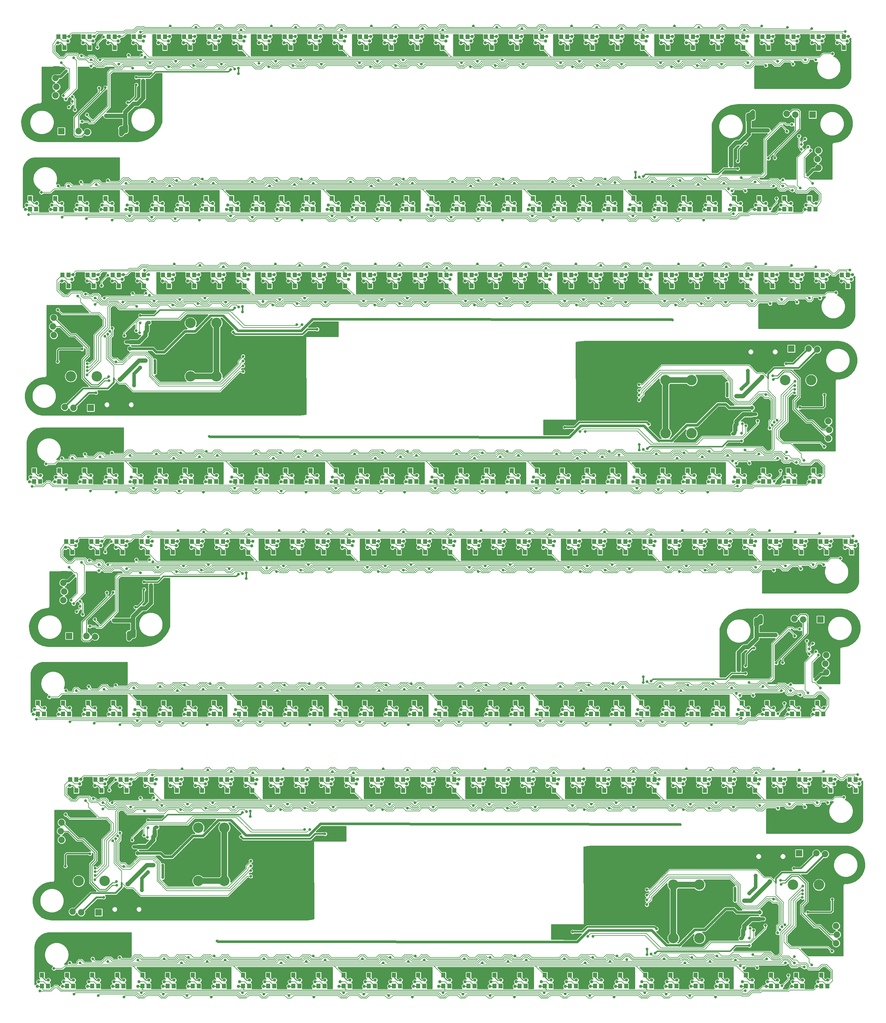
<source format=gbr>
G04 CAM350 V10.1.0 (Build 363) Date:  Sun Jan 09 00:50:28 2011 *
G04 Database: c:\projects\anibike project\hardware\anibike v2.7 bt\eagledir\anibike v2.7 bt\manufacturing\panelized_rev1.4.cam *
G04 Layer 2: AniBike_v2.7_BT_MainBoard.GBL *
G04 Composite: BOTTOM *
%FSLAX24Y24*%
%MOIN*%
%SFA1.000B1.000*%

%MIA0B0*%
%IPPOS*%
%ADD13C,0.12000*%
%ADD18R,0.04720X0.05510*%
%ADD19C,0.03700*%
%ADD71C,0.06600*%
%ADD20C,0.05600*%
%ADD31R,0.07400X0.07400*%
%ADD32C,0.07400*%
%ADD35C,0.00800*%
%ADD37C,0.02000*%
%ADD38C,0.04000*%
%ADD39C,0.01600*%
%ADD40C,0.03600*%
%ADD41C,0.04750*%
%ADD42C,0.05000*%
%ADD45C,0.03200*%
%ADD47C,0.03000*%
%ADD49C,0.01000*%
%ADD50C,0.03300*%
%ADD56C,0.03960*%
%ADD57C,0.02600*%
%ADD58C,0.05310*%
%ADD94R,0.04720X0.05510*%
%ADD103R,0.07400X0.07400*%
%LNAniBike_v2.7_BT_MainBoard.GBL*%
%LPD*%
G54D13*
X74285Y11741D03*
X77285D03*
X88085D03*
X91085D03*
Y17881D03*
X88085D03*
X77285D03*
X74285D03*
G54D18*
X73951Y7451D03*
X74640D03*
X76851D03*
X77540D03*
X79751D03*
X80440D03*
X82651D03*
X83340D03*
X85551D03*
X86240D03*
X88451D03*
X89140D03*
X91351D03*
X92040D03*
Y6191D03*
X91351D03*
X89140D03*
X88451D03*
X86240D03*
X85551D03*
X83340D03*
X82651D03*
X80440D03*
X79751D03*
X77540D03*
X76851D03*
X74640D03*
X73951D03*
X71740Y6201D03*
X71051D03*
X68840Y6191D03*
X68151D03*
X65940D03*
X65251D03*
X63040D03*
X62351D03*
X60140D03*
X59451D03*
X57240D03*
X56551D03*
X54340D03*
X53651D03*
X51340D03*
X50651D03*
X48440D03*
X47751D03*
X45540D03*
X44851D03*
X42740D03*
X42051D03*
X39840D03*
X39151D03*
X36940D03*
X36251D03*
X34040D03*
X33351D03*
X31140D03*
X30451D03*
X28240D03*
X27551D03*
X25340D03*
X24651D03*
X22440D03*
X21751D03*
X19540D03*
X18851D03*
X16640D03*
X15951D03*
X13740D03*
X13051D03*
X10840D03*
X10151D03*
X7940D03*
X7251D03*
X5040D03*
X4351D03*
X2140D03*
X1451D03*
Y7451D03*
X2140D03*
X4351D03*
X5040D03*
X7251D03*
X7940D03*
X10151D03*
X10840D03*
X13051D03*
X13740D03*
X15951D03*
X16640D03*
X18851D03*
X19540D03*
X21751D03*
X22440D03*
X24651D03*
X25340D03*
X27551D03*
X28240D03*
X30451D03*
X31140D03*
X33351D03*
X34040D03*
X36251D03*
X36940D03*
X39151D03*
X39840D03*
X42051D03*
X42740D03*
X44851D03*
X45540D03*
X47751D03*
X48440D03*
X50651D03*
X51340D03*
X53651D03*
X54340D03*
X56551D03*
X57240D03*
X59451D03*
X60140D03*
X62351D03*
X63040D03*
X65251D03*
X65940D03*
X68151D03*
X68840D03*
X71051Y7461D03*
X71740D03*
G54D19*
X71799Y6890D03*
X70652Y6692D03*
X70519Y6170D03*
X73419Y6160D03*
X73552Y6682D03*
X74699Y6880D03*
X76452Y6682D03*
X77599Y6880D03*
X79352Y6682D03*
X80499Y6880D03*
X82252Y6682D03*
X83399Y6880D03*
X85152Y6682D03*
X86299Y6880D03*
X88052Y6682D03*
X89199Y6880D03*
X90952Y6682D03*
X92099Y6880D03*
X90819Y6160D03*
X87919D03*
X85019D03*
X82119D03*
X79219D03*
X76319D03*
X68899Y6880D03*
X67752Y6682D03*
X65999Y6880D03*
X64852Y6682D03*
X63099Y6880D03*
X61952Y6682D03*
X61819Y6160D03*
X64719D03*
X67619D03*
X60199Y6880D03*
X59052Y6682D03*
X58919Y6160D03*
X57299Y6880D03*
X56152Y6682D03*
X54399Y6880D03*
X53252Y6682D03*
X53119Y6160D03*
X50252Y6682D03*
X51399Y6880D03*
X50119Y6160D03*
X48499Y6880D03*
X47352Y6682D03*
X47219Y6160D03*
X45599Y6880D03*
X44452Y6682D03*
X42799Y6880D03*
X41652Y6682D03*
X41519Y6160D03*
X44319D03*
X39899Y6880D03*
X38752Y6682D03*
X38619Y6160D03*
X36999Y6880D03*
X35852Y6682D03*
X34099Y6880D03*
X32952Y6682D03*
X31199Y6880D03*
X30052Y6682D03*
X29919Y6160D03*
X32819D03*
X35719D03*
X28299Y6880D03*
X27152Y6682D03*
X27019Y6160D03*
X25399Y6880D03*
X24252Y6682D03*
X22499Y6880D03*
X21352Y6682D03*
X21219Y6160D03*
X18452Y6682D03*
X19599Y6880D03*
X18319Y6160D03*
X16699Y6880D03*
X15552Y6682D03*
X15419Y6160D03*
X13799Y6880D03*
X12652Y6682D03*
X10899Y6880D03*
X9752Y6682D03*
X9619Y6160D03*
X12519D03*
X7999Y6880D03*
X6852Y6682D03*
X6719Y6160D03*
X5099Y6880D03*
X3952Y6682D03*
X2199Y6880D03*
X1052Y6682D03*
X919Y6160D03*
X3819D03*
X24119D03*
X56019D03*
G54D20*
X56905Y8081D03*
X54005D03*
X51005D03*
X48105D03*
X45205D03*
X42405D03*
X39505D03*
X36605D03*
X33705D03*
X30805D03*
X27905D03*
X25005D03*
X22105D03*
X19205D03*
X16305D03*
X13405D03*
X10505D03*
X7605D03*
X4705D03*
X1805D03*
X59805D03*
X62705D03*
X65605D03*
X68505D03*
X71405Y8091D03*
X74305Y8081D03*
X77205D03*
X80105D03*
X83005D03*
X85905D03*
X88805D03*
X91705D03*
G54D31*
X93155Y14141D03*
X88785Y21521D03*
G54D32*
X89785Y21421D03*
X90785Y21521D03*
X91785Y21421D03*
X93055Y13141D03*
X93155Y12141D03*
X93055Y11141D03*
G54D40*
X85905Y12501D03*
X86185Y15461D03*
X85305Y15821D03*
G54D41*
X83785Y18941D03*
X83065Y16881D03*
X82465Y16061D03*
X79225Y15151D03*
X76985Y14781D03*
X80425Y14461D03*
X84265Y14701D03*
X85465Y13661D03*
G54D39*
X86182Y13381D03*
X89707Y19041D03*
X91306Y21649D03*
G54D45*
X86665Y18381D03*
X86705Y17941D03*
X89225Y17741D03*
X89185Y17241D03*
Y16821D03*
X89165Y16421D03*
X85865Y16221D03*
X81385Y16061D03*
Y17501D03*
X88185Y19781D03*
X92605Y16181D03*
X89785Y14741D03*
X87145Y13261D03*
X86825Y13021D03*
X86585Y12701D03*
X86305Y12341D03*
X84905Y13181D03*
X83145Y12861D03*
X83545Y12621D03*
X81785Y13101D03*
X83065Y11741D03*
Y10861D03*
X83465Y9821D03*
X88265Y9581D03*
X90265Y8621D03*
X87545Y7421D03*
X83945Y8301D03*
X82425D03*
X82025Y8541D03*
X92585Y10221D03*
X86825Y6221D03*
X71265Y9821D03*
X71705Y9901D03*
X72185Y9981D03*
X71265Y10461D03*
X65025Y11941D03*
X64425D03*
X62665Y12461D03*
X63785Y13021D03*
X72345Y12781D03*
X72825D03*
Y13181D03*
X72665Y12381D03*
X71225Y15581D03*
Y16141D03*
Y16701D03*
Y17341D03*
X21665Y11381D03*
G54D50*
X79305Y9661D03*
X81465Y9181D03*
X78505Y9021D03*
X76425Y9501D03*
X75625Y8861D03*
X73225Y9341D03*
X68905Y9261D03*
X67785Y9661D03*
X64985Y9501D03*
X66985Y9021D03*
X64105Y8861D03*
X61705Y9341D03*
X57305Y9181D03*
X56025Y9661D03*
X55225Y9021D03*
X53145Y9501D03*
X50185Y9341D03*
X52265Y8861D03*
X45545Y9181D03*
X43705Y9021D03*
X41625Y9501D03*
X44505Y9661D03*
X40825Y8861D03*
X38425Y9341D03*
X34105Y9181D03*
X32745Y9661D03*
X29865Y9501D03*
X31945Y9021D03*
X29065Y8861D03*
X27065Y9341D03*
X22585Y9181D03*
X21305Y9661D03*
X20505Y9021D03*
X18345Y9501D03*
X17545Y8861D03*
X15545Y9341D03*
X12505Y9181D03*
X10425Y9501D03*
X9065Y9021D03*
X7305Y9341D03*
X5865Y8861D03*
X4665D03*
X2825Y8221D03*
X1225Y5621D03*
X5145Y5261D03*
X7945Y5101D03*
X10905Y4941D03*
X12905Y5421D03*
X15465Y5261D03*
X18185Y5101D03*
X20985Y4941D03*
X24585Y5421D03*
X27065Y5261D03*
X29945Y5101D03*
X32825Y4941D03*
X36265Y5421D03*
X38585Y5261D03*
X41465Y5101D03*
X44185Y4941D03*
X47705Y5421D03*
X50025Y5261D03*
X53145Y5101D03*
X55945Y4941D03*
X59385Y5421D03*
X61819Y5295D03*
X64665Y5101D03*
X67465Y4941D03*
X70985Y5421D03*
X73465Y5261D03*
X76185Y5101D03*
X79145Y4941D03*
X82585Y5661D03*
X89385Y8381D03*
X88265Y8861D03*
X87225D03*
X85065Y9341D03*
G54D38*
X84675Y13941D03*
X84215D03*
X82325Y12121D03*
G54D56*
X82060Y11701D03*
G54D58*
X85405Y18251D03*
G54D13*
X22482Y24474D03*
X19482D03*
X8682D03*
X5682D03*
Y18334D03*
X8682D03*
X19482D03*
X22482D03*
G54D94*
X22816Y28764D03*
X22127D03*
X19916D03*
X19227D03*
X17016D03*
X16327D03*
X14116D03*
X13427D03*
X11216D03*
X10527D03*
X8316D03*
X7627D03*
X5416D03*
X4727D03*
Y30024D03*
X5416D03*
X7627D03*
X8316D03*
X10527D03*
X11216D03*
X13427D03*
X14116D03*
X16327D03*
X17016D03*
X19227D03*
X19916D03*
X22127D03*
X22816D03*
X25027Y30014D03*
X25716D03*
X27927Y30024D03*
X28616D03*
X30827D03*
X31516D03*
X33727D03*
X34416D03*
X36627D03*
X37316D03*
X39527D03*
X40216D03*
X42427D03*
X43116D03*
X45427D03*
X46116D03*
X48327D03*
X49016D03*
X51227D03*
X51916D03*
X54027D03*
X54716D03*
X56927D03*
X57616D03*
X59827D03*
X60516D03*
X62727D03*
X63416D03*
X65627D03*
X66316D03*
X68527D03*
X69216D03*
X71427D03*
X72116D03*
X74327D03*
X75016D03*
X77227D03*
X77916D03*
X80127D03*
X80816D03*
X83027D03*
X83716D03*
X85927D03*
X86616D03*
X88827D03*
X89516D03*
X91727D03*
X92416D03*
X94627D03*
X95316D03*
Y28764D03*
X94627D03*
X92416D03*
X91727D03*
X89516D03*
X88827D03*
X86616D03*
X85927D03*
X83716D03*
X83027D03*
X80816D03*
X80127D03*
X77916D03*
X77227D03*
X75016D03*
X74327D03*
X72116D03*
X71427D03*
X69216D03*
X68527D03*
X66316D03*
X65627D03*
X63416D03*
X62727D03*
X60516D03*
X59827D03*
X57616D03*
X56927D03*
X54716D03*
X54027D03*
X51916D03*
X51227D03*
X49016D03*
X48327D03*
X46116D03*
X45427D03*
X43116D03*
X42427D03*
X40216D03*
X39527D03*
X37316D03*
X36627D03*
X34416D03*
X33727D03*
X31516D03*
X30827D03*
X28616D03*
X27927D03*
X25716Y28754D03*
X25027D03*
G54D19*
X24968Y29325D03*
X26115Y29523D03*
X26248Y30045D03*
X23348Y30055D03*
X23215Y29533D03*
X22068Y29335D03*
X20315Y29533D03*
X19168Y29335D03*
X17415Y29533D03*
X16268Y29335D03*
X14515Y29533D03*
X13368Y29335D03*
X11615Y29533D03*
X10468Y29335D03*
X8715Y29533D03*
X7568Y29335D03*
X5815Y29533D03*
X4668Y29335D03*
X5948Y30055D03*
X8848D03*
X11748D03*
X14648D03*
X17548D03*
X20448D03*
X27868Y29335D03*
X29015Y29533D03*
X30768Y29335D03*
X31915Y29533D03*
X33668Y29335D03*
X34815Y29533D03*
X34948Y30055D03*
X32048D03*
X29148D03*
X36568Y29335D03*
X37715Y29533D03*
X37848Y30055D03*
X39468Y29335D03*
X40615Y29533D03*
X42368Y29335D03*
X43515Y29533D03*
X43648Y30055D03*
X46515Y29533D03*
X45368Y29335D03*
X46648Y30055D03*
X48268Y29335D03*
X49415Y29533D03*
X49548Y30055D03*
X51168Y29335D03*
X52315Y29533D03*
X53968Y29335D03*
X55115Y29533D03*
X55248Y30055D03*
X52448D03*
X56868Y29335D03*
X58015Y29533D03*
X58148Y30055D03*
X59768Y29335D03*
X60915Y29533D03*
X62668Y29335D03*
X63815Y29533D03*
X65568Y29335D03*
X66715Y29533D03*
X66848Y30055D03*
X63948D03*
X61048D03*
X68468Y29335D03*
X69615Y29533D03*
X69748Y30055D03*
X71368Y29335D03*
X72515Y29533D03*
X74268Y29335D03*
X75415Y29533D03*
X75548Y30055D03*
X78315Y29533D03*
X77168Y29335D03*
X78448Y30055D03*
X80068Y29335D03*
X81215Y29533D03*
X81348Y30055D03*
X82968Y29335D03*
X84115Y29533D03*
X85868Y29335D03*
X87015Y29533D03*
X87148Y30055D03*
X84248D03*
X88768Y29335D03*
X89915Y29533D03*
X90048Y30055D03*
X91668Y29335D03*
X92815Y29533D03*
X94568Y29335D03*
X95715Y29533D03*
X95848Y30055D03*
X92948D03*
X72648D03*
X40748D03*
G54D20*
X39862Y28134D03*
X42762D03*
X45762D03*
X48662D03*
X51562D03*
X54362D03*
X57262D03*
X60162D03*
X63062D03*
X65962D03*
X68862D03*
X71762D03*
X74662D03*
X77562D03*
X80462D03*
X83362D03*
X86262D03*
X89162D03*
X92062D03*
X94962D03*
X36962D03*
X34062D03*
X31162D03*
X28262D03*
X25362Y28124D03*
X22462Y28134D03*
X19562D03*
X16662D03*
X13762D03*
X10862D03*
X7962D03*
X5062D03*
G54D103*
X3612Y22074D03*
X7982Y14694D03*
G54D32*
X6982Y14794D03*
X5982Y14694D03*
X4982Y14794D03*
X3712Y23074D03*
X3612Y24074D03*
X3712Y25074D03*
G54D40*
X10862Y23714D03*
X10582Y20754D03*
X11462Y20394D03*
G54D41*
X12982Y17274D03*
X13702Y19334D03*
X14302Y20154D03*
X17542Y21064D03*
X19782Y21434D03*
X16342Y21754D03*
X12502Y21514D03*
X11302Y22554D03*
G54D39*
X10585Y22834D03*
X7060Y17174D03*
X5461Y14566D03*
G54D45*
X10102Y17834D03*
X10062Y18274D03*
X7542Y18474D03*
X7582Y18974D03*
Y19394D03*
X7602Y19794D03*
X10902Y19994D03*
X15382Y20154D03*
Y18714D03*
X8582Y16434D03*
X4162Y20034D03*
X6982Y21474D03*
X9622Y22954D03*
X9942Y23194D03*
X10182Y23514D03*
X10462Y23874D03*
X11862Y23034D03*
X13622Y23354D03*
X13222Y23594D03*
X14982Y23114D03*
X13702Y24474D03*
Y25354D03*
X13302Y26394D03*
X8502Y26634D03*
X6502Y27594D03*
X9222Y28794D03*
X12822Y27914D03*
X14342D03*
X14742Y27674D03*
X4182Y25994D03*
X9942Y29994D03*
X25502Y26394D03*
X25062Y26314D03*
X24582Y26234D03*
X25502Y25754D03*
X31742Y24274D03*
X32342D03*
X34102Y23754D03*
X32982Y23194D03*
X24422Y23434D03*
X23942D03*
Y23034D03*
X24102Y23834D03*
X25542Y20634D03*
Y20074D03*
Y19514D03*
Y18874D03*
X75102Y24834D03*
G54D50*
X17462Y26554D03*
X15302Y27034D03*
X18262Y27194D03*
X20342Y26714D03*
X21142Y27354D03*
X23542Y26874D03*
X27862Y26954D03*
X28982Y26554D03*
X31782Y26714D03*
X29782Y27194D03*
X32662Y27354D03*
X35062Y26874D03*
X39462Y27034D03*
X40742Y26554D03*
X41542Y27194D03*
X43622Y26714D03*
X46582Y26874D03*
X44502Y27354D03*
X51222Y27034D03*
X53062Y27194D03*
X55142Y26714D03*
X52262Y26554D03*
X55942Y27354D03*
X58342Y26874D03*
X62662Y27034D03*
X64022Y26554D03*
X66902Y26714D03*
X64822Y27194D03*
X67702Y27354D03*
X69702Y26874D03*
X74182Y27034D03*
X75462Y26554D03*
X76262Y27194D03*
X78422Y26714D03*
X79222Y27354D03*
X81222Y26874D03*
X84262Y27034D03*
X86342Y26714D03*
X87702Y27194D03*
X89462Y26874D03*
X90902Y27354D03*
X92102D03*
X93942Y27994D03*
X95542Y30594D03*
X91622Y30954D03*
X88822Y31114D03*
X85862Y31274D03*
X83862Y30794D03*
X81302Y30954D03*
X78582Y31114D03*
X75782Y31274D03*
X72182Y30794D03*
X69702Y30954D03*
X66822Y31114D03*
X63942Y31274D03*
X60502Y30794D03*
X58182Y30954D03*
X55302Y31114D03*
X52582Y31274D03*
X49062Y30794D03*
X46742Y30954D03*
X43622Y31114D03*
X40822Y31274D03*
X37382Y30794D03*
X34948Y30920D03*
X32102Y31114D03*
X29302Y31274D03*
X25782Y30794D03*
X23302Y30954D03*
X20582Y31114D03*
X17622Y31274D03*
X14182Y30554D03*
X7382Y27834D03*
X8502Y27354D03*
X9542D03*
X11702Y26874D03*
G54D38*
X12092Y22274D03*
X12552D03*
X14442Y24094D03*
G54D56*
X14707Y24514D03*
G54D58*
X11362Y17964D03*
G54D13*
X73385Y69982D03*
X76385D03*
X87185D03*
X90185D03*
Y76122D03*
X87185D03*
X76385D03*
X73385D03*
G54D18*
X73051Y65692D03*
X73740D03*
X75951D03*
X76640D03*
X78851D03*
X79540D03*
X81751D03*
X82440D03*
X84651D03*
X85340D03*
X87551D03*
X88240D03*
X90451D03*
X91140D03*
Y64432D03*
X90451D03*
X88240D03*
X87551D03*
X85340D03*
X84651D03*
X82440D03*
X81751D03*
X79540D03*
X78851D03*
X76640D03*
X75951D03*
X73740D03*
X73051D03*
X70840Y64442D03*
X70151D03*
X67940Y64432D03*
X67251D03*
X65040D03*
X64351D03*
X62140D03*
X61451D03*
X59240D03*
X58551D03*
X56340D03*
X55651D03*
X53440D03*
X52751D03*
X50440D03*
X49751D03*
X47540D03*
X46851D03*
X44640D03*
X43951D03*
X41840D03*
X41151D03*
X38940D03*
X38251D03*
X36040D03*
X35351D03*
X33140D03*
X32451D03*
X30240D03*
X29551D03*
X27340D03*
X26651D03*
X24440D03*
X23751D03*
X21540D03*
X20851D03*
X18640D03*
X17951D03*
X15740D03*
X15051D03*
X12840D03*
X12151D03*
X9940D03*
X9251D03*
X7040D03*
X6351D03*
X4140D03*
X3451D03*
X1240D03*
X551D03*
Y65692D03*
X1240D03*
X3451D03*
X4140D03*
X6351D03*
X7040D03*
X9251D03*
X9940D03*
X12151D03*
X12840D03*
X15051D03*
X15740D03*
X17951D03*
X18640D03*
X20851D03*
X21540D03*
X23751D03*
X24440D03*
X26651D03*
X27340D03*
X29551D03*
X30240D03*
X32451D03*
X33140D03*
X35351D03*
X36040D03*
X38251D03*
X38940D03*
X41151D03*
X41840D03*
X43951D03*
X44640D03*
X46851D03*
X47540D03*
X49751D03*
X50440D03*
X52751D03*
X53440D03*
X55651D03*
X56340D03*
X58551D03*
X59240D03*
X61451D03*
X62140D03*
X64351D03*
X65040D03*
X67251D03*
X67940D03*
X70151Y65702D03*
X70840D03*
G54D19*
X70899Y65131D03*
X69752Y64933D03*
X69619Y64411D03*
X72519Y64401D03*
X72652Y64923D03*
X73799Y65121D03*
X75552Y64923D03*
X76699Y65121D03*
X78452Y64923D03*
X79599Y65121D03*
X81352Y64923D03*
X82499Y65121D03*
X84252Y64923D03*
X85399Y65121D03*
X87152Y64923D03*
X88299Y65121D03*
X90052Y64923D03*
X91199Y65121D03*
X89919Y64401D03*
X87019D03*
X84119D03*
X81219D03*
X78319D03*
X75419D03*
X67999Y65121D03*
X66852Y64923D03*
X65099Y65121D03*
X63952Y64923D03*
X62199Y65121D03*
X61052Y64923D03*
X60919Y64401D03*
X63819D03*
X66719D03*
X59299Y65121D03*
X58152Y64923D03*
X58019Y64401D03*
X56399Y65121D03*
X55252Y64923D03*
X53499Y65121D03*
X52352Y64923D03*
X52219Y64401D03*
X49352Y64923D03*
X50499Y65121D03*
X49219Y64401D03*
X47599Y65121D03*
X46452Y64923D03*
X46319Y64401D03*
X44699Y65121D03*
X43552Y64923D03*
X41899Y65121D03*
X40752Y64923D03*
X40619Y64401D03*
X43419D03*
X38999Y65121D03*
X37852Y64923D03*
X37719Y64401D03*
X36099Y65121D03*
X34952Y64923D03*
X33199Y65121D03*
X32052Y64923D03*
X30299Y65121D03*
X29152Y64923D03*
X29019Y64401D03*
X31919D03*
X34819D03*
X27399Y65121D03*
X26252Y64923D03*
X26119Y64401D03*
X24499Y65121D03*
X23352Y64923D03*
X21599Y65121D03*
X20452Y64923D03*
X20319Y64401D03*
X17552Y64923D03*
X18699Y65121D03*
X17419Y64401D03*
X15799Y65121D03*
X14652Y64923D03*
X14519Y64401D03*
X12899Y65121D03*
X11752Y64923D03*
X9999Y65121D03*
X8852Y64923D03*
X8719Y64401D03*
X11619D03*
X7099Y65121D03*
X5952Y64923D03*
X5819Y64401D03*
X4199Y65121D03*
X3052Y64923D03*
X1299Y65121D03*
X152Y64923D03*
X19Y64401D03*
X2919D03*
X23219D03*
X55119D03*
G54D20*
X56005Y66322D03*
X53105D03*
X50105D03*
X47205D03*
X44305D03*
X41505D03*
X38605D03*
X35705D03*
X32805D03*
X29905D03*
X27005D03*
X24105D03*
X21205D03*
X18305D03*
X15405D03*
X12505D03*
X9605D03*
X6705D03*
X3805D03*
X905D03*
X58905D03*
X61805D03*
X64705D03*
X67605D03*
X70505Y66332D03*
X73405Y66322D03*
X76305D03*
X79205D03*
X82105D03*
X85005D03*
X87905D03*
X90805D03*
G54D31*
X92255Y72382D03*
X87885Y79762D03*
G54D32*
X88885Y79662D03*
X89885Y79762D03*
X90885Y79662D03*
X92155Y71382D03*
X92255Y70382D03*
X92155Y69382D03*
G54D40*
X85005Y70742D03*
X85285Y73702D03*
X84405Y74062D03*
G54D41*
X82885Y77182D03*
X82165Y75122D03*
X81565Y74302D03*
X78325Y73392D03*
X76085Y73022D03*
X79525Y72702D03*
X83365Y72942D03*
X84565Y71902D03*
G54D39*
X85282Y71622D03*
X88807Y77282D03*
X90406Y79890D03*
G54D45*
X85765Y76622D03*
X85805Y76182D03*
X88325Y75982D03*
X88285Y75482D03*
Y75062D03*
X88265Y74662D03*
X84965Y74462D03*
X80485Y74302D03*
Y75742D03*
X87285Y78022D03*
X91705Y74422D03*
X88885Y72982D03*
X86245Y71502D03*
X85925Y71262D03*
X85685Y70942D03*
X85405Y70582D03*
X84005Y71422D03*
X82245Y71102D03*
X82645Y70862D03*
X80885Y71342D03*
X82165Y69982D03*
Y69102D03*
X82565Y68062D03*
X87365Y67822D03*
X89365Y66862D03*
X86645Y65662D03*
X83045Y66542D03*
X81525D03*
X81125Y66782D03*
X91685Y68462D03*
X85925Y64462D03*
X70365Y68062D03*
X70805Y68142D03*
X71285Y68222D03*
X70365Y68702D03*
X64125Y70182D03*
X63525D03*
X61765Y70702D03*
X62885Y71262D03*
X71445Y71022D03*
X71925D03*
Y71422D03*
X71765Y70622D03*
X70325Y73822D03*
Y74382D03*
Y74942D03*
Y75582D03*
X20765Y69622D03*
G54D50*
X78405Y67902D03*
X80565Y67422D03*
X77605Y67262D03*
X75525Y67742D03*
X74725Y67102D03*
X72325Y67582D03*
X68005Y67502D03*
X66885Y67902D03*
X64085Y67742D03*
X66085Y67262D03*
X63205Y67102D03*
X60805Y67582D03*
X56405Y67422D03*
X55125Y67902D03*
X54325Y67262D03*
X52245Y67742D03*
X49285Y67582D03*
X51365Y67102D03*
X44645Y67422D03*
X42805Y67262D03*
X40725Y67742D03*
X43605Y67902D03*
X39925Y67102D03*
X37525Y67582D03*
X33205Y67422D03*
X31845Y67902D03*
X28965Y67742D03*
X31045Y67262D03*
X28165Y67102D03*
X26165Y67582D03*
X21685Y67422D03*
X20405Y67902D03*
X19605Y67262D03*
X17445Y67742D03*
X16645Y67102D03*
X14645Y67582D03*
X11605Y67422D03*
X9525Y67742D03*
X8165Y67262D03*
X6405Y67582D03*
X4965Y67102D03*
X3765D03*
X1925Y66462D03*
X325Y63862D03*
X4245Y63502D03*
X7045Y63342D03*
X10005Y63182D03*
X12005Y63662D03*
X14565Y63502D03*
X17285Y63342D03*
X20085Y63182D03*
X23685Y63662D03*
X26165Y63502D03*
X29045Y63342D03*
X31925Y63182D03*
X35365Y63662D03*
X37685Y63502D03*
X40565Y63342D03*
X43285Y63182D03*
X46805Y63662D03*
X49125Y63502D03*
X52245Y63342D03*
X55045Y63182D03*
X58485Y63662D03*
X60919Y63536D03*
X63765Y63342D03*
X66565Y63182D03*
X70085Y63662D03*
X72565Y63502D03*
X75285Y63342D03*
X78245Y63182D03*
X81685Y63902D03*
X88485Y66622D03*
X87365Y67102D03*
X86325D03*
X84165Y67582D03*
G54D38*
X83775Y72182D03*
X83315D03*
X81425Y70362D03*
G54D56*
X81160Y69942D03*
G54D58*
X84505Y76492D03*
G54D13*
X21582Y82715D03*
X18582D03*
X7782D03*
X4782D03*
Y76575D03*
X7782D03*
X18582D03*
X21582D03*
G54D94*
X21916Y87005D03*
X21227D03*
X19016D03*
X18327D03*
X16116D03*
X15427D03*
X13216D03*
X12527D03*
X10316D03*
X9627D03*
X7416D03*
X6727D03*
X4516D03*
X3827D03*
Y88265D03*
X4516D03*
X6727D03*
X7416D03*
X9627D03*
X10316D03*
X12527D03*
X13216D03*
X15427D03*
X16116D03*
X18327D03*
X19016D03*
X21227D03*
X21916D03*
X24127Y88255D03*
X24816D03*
X27027Y88265D03*
X27716D03*
X29927D03*
X30616D03*
X32827D03*
X33516D03*
X35727D03*
X36416D03*
X38627D03*
X39316D03*
X41527D03*
X42216D03*
X44527D03*
X45216D03*
X47427D03*
X48116D03*
X50327D03*
X51016D03*
X53127D03*
X53816D03*
X56027D03*
X56716D03*
X58927D03*
X59616D03*
X61827D03*
X62516D03*
X64727D03*
X65416D03*
X67627D03*
X68316D03*
X70527D03*
X71216D03*
X73427D03*
X74116D03*
X76327D03*
X77016D03*
X79227D03*
X79916D03*
X82127D03*
X82816D03*
X85027D03*
X85716D03*
X87927D03*
X88616D03*
X90827D03*
X91516D03*
X93727D03*
X94416D03*
Y87005D03*
X93727D03*
X91516D03*
X90827D03*
X88616D03*
X87927D03*
X85716D03*
X85027D03*
X82816D03*
X82127D03*
X79916D03*
X79227D03*
X77016D03*
X76327D03*
X74116D03*
X73427D03*
X71216D03*
X70527D03*
X68316D03*
X67627D03*
X65416D03*
X64727D03*
X62516D03*
X61827D03*
X59616D03*
X58927D03*
X56716D03*
X56027D03*
X53816D03*
X53127D03*
X51016D03*
X50327D03*
X48116D03*
X47427D03*
X45216D03*
X44527D03*
X42216D03*
X41527D03*
X39316D03*
X38627D03*
X36416D03*
X35727D03*
X33516D03*
X32827D03*
X30616D03*
X29927D03*
X27716D03*
X27027D03*
X24816Y86995D03*
X24127D03*
G54D19*
X24068Y87566D03*
X25215Y87764D03*
X25348Y88286D03*
X22448Y88296D03*
X22315Y87774D03*
X21168Y87576D03*
X19415Y87774D03*
X18268Y87576D03*
X16515Y87774D03*
X15368Y87576D03*
X13615Y87774D03*
X12468Y87576D03*
X10715Y87774D03*
X9568Y87576D03*
X7815Y87774D03*
X6668Y87576D03*
X4915Y87774D03*
X3768Y87576D03*
X5048Y88296D03*
X7948D03*
X10848D03*
X13748D03*
X16648D03*
X19548D03*
X26968Y87576D03*
X28115Y87774D03*
X29868Y87576D03*
X31015Y87774D03*
X32768Y87576D03*
X33915Y87774D03*
X34048Y88296D03*
X31148D03*
X28248D03*
X35668Y87576D03*
X36815Y87774D03*
X36948Y88296D03*
X38568Y87576D03*
X39715Y87774D03*
X41468Y87576D03*
X42615Y87774D03*
X42748Y88296D03*
X45615Y87774D03*
X44468Y87576D03*
X45748Y88296D03*
X47368Y87576D03*
X48515Y87774D03*
X48648Y88296D03*
X50268Y87576D03*
X51415Y87774D03*
X53068Y87576D03*
X54215Y87774D03*
X54348Y88296D03*
X51548D03*
X55968Y87576D03*
X57115Y87774D03*
X57248Y88296D03*
X58868Y87576D03*
X60015Y87774D03*
X61768Y87576D03*
X62915Y87774D03*
X64668Y87576D03*
X65815Y87774D03*
X65948Y88296D03*
X63048D03*
X60148D03*
X67568Y87576D03*
X68715Y87774D03*
X68848Y88296D03*
X70468Y87576D03*
X71615Y87774D03*
X73368Y87576D03*
X74515Y87774D03*
X74648Y88296D03*
X77415Y87774D03*
X76268Y87576D03*
X77548Y88296D03*
X79168Y87576D03*
X80315Y87774D03*
X80448Y88296D03*
X82068Y87576D03*
X83215Y87774D03*
X84968Y87576D03*
X86115Y87774D03*
X86248Y88296D03*
X83348D03*
X87868Y87576D03*
X89015Y87774D03*
X89148Y88296D03*
X90768Y87576D03*
X91915Y87774D03*
X93668Y87576D03*
X94815Y87774D03*
X94948Y88296D03*
X92048D03*
X71748D03*
X39848D03*
G54D20*
X38962Y86375D03*
X41862D03*
X44862D03*
X47762D03*
X50662D03*
X53462D03*
X56362D03*
X59262D03*
X62162D03*
X65062D03*
X67962D03*
X70862D03*
X73762D03*
X76662D03*
X79562D03*
X82462D03*
X85362D03*
X88262D03*
X91162D03*
X94062D03*
X36062D03*
X33162D03*
X30262D03*
X27362D03*
X24462Y86365D03*
X21562Y86375D03*
X18662D03*
X15762D03*
X12862D03*
X9962D03*
X7062D03*
X4162D03*
G54D103*
X2712Y80315D03*
X7082Y72935D03*
G54D32*
X6082Y73035D03*
X5082Y72935D03*
X4082Y73035D03*
X2812Y81315D03*
X2712Y82315D03*
X2812Y83315D03*
G54D40*
X9962Y81955D03*
X9682Y78995D03*
X10562Y78635D03*
G54D41*
X12082Y75515D03*
X12802Y77575D03*
X13402Y78395D03*
X16642Y79305D03*
X18882Y79675D03*
X15442Y79995D03*
X11602Y79755D03*
X10402Y80795D03*
G54D39*
X9685Y81075D03*
X6160Y75415D03*
X4561Y72807D03*
G54D45*
X9202Y76075D03*
X9162Y76515D03*
X6642Y76715D03*
X6682Y77215D03*
Y77635D03*
X6702Y78035D03*
X10002Y78235D03*
X14482Y78395D03*
Y76955D03*
X7682Y74675D03*
X3262Y78275D03*
X6082Y79715D03*
X8722Y81195D03*
X9042Y81435D03*
X9282Y81755D03*
X9562Y82115D03*
X10962Y81275D03*
X12722Y81595D03*
X12322Y81835D03*
X14082Y81355D03*
X12802Y82715D03*
Y83595D03*
X12402Y84635D03*
X7602Y84875D03*
X5602Y85835D03*
X8322Y87035D03*
X11922Y86155D03*
X13442D03*
X13842Y85915D03*
X3282Y84235D03*
X9042Y88235D03*
X24602Y84635D03*
X24162Y84555D03*
X23682Y84475D03*
X24602Y83995D03*
X30842Y82515D03*
X31442D03*
X33202Y81995D03*
X32082Y81435D03*
X23522Y81675D03*
X23042D03*
Y81275D03*
X23202Y82075D03*
X24642Y78875D03*
Y78315D03*
Y77755D03*
Y77115D03*
X74202Y83075D03*
G54D50*
X16562Y84795D03*
X14402Y85275D03*
X17362Y85435D03*
X19442Y84955D03*
X20242Y85595D03*
X22642Y85115D03*
X26962Y85195D03*
X28082Y84795D03*
X30882Y84955D03*
X28882Y85435D03*
X31762Y85595D03*
X34162Y85115D03*
X38562Y85275D03*
X39842Y84795D03*
X40642Y85435D03*
X42722Y84955D03*
X45682Y85115D03*
X43602Y85595D03*
X50322Y85275D03*
X52162Y85435D03*
X54242Y84955D03*
X51362Y84795D03*
X55042Y85595D03*
X57442Y85115D03*
X61762Y85275D03*
X63122Y84795D03*
X66002Y84955D03*
X63922Y85435D03*
X66802Y85595D03*
X68802Y85115D03*
X73282Y85275D03*
X74562Y84795D03*
X75362Y85435D03*
X77522Y84955D03*
X78322Y85595D03*
X80322Y85115D03*
X83362Y85275D03*
X85442Y84955D03*
X86802Y85435D03*
X88562Y85115D03*
X90002Y85595D03*
X91202D03*
X93042Y86235D03*
X94642Y88835D03*
X90722Y89195D03*
X87922Y89355D03*
X84962Y89515D03*
X82962Y89035D03*
X80402Y89195D03*
X77682Y89355D03*
X74882Y89515D03*
X71282Y89035D03*
X68802Y89195D03*
X65922Y89355D03*
X63042Y89515D03*
X59602Y89035D03*
X57282Y89195D03*
X54402Y89355D03*
X51682Y89515D03*
X48162Y89035D03*
X45842Y89195D03*
X42722Y89355D03*
X39922Y89515D03*
X36482Y89035D03*
X34048Y89161D03*
X31202Y89355D03*
X28402Y89515D03*
X24882Y89035D03*
X22402Y89195D03*
X19682Y89355D03*
X16722Y89515D03*
X13282Y88795D03*
X6482Y86075D03*
X7602Y85595D03*
X8642D03*
X10802Y85115D03*
G54D38*
X11192Y80515D03*
X11652D03*
X13542Y82335D03*
G54D56*
X13807Y82755D03*
G54D58*
X10462Y76205D03*
G54D37*
X85465Y13661D02*
G01Y12941D01*
X85905Y12501*
X72825Y13181D02*
G01X72665Y13341D01*
X64105*
X63785Y13021*
X64345D02*
G01X63785Y12461D01*
X62665*
X64345Y13021D02*
G01X72105D01*
X72345Y12781*
X86105Y18101D02*
G01Y18581D01*
X86825Y19301*
X89655*
X91785Y21421*
X90785Y21521D02*
G01X89005Y19781D01*
X88185*
G54D39*
X85465Y13661D02*
G01Y15461D01*
Y15661*
X85305Y15821*
X85228Y15941D02*
G01X85382D01*
X85662Y15661*
X85828*
X86142*
X86305Y15498*
Y13504*
X86182Y13381*
X86065Y13264*
Y12554*
X86034Y12522*
X85985Y12405*
Y12277*
X86034Y12160*
X86124Y12070*
X86241Y12021*
X86369*
X86425Y12044*
Y10024*
X86262Y9861*
X86028*
X85665Y10224*
X85548Y10341*
X81308*
X81285*
X81565Y10621*
X82853*
X82884Y10590*
X83001Y10541*
X83129*
X83246Y10590*
X83336Y10680*
X83385Y10797*
Y10925*
X83346Y11019*
X83425Y11098*
X85105Y12778*
Y12929*
X85176Y13000*
X85225Y13117*
Y13245*
X85176Y13362*
X85086Y13452*
X84969Y13501*
X84841*
X84724Y13452*
X84634Y13362*
X84585Y13245*
Y13117*
X84634Y13000*
X84698Y12936*
X83745Y11984*
Y12369*
X83816Y12440*
X83865Y12557*
Y12685*
X83816Y12802*
X83726Y12892*
X83609Y12941*
X83481*
X83462Y12933*
X83416Y13042*
X83326Y13132*
X83209Y13181*
X83081*
X83070Y13176*
X83425Y13531*
X84297*
X84417Y13581*
X84747*
X84879Y13636*
X84980Y13737*
X85035Y13869*
Y14013*
X84980Y14145*
X84879Y14246*
X84747Y14301*
X84417*
X84378Y14318*
X84490Y14364*
X84602Y14476*
X84663Y14622*
Y14780*
X84602Y14926*
X84490Y15038*
X84373Y15086*
X85228Y15941*
X85070Y15783D02*
G01X85540D01*
X85465Y15461D02*
G01X86185D01*
X86305Y15466D02*
G01X84753D01*
X84595Y15308D02*
G01X86305D01*
Y15149D02*
G01X84436D01*
X84538Y14991D02*
G01X86305D01*
Y14832D02*
G01X84641D01*
X84663Y14673D02*
G01X86305D01*
Y14515D02*
G01X84618D01*
X84471Y14356D02*
G01X86305D01*
Y14198D02*
G01X84928D01*
X85024Y14039D02*
G01X86305D01*
Y13881D02*
G01X85035D01*
X84965Y13722D02*
G01X86305D01*
Y13564D02*
G01X84375D01*
X84677Y13405D02*
G01X83299D01*
X83140Y13247D02*
G01X84586D01*
X84597Y13088D02*
G01X83371D01*
X83637Y12929D02*
G01X84691D01*
X84532Y12771D02*
G01X83829D01*
X83865Y12612D02*
G01X84374D01*
X84215Y12454D02*
G01X83822D01*
X83745Y12295D02*
G01X84057D01*
X83898Y12137D02*
G01X83745D01*
X84147Y11820D02*
G01X86425D01*
Y11978D02*
G01X84305D01*
X84464Y12137D02*
G01X86057D01*
X85985Y12295D02*
G01X84622D01*
X84781Y12454D02*
G01X86006D01*
X86065Y12612D02*
G01X84939D01*
X85098Y12771D02*
G01X86065D01*
Y12929D02*
G01X85106D01*
X85213Y13088D02*
G01X86065D01*
Y13247D02*
G01X85224D01*
X85134Y13405D02*
G01X86206D01*
X88298Y12771D02*
G01X91058D01*
X91018Y12811D02*
G01X92542Y11287D01*
X92525Y11247*
Y11036*
X92606Y10841*
X92755Y10692*
X92950Y10611*
X93161*
X93355Y10692*
X93504Y10841*
X93585Y11036*
Y11247*
X93504Y11441*
X93355Y11590*
X93283Y11620*
X93455Y11692*
X93604Y11841*
X93685Y12036*
Y12247*
X93604Y12441*
X93455Y12590*
X93283Y12662*
X93355Y12692*
X93504Y12841*
X93585Y13036*
Y13247*
X93825*
Y13405D02*
G01X93520D01*
X93504Y13441D02*
G01X93355Y13590D01*
X93161Y13671*
X92950*
X92755Y13590*
X92606Y13441*
X92525Y13247*
X91497*
X91435Y13308D02*
G01X91312Y13431D01*
X90752*
X89762Y14421*
X89849*
X89966Y14470*
X89978Y14481*
X92397*
X92493*
X92581Y14518*
X92741Y14678*
X92809Y14745*
X92845Y14833*
Y15969*
X92876Y16000*
X92925Y16117*
Y16245*
X92876Y16362*
X92786Y16452*
X92669Y16501*
X92541*
X92424Y16452*
X92334Y16362*
X92285Y16245*
Y16117*
X92334Y16000*
X92365Y15969*
Y14981*
X92346Y14961*
X90018*
X89966Y15012*
X89849Y15061*
X89721*
X89604Y15012*
X89514Y14922*
X89465Y14805*
Y14718*
X89435Y14748*
Y15334*
X89832Y15731*
X89955Y15854*
Y18014*
Y18188*
X89102Y19041*
X89655*
X89706*
X89707*
X89751Y19060*
X89802Y19080*
Y19081*
X89836Y19114*
X91638Y20908*
X91680Y20891*
X91891*
X92085Y20972*
X92234Y21121*
X92315Y21316*
Y21527*
X92234Y21721*
X92085Y21870*
X91891Y21951*
X91680*
X91485Y21870*
X91336Y21721*
X91306Y21649*
X91234Y21821*
X91085Y21970*
X90891Y22051*
X90680*
X90485Y21970*
X90336Y21821*
X90255Y21627*
Y21416*
X90270Y21381*
X88899Y20041*
X88378*
X88366Y20052*
X88249Y20101*
X88121*
X88004Y20052*
X87914Y19962*
X87865Y19845*
Y19717*
X87914Y19600*
X87953Y19561*
X86877*
X86773*
X86678Y19521*
X85958Y18801*
X85885Y18728*
X85848Y18641*
X85588Y18901*
X85422*
X84868*
X83988Y19781*
X83822*
X73782*
X73665Y19664*
X71542Y17541*
X71478*
X71406Y17612*
X71289Y17661*
X71161*
X71044Y17612*
X70954Y17522*
X70905Y17405*
Y17277*
X70954Y17160*
X71044Y17070*
X71161Y17021*
X71044Y16972*
X70954Y16882*
X70905Y16765*
Y16637*
X70954Y16520*
X71044Y16430*
X71065Y16421*
X71044Y16412*
X70954Y16322*
X70905Y16205*
Y16077*
X70954Y15960*
X71044Y15870*
X71065Y15861*
X71044Y15852*
X70954Y15762*
X70905Y15645*
Y15517*
X70954Y15400*
X71044Y15310*
X71161Y15261*
X71289*
X71406Y15310*
X71496Y15400*
X71545Y15517*
Y15645*
X71529Y15683*
X71788Y15941*
X71905Y16058*
Y16378*
X73525Y17998*
Y17730*
X73641Y17451*
X73795Y17296*
Y12326*
X73641Y12172*
X73525Y11892*
Y11590*
X73641Y11311*
X73760Y11191*
X73654*
X72384Y12461*
X72409*
X72526Y12510*
X72616Y12600*
X72665Y12717*
Y12845*
X72616Y12962*
X72526Y13052*
X72409Y13101*
X72393*
X72326Y13168*
X72252Y13241*
X72157Y13281*
X64397*
X64293*
X64198Y13241*
X63677Y12721*
X62858*
X62846Y12732*
X62729Y12781*
X62601*
X62484Y12732*
X62394Y12642*
X62345Y12525*
Y12397*
X62394Y12280*
X62484Y12190*
X62601Y12141*
X62729*
X62846Y12190*
X62858Y12201*
X63647*
X63057Y11611*
X60265Y11614*
Y13261*
X64025*
Y13901*
X63990Y22223*
X64052Y22244*
X64719Y22338*
X65039Y22341*
X65061*
X65111Y22339*
X65116Y22341*
X94185*
X94427Y22327*
X94899Y22219*
X95335Y22006*
X95712Y21702*
X96010Y21320*
X96215Y20881*
X96316Y20407*
X96308Y19923*
X96191Y19453*
X95972Y19021*
X95661Y18650*
X95275Y18357*
X94832Y18160*
X94357Y18067*
X94121Y18061*
X94110*
X94059Y18063*
X94054Y18061*
X94049*
X94003Y18042*
X93955Y18024*
X93951Y18020*
X93947Y18018*
X93911Y17983*
X93873Y17947*
X93871Y17943*
X93868Y17940*
X93848Y17893*
X93827Y17846*
Y17841*
X93825Y17837*
Y17786*
X93824Y17735*
X93825Y17730*
Y9741*
X89828*
X89068Y10501*
X92022*
X92265Y10258*
Y10157*
X92314Y10040*
X92404Y9950*
X92521Y9901*
X92649*
X92766Y9950*
X92856Y10040*
X92905Y10157*
Y10285*
X92856Y10402*
X92766Y10492*
X92649Y10541*
X92548*
X92188Y10901*
X92022*
X87948*
X87505Y11344*
X92485*
X92525Y11185D02*
G01X87664D01*
X87822Y11027D02*
G01X92529D01*
X92594Y10868D02*
G01X92221D01*
X92379Y10710D02*
G01X92737D01*
X92538Y10551D02*
G01X93825D01*
Y10393D02*
G01X92860D01*
X92905Y10234D02*
G01X93825D01*
Y10076D02*
G01X92871D01*
X92688Y9917D02*
G01X93825D01*
Y9759D02*
G01X89811D01*
X89652Y9917D02*
G01X92483D01*
X92299Y10076D02*
G01X89493D01*
X89335Y10234D02*
G01X92265D01*
X92131Y10393D02*
G01X89176D01*
X86425D02*
G01X81336D01*
X81495Y10551D02*
G01X82977D01*
X83153D02*
G01X86425D01*
Y10710D02*
G01X83349D01*
X83385Y10868D02*
G01X86425D01*
Y11027D02*
G01X83354D01*
X83512Y11185D02*
G01X86425D01*
Y11344D02*
G01X83671D01*
X83829Y11503D02*
G01X86425D01*
Y11661D02*
G01X83988D01*
X81922Y12033D02*
G01X81856Y12006D01*
X81755Y11905*
X81700Y11773*
Y11629*
X81737Y11541*
X78588*
X78422*
X77662Y10781*
X75301*
X76626Y12136*
X76525Y11892*
Y11590*
X76641Y11311*
X76855Y11097*
X77134Y10981*
X77436*
X77716Y11097*
X77929Y11311*
X78045Y11590*
Y11892*
X77929Y12172*
X77716Y12385*
X77702Y12391*
X77844*
X77967*
X78081Y12438*
X80434Y14791*
X81097*
X81450Y14438*
X81564Y14391*
X81687*
X81767*
X84013*
X84040Y14364*
X84072Y14351*
X83337*
X83174*
X83023Y14289*
X82233Y13499*
X82118Y13383*
X82055Y13233*
Y12953*
X82030Y12926*
X81978Y12873*
X81975Y12867*
X81970Y12861*
X81944Y12791*
X81915Y12723*
Y12715*
X81913Y12708*
X81915Y12634*
Y12050*
X81922Y12033*
X81915Y12137D02*
G01X77944D01*
X78010Y11978D02*
G01X81828D01*
X81720Y11820D02*
G01X78045D01*
Y11661D02*
G01X81700D01*
X81915Y12295D02*
G01X77806D01*
X78096Y12454D02*
G01X81915D01*
Y12612D02*
G01X78255D01*
X78413Y12771D02*
G01X81935D01*
X82034Y12929D02*
G01X78572D01*
X78730Y13088D02*
G01X82055D01*
X82061Y13247D02*
G01X78889D01*
X79048Y13405D02*
G01X82139D01*
X82298Y13564D02*
G01X79206D01*
X79365Y13722D02*
G01X82456D01*
X82615Y13881D02*
G01X79523D01*
X79682Y14039D02*
G01X82774D01*
X82932Y14198D02*
G01X79840D01*
X79999Y14356D02*
G01X84059D01*
X81373Y14515D02*
G01X80157D01*
X80316Y14673D02*
G01X81214D01*
X81754Y15011D02*
G01X81488Y15277D01*
X81401Y15364*
X81287Y15411*
X80367*
X80244*
X80130Y15364*
X77777Y13011*
X76805*
X76803Y13012*
X76743Y13011*
X76684*
X76682Y13010*
X76680*
X76625Y12987*
X76570Y12964*
X76568Y12963*
X76567Y12962*
X76525Y12919*
X76482Y12877*
Y12875*
X74835Y11191*
X74810*
X74929Y11311*
X75045Y11590*
Y11892*
X74929Y12172*
X74775Y12326*
Y17296*
X74870Y17391*
X76700*
X76855Y17237*
X77134Y17121*
X77436*
X77716Y17237*
X77929Y17451*
X78045Y17730*
Y18032*
X77929Y18312*
X77820Y18421*
X80742*
X81342Y17821*
X81321*
X81204Y17772*
X81114Y17682*
X81065Y17565*
Y17437*
X81075Y17413*
Y16149*
X81065Y16125*
Y15997*
X81114Y15880*
X81204Y15790*
X81321Y15741*
X81449*
X81505Y15764*
Y15658*
X82145Y15018*
X82152Y15011*
X81767*
X81754*
X81616Y15149D02*
G01X82014D01*
X81856Y15308D02*
G01X81457D01*
X81697Y15466D02*
G01X74775D01*
Y15308D02*
G01X80073D01*
X79915Y15149D02*
G01X74775D01*
Y14991D02*
G01X79756D01*
X79598Y14832D02*
G01X74775D01*
Y14673D02*
G01X79439D01*
X79281Y14515D02*
G01X74775D01*
Y14356D02*
G01X79122D01*
X78964Y14198D02*
G01X74775D01*
Y14039D02*
G01X78805D01*
X78646Y13881D02*
G01X74775D01*
Y13722D02*
G01X78488D01*
X78329Y13564D02*
G01X74775D01*
Y13405D02*
G01X78171D01*
X78012Y13247D02*
G01X74775D01*
Y13088D02*
G01X77854D01*
X76535Y12929D02*
G01X74775D01*
Y12771D02*
G01X76380D01*
X76225Y12612D02*
G01X74775D01*
Y12454D02*
G01X76070D01*
X75915Y12295D02*
G01X74806D01*
X74944Y12137D02*
G01X75760D01*
X75605Y11978D02*
G01X75010D01*
X75045Y11820D02*
G01X75450D01*
X75295Y11661D02*
G01X75045D01*
X75009Y11503D02*
G01X75140D01*
X74985Y11344D02*
G01X74943D01*
X75697Y11185D02*
G01X76766D01*
X76627Y11344D02*
G01X75852D01*
X76007Y11503D02*
G01X76561D01*
X76525Y11661D02*
G01X76162D01*
X76317Y11820D02*
G01X76525D01*
X76561Y11978D02*
G01X76472D01*
X77943Y11344D02*
G01X78225D01*
X78067Y11185D02*
G01X77804D01*
X77908Y11027D02*
G01X77547D01*
X77750Y10868D02*
G01X75387D01*
X75542Y11027D02*
G01X77023D01*
X78009Y11503D02*
G01X78384D01*
X80825Y10221D02*
G01X81465Y10861D01*
X83065*
X80825Y10221D02*
G01X72425D01*
X72185Y9981*
X71265Y9821D02*
G01Y10461D01*
X73342Y11503D02*
G01X73561D01*
X73525Y11661D02*
G01X73184D01*
X73025Y11820D02*
G01X73525D01*
X73561Y11978D02*
G01X72866D01*
X72708Y12137D02*
G01X73626D01*
X73765Y12295D02*
G01X72549D01*
X72391Y12454D02*
G01X73795D01*
Y12612D02*
G01X72622D01*
X72665Y12771D02*
G01X73795D01*
Y12929D02*
G01X72630D01*
X72440Y13088D02*
G01X73795D01*
Y13247D02*
G01X72240D01*
X73795Y13405D02*
G01X64025D01*
Y13564D02*
G01X73795D01*
Y13722D02*
G01X64025D01*
Y13881D02*
G01X73795D01*
Y14039D02*
G01X64025D01*
X64024Y14198D02*
G01X73795D01*
Y14356D02*
G01X64023D01*
Y14515D02*
G01X73795D01*
Y14673D02*
G01X64022D01*
X64021Y14832D02*
G01X73795D01*
Y14991D02*
G01X64021D01*
X64020Y15149D02*
G01X73795D01*
Y15308D02*
G01X71401D01*
X71524Y15466D02*
G01X73795D01*
Y15625D02*
G01X71545D01*
X71630Y15783D02*
G01X73795D01*
Y15942D02*
G01X71789D01*
X71905Y16100D02*
G01X73795D01*
Y16259D02*
G01X71905D01*
X71944Y16417D02*
G01X73795D01*
Y16576D02*
G01X72103D01*
X72261Y16734D02*
G01X73795D01*
Y16893D02*
G01X72420D01*
X72578Y17052D02*
G01X73795D01*
Y17210D02*
G01X72737D01*
X72896Y17369D02*
G01X73723D01*
X73609Y17527D02*
G01X73054D01*
X73213Y17686D02*
G01X73543D01*
X73525Y17844D02*
G01X73371D01*
X72163Y18161D02*
G01X64007D01*
X64008Y18003D02*
G01X72004D01*
X71846Y17844D02*
G01X64008D01*
X64009Y17686D02*
G01X71687D01*
X70959Y17527D02*
G01X64010D01*
Y17369D02*
G01X70905D01*
X70933Y17210D02*
G01X64011D01*
X64012Y17052D02*
G01X71088D01*
X71161Y17021D02*
G01X71289D01*
X71327Y17005*
X71380Y17059*
X71289Y17021*
X71161*
X71362Y17052D02*
G01X71373D01*
X70965Y16893D02*
G01X64012D01*
X64013Y16734D02*
G01X70905D01*
X70931Y16576D02*
G01X64014D01*
Y16417D02*
G01X71056D01*
X70928Y16259D02*
G01X64015D01*
X64016Y16100D02*
G01X70905D01*
X70972Y15942D02*
G01X64017D01*
Y15783D02*
G01X70975D01*
X70905Y15625D02*
G01X64018D01*
X64019Y15466D02*
G01X70926D01*
X71049Y15308D02*
G01X64019D01*
X64210Y13247D02*
G01X60265D01*
Y13088D02*
G01X64044D01*
X63886Y12929D02*
G01X60265D01*
Y12771D02*
G01X62577D01*
X62753D02*
G01X63727D01*
X62381Y12612D02*
G01X60265D01*
Y12454D02*
G01X62345D01*
X62387Y12295D02*
G01X60265D01*
Y12137D02*
G01X63582D01*
X63424Y11978D02*
G01X60265D01*
Y11820D02*
G01X63265D01*
X63107Y11661D02*
G01X60265D01*
X73501Y11344D02*
G01X73627D01*
X85655Y10234D02*
G01X86425D01*
Y10076D02*
G01X85813D01*
X85972Y9917D02*
G01X86318D01*
X87505Y8688D02*
G01Y8538D01*
X87622Y8421*
X87745Y8298*
X87862Y8181*
X88588*
X88705Y8298*
X88748Y8341*
X88902*
X89062Y8181*
X89126*
X89201Y8106*
X89321Y8056*
X89450*
X89569Y8106*
X89594Y8130*
X89622Y8101*
X89782Y7941*
X89948*
X91148*
X91265Y8058*
X91548Y8341*
X91782*
X92305Y7818*
Y7184*
X92294Y7173*
X92168Y7225*
X92030*
X91903Y7173*
X91822Y7091*
X91747Y7166*
Y7793*
X91653Y7887*
X91048*
X90955Y7793*
Y7109*
X91048Y7016*
X91021Y7027*
X90883*
X90757Y6974*
X90660Y6877*
X90607Y6751*
Y6613*
X90660Y6487*
X90674Y6473*
X90624Y6452*
X90527Y6355*
X90474Y6228*
Y6091*
X90503Y6022*
X90422Y5941*
X89536*
Y6533*
X89442Y6627*
X89433*
X89491Y6685*
X89544Y6811*
Y6949*
X89491Y7076*
X89394Y7173*
X89268Y7225*
X89130*
X89003Y7173*
X88942Y7111*
X88847Y7206*
Y7793*
X88753Y7887*
X88148*
X88055Y7793*
Y7109*
X88148Y7016*
X88121Y7027*
X87983*
X87857Y6974*
X87760Y6877*
X87707Y6751*
Y6613*
X87760Y6487*
X87774Y6473*
X87724Y6452*
X87627Y6355*
X87574Y6228*
Y6133*
X87382Y5941*
X86985*
X87006Y5950*
X87096Y6040*
X87145Y6157*
Y6258*
X87745Y6858*
Y7024*
Y7169*
X87816Y7240*
X87865Y7357*
Y7485*
X87816Y7602*
X87726Y7692*
X87609Y7741*
X87481*
X87364Y7692*
X87274Y7602*
X87225Y7485*
Y7357*
X87274Y7240*
X87345Y7169*
Y7024*
X86862Y6541*
X86761*
X86644Y6492*
X86636Y6484*
Y6533*
X86542Y6627*
X86533*
X86591Y6685*
X86644Y6811*
Y6949*
X86591Y7076*
X86494Y7173*
X86368Y7225*
X86230*
X86103Y7173*
X86022Y7091*
X85947Y7166*
Y7793*
X85853Y7887*
X85248*
X85155Y7793*
Y7109*
X85248Y7016*
X85221Y7027*
X85083*
X84957Y6974*
X84860Y6877*
X84807Y6751*
Y6613*
X84860Y6487*
X84874Y6473*
X84824Y6452*
X84731Y6360*
X84521*
X84404Y6243*
X84102Y5941*
X83736*
Y6533*
X83642Y6627*
X83633*
X83691Y6685*
X83744Y6811*
Y6949*
X83691Y7076*
X83594Y7173*
X83468Y7225*
X83330*
X83203Y7173*
X83122Y7091*
X83047Y7166*
Y7793*
X82953Y7887*
X82498*
X82404Y7981*
X82489*
X82606Y8030*
X82696Y8120*
X82745Y8237*
Y8338*
X82748Y8341*
X83622*
X83625Y8338*
Y8237*
X83674Y8120*
X83764Y8030*
X83881Y7981*
X84009*
X84126Y8030*
X84216Y8120*
X84265Y8237*
Y8365*
X84216Y8482*
X84198Y8501*
X86982*
X87148*
X87183Y8536*
X87290*
X87409Y8586*
X87501Y8677*
X87505Y8688*
Y8649D02*
G01X87472D01*
X87553Y8490D02*
G01X84209D01*
X84265Y8332D02*
G01X87712D01*
X88739D02*
G01X88912D01*
X89134Y8173D02*
G01X84239D01*
X84090Y8015D02*
G01X89709D01*
X89140Y7746D02*
G01X88805Y8081D01*
X85905*
X84505Y8061*
X84345Y7901*
X83705*
X83525Y8081*
X83005*
X83340Y7746*
Y7451*
X83322Y7222D02*
G01X83047D01*
Y7380D02*
G01X85155D01*
Y7222D02*
G01X83475D01*
X83696Y7063D02*
G01X85200D01*
X84887Y6905D02*
G01X83744D01*
X83717Y6746D02*
G01X84807D01*
X84818Y6588D02*
G01X83681D01*
X83736Y6429D02*
G01X84801D01*
X84432Y6271D02*
G01X83736D01*
Y6112D02*
G01X84273D01*
X84115Y5954D02*
G01X83736D01*
X81145D02*
G01X80836D01*
Y5941D02*
G01Y6533D01*
X80742Y6627*
X80733*
X80791Y6685*
X80844Y6811*
Y6949*
X80791Y7076*
X80694Y7173*
X80568Y7225*
X80430*
X80303Y7173*
X80222Y7091*
X80147Y7166*
Y7793*
X80053Y7887*
X79448*
X79355Y7793*
Y7109*
X79448Y7016*
X79421Y7027*
X79283*
X79157Y6974*
X79060Y6877*
X79007Y6751*
Y6613*
X79060Y6487*
X79074Y6473*
X79024Y6452*
X78927Y6355*
X78874Y6228*
Y6091*
X78927Y5964*
X78950Y5941*
X77936*
Y6533*
X77842Y6627*
X77833*
X77891Y6685*
X77944Y6811*
Y6949*
X77891Y7076*
X77794Y7173*
X77668Y7225*
X77530*
X77403Y7173*
X77307Y7076*
X77247Y7136*
Y7793*
X77153Y7887*
X76548*
X76455Y7793*
Y7109*
X76548Y7016*
X76521Y7027*
X76383*
X76257Y6974*
X76160Y6877*
X76107Y6751*
Y6613*
X76160Y6487*
X76174Y6473*
X76124Y6452*
X76027Y6355*
X75974Y6228*
Y6091*
X76027Y5964*
X76050Y5941*
X75036*
Y6533*
X74942Y6627*
X74933*
X74991Y6685*
X75044Y6811*
Y6949*
X74991Y7076*
X74894Y7173*
X74768Y7225*
X74630*
X74503Y7173*
X74417Y7086*
X74347Y7156*
Y7793*
X74253Y7887*
X73648*
X73555Y7793*
Y7109*
X73648Y7016*
X73621Y7027*
X73483*
X73357Y6974*
X73260Y6877*
X73207Y6751*
Y6613*
X73260Y6487*
X73274Y6473*
X73224Y6452*
X73127Y6355*
X73074Y6228*
Y6091*
X73127Y5964*
X73150Y5941*
X72136*
Y6543*
X72042Y6637*
X72033*
X72091Y6695*
X72144Y6821*
Y6959*
X72091Y7086*
X71994Y7183*
X71868Y7235*
X71730*
X71603Y7183*
X71522Y7101*
X71447Y7176*
Y7803*
X71353Y7897*
X70898*
X70454Y8341*
X81145*
Y5941*
X80836*
Y6112D02*
G01X81145D01*
Y6271D02*
G01X80836D01*
Y6429D02*
G01X81145D01*
Y6588D02*
G01X80781D01*
X80817Y6746D02*
G01X81145D01*
Y6905D02*
G01X80844D01*
X80796Y7063D02*
G01X81145D01*
Y7222D02*
G01X80575D01*
X80422D02*
G01X80147D01*
Y7380D02*
G01X81145D01*
Y7539D02*
G01X80147D01*
Y7698D02*
G01X81145D01*
Y7856D02*
G01X80084D01*
X80105Y8081D02*
G01X80440Y7746D01*
Y7451*
X79355Y7380D02*
G01X77247D01*
Y7222D02*
G01X77522D01*
X77675D02*
G01X79355D01*
X79400Y7063D02*
G01X77896D01*
X77944Y6905D02*
G01X79087D01*
X79007Y6746D02*
G01X77917D01*
X77881Y6588D02*
G01X79018D01*
X79001Y6429D02*
G01X77936D01*
Y6271D02*
G01X78892D01*
X78874Y6112D02*
G01X77936D01*
Y5954D02*
G01X78938D01*
X76101Y6429D02*
G01X75036D01*
Y6271D02*
G01X75992D01*
X75974Y6112D02*
G01X75036D01*
Y5954D02*
G01X76038D01*
X76118Y6588D02*
G01X74981D01*
X75017Y6746D02*
G01X76107D01*
X76187Y6905D02*
G01X75044D01*
X74996Y7063D02*
G01X76500D01*
X76455Y7222D02*
G01X74775D01*
X74622D02*
G01X74347D01*
Y7380D02*
G01X76455D01*
Y7539D02*
G01X74347D01*
Y7698D02*
G01X76455D01*
X76518Y7856D02*
G01X74284D01*
X74258Y8033D02*
G01X74305Y8081D01*
X77205*
X80105*
X79418Y7856D02*
G01X77184D01*
X77247Y7698D02*
G01X79355D01*
Y7539D02*
G01X77247D01*
X77540Y7451D02*
G01Y7746D01*
X77205Y8081*
X74640Y7746D02*
G01Y7451D01*
Y7746D02*
G01X74305Y8081D01*
X74258Y8033D02*
G01X71463D01*
X71740Y7756*
Y7461*
X71698Y7222D02*
G01X71447D01*
Y7380D02*
G01X73555D01*
Y7222D02*
G01X71899D01*
X72101Y7063D02*
G01X73600D01*
X73287Y6905D02*
G01X72144D01*
X72113Y6746D02*
G01X73207D01*
X73218Y6588D02*
G01X72091D01*
X72136Y6429D02*
G01X73201D01*
X73092Y6271D02*
G01X72136D01*
Y6112D02*
G01X73074D01*
X73138Y5954D02*
G01X72136D01*
X69785D02*
G01X69236D01*
Y5941D02*
G01Y6533D01*
X69142Y6627*
X69133*
X69191Y6685*
X69244Y6811*
Y6949*
X69191Y7076*
X69094Y7173*
X68968Y7225*
X68830*
X68703Y7173*
X68637Y7106*
X68547Y7196*
Y7793*
X68453Y7887*
X67848*
X67755Y7793*
Y7109*
X67848Y7016*
X67821Y7027*
X67683*
X67557Y6974*
X67460Y6877*
X67407Y6751*
Y6613*
X67460Y6487*
X67474Y6473*
X67424Y6452*
X67327Y6355*
X67274Y6228*
Y6091*
X67327Y5964*
X67350Y5941*
X66336*
Y6533*
X66242Y6627*
X66233*
X66291Y6685*
X66344Y6811*
Y6949*
X66291Y7076*
X66194Y7173*
X66068Y7225*
X65930*
X65803Y7173*
X65707Y7076*
X65647Y7136*
Y7793*
X65553Y7887*
X64948*
X64855Y7793*
Y7109*
X64948Y7016*
X64921Y7027*
X64783*
X64657Y6974*
X64560Y6877*
X64507Y6751*
Y6613*
X64560Y6487*
X64574Y6473*
X64524Y6452*
X64427Y6355*
X64374Y6228*
Y6091*
X64427Y5964*
X64450Y5941*
X63436*
Y6533*
X63342Y6627*
X63333*
X63391Y6685*
X63444Y6811*
Y6949*
X63391Y7076*
X63294Y7173*
X63168Y7225*
X63030*
X62903Y7173*
X62817Y7086*
X62747Y7156*
Y7793*
X62653Y7887*
X62048*
X61955Y7793*
Y7109*
X62048Y7016*
X62021Y7027*
X61883*
X61757Y6974*
X61660Y6877*
X61607Y6751*
Y6613*
X61660Y6487*
X61674Y6473*
X61624Y6452*
X61527Y6355*
X61474Y6228*
Y6091*
X61527Y5964*
X61550Y5941*
X60536*
Y6533*
X60442Y6627*
X60433*
X60491Y6685*
X60544Y6811*
Y6949*
X60491Y7076*
X60394Y7173*
X60268Y7225*
X60130*
X60003Y7173*
X59927Y7096*
X59847Y7176*
Y7793*
X59753Y7887*
X59298*
X58844Y8341*
X69785*
Y5941*
X69236*
Y6112D02*
G01X69785D01*
Y6271D02*
G01X69236D01*
Y6429D02*
G01X69785D01*
Y6588D02*
G01X69181D01*
X69217Y6746D02*
G01X69785D01*
Y6905D02*
G01X69244D01*
X69196Y7063D02*
G01X69785D01*
Y7222D02*
G01X68975D01*
X68822D02*
G01X68547D01*
Y7380D02*
G01X69785D01*
Y7539D02*
G01X68547D01*
Y7698D02*
G01X69785D01*
Y7856D02*
G01X68484D01*
X68505Y8081D02*
G01X68840Y7746D01*
Y7451*
X67755Y7380D02*
G01X65647D01*
Y7222D02*
G01X65922D01*
X66075D02*
G01X67755D01*
X67800Y7063D02*
G01X66296D01*
X66344Y6905D02*
G01X67487D01*
X67407Y6746D02*
G01X66317D01*
X66281Y6588D02*
G01X67418D01*
X67401Y6429D02*
G01X66336D01*
Y6271D02*
G01X67292D01*
X67274Y6112D02*
G01X66336D01*
Y5954D02*
G01X67338D01*
X64501Y6429D02*
G01X63436D01*
Y6271D02*
G01X64392D01*
X64374Y6112D02*
G01X63436D01*
Y5954D02*
G01X64438D01*
X64518Y6588D02*
G01X63381D01*
X63417Y6746D02*
G01X64507D01*
X64587Y6905D02*
G01X63444D01*
X63396Y7063D02*
G01X64900D01*
X64855Y7222D02*
G01X63175D01*
X63022D02*
G01X62747D01*
Y7380D02*
G01X64855D01*
Y7539D02*
G01X62747D01*
Y7698D02*
G01X64855D01*
X64918Y7856D02*
G01X62684D01*
X62705Y8081D02*
G01X65605D01*
X68505*
X67818Y7856D02*
G01X65584D01*
X65647Y7698D02*
G01X67755D01*
Y7539D02*
G01X65647D01*
X65940Y7451D02*
G01Y7746D01*
X65605Y8081*
X63040Y7746D02*
G01Y7451D01*
Y7746D02*
G01X62705Y8081D01*
X59805*
X60140Y7746*
Y7451*
X60122Y7222D02*
G01X59847D01*
Y7380D02*
G01X61955D01*
Y7222D02*
G01X60275D01*
X60496Y7063D02*
G01X62000D01*
X61687Y6905D02*
G01X60544D01*
X60517Y6746D02*
G01X61607D01*
X61618Y6588D02*
G01X60481D01*
X60536Y6429D02*
G01X61601D01*
X61492Y6271D02*
G01X60536D01*
Y6112D02*
G01X61474D01*
X61538Y5954D02*
G01X60536D01*
X58105D02*
G01X57636D01*
Y5941D02*
G01Y6533D01*
X57542Y6627*
X57533*
X57591Y6685*
X57644Y6811*
Y6949*
X57591Y7076*
X57494Y7173*
X57368Y7225*
X57230*
X57103Y7173*
X57037Y7106*
X56947Y7196*
Y7793*
X56853Y7887*
X56248*
X56155Y7793*
Y7109*
X56248Y7016*
X56221Y7027*
X56083*
X55957Y6974*
X55860Y6877*
X55807Y6751*
Y6613*
X55860Y6487*
X55874Y6473*
X55824Y6452*
X55727Y6355*
X55674Y6228*
Y6091*
X55727Y5964*
X55750Y5941*
X54736*
Y6533*
X54642Y6627*
X54633*
X54691Y6685*
X54744Y6811*
Y6949*
X54691Y7076*
X54594Y7173*
X54468Y7225*
X54330*
X54203Y7173*
X54107Y7076*
X54047Y7136*
Y7793*
X53953Y7887*
X53348*
X53255Y7793*
Y7109*
X53348Y7016*
X53321Y7027*
X53183*
X53057Y6974*
X52960Y6877*
X52907Y6751*
Y6613*
X52960Y6487*
X52974Y6473*
X52924Y6452*
X52827Y6355*
X52774Y6228*
Y6091*
X52827Y5964*
X52850Y5941*
X51736*
Y6533*
X51642Y6627*
X51633*
X51691Y6685*
X51744Y6811*
Y6949*
X51691Y7076*
X51594Y7173*
X51468Y7225*
X51330*
X51203Y7173*
X51127Y7096*
X51047Y7176*
Y7793*
X50953Y7887*
X50348*
X50255Y7793*
Y7109*
X50348Y7016*
X50321Y7027*
X50183*
X50057Y6974*
X49960Y6877*
X49907Y6751*
Y6613*
X49960Y6487*
X49974Y6473*
X49924Y6452*
X49827Y6355*
X49774Y6228*
Y6091*
X49827Y5964*
X49850Y5941*
X48836*
Y6533*
X48742Y6627*
X48733*
X48791Y6685*
X48844Y6811*
Y6949*
X48791Y7076*
X48694Y7173*
X48568Y7225*
X48430*
X48303Y7173*
X48237Y7106*
X48147Y7196*
Y7793*
X48053Y7887*
X47598*
X47144Y8341*
X58105*
Y5941*
X57636*
Y6112D02*
G01X58105D01*
Y6271D02*
G01X57636D01*
Y6429D02*
G01X58105D01*
Y6588D02*
G01X57581D01*
X57617Y6746D02*
G01X58105D01*
Y6905D02*
G01X57644D01*
X57596Y7063D02*
G01X58105D01*
Y7222D02*
G01X57375D01*
X57222D02*
G01X56947D01*
Y7380D02*
G01X58105D01*
Y7539D02*
G01X56947D01*
Y7698D02*
G01X58105D01*
Y7856D02*
G01X56884D01*
X56905Y8081D02*
G01X57240Y7746D01*
Y7451*
X56155Y7380D02*
G01X54047D01*
Y7222D02*
G01X54322D01*
X54475D02*
G01X56155D01*
X56200Y7063D02*
G01X54696D01*
X54744Y6905D02*
G01X55887D01*
X55807Y6746D02*
G01X54717D01*
X54681Y6588D02*
G01X55818D01*
X55801Y6429D02*
G01X54736D01*
Y6271D02*
G01X55692D01*
X55674Y6112D02*
G01X54736D01*
Y5954D02*
G01X55738D01*
X52901Y6429D02*
G01X51736D01*
Y6271D02*
G01X52792D01*
X52774Y6112D02*
G01X51736D01*
Y5954D02*
G01X52838D01*
X52918Y6588D02*
G01X51681D01*
X51717Y6746D02*
G01X52907D01*
X52987Y6905D02*
G01X51744D01*
X51696Y7063D02*
G01X53300D01*
X53255Y7222D02*
G01X51475D01*
X51322D02*
G01X51047D01*
Y7380D02*
G01X53255D01*
Y7539D02*
G01X51047D01*
Y7698D02*
G01X53255D01*
X53318Y7856D02*
G01X50984D01*
X51005Y8081D02*
G01X54005D01*
X56905*
X56218Y7856D02*
G01X53984D01*
X54047Y7698D02*
G01X56155D01*
Y7539D02*
G01X54047D01*
X54340Y7451D02*
G01Y7746D01*
X54005Y8081*
X51340Y7746D02*
G01Y7451D01*
Y7746D02*
G01X51005Y8081D01*
X48105*
X48440Y7746*
Y7451*
X48422Y7222D02*
G01X48147D01*
Y7380D02*
G01X50255D01*
Y7222D02*
G01X48575D01*
X48796Y7063D02*
G01X50300D01*
X49987Y6905D02*
G01X48844D01*
X48817Y6746D02*
G01X49907D01*
X49918Y6588D02*
G01X48781D01*
X48836Y6429D02*
G01X49901D01*
X49792Y6271D02*
G01X48836D01*
Y6112D02*
G01X49774D01*
X49838Y5954D02*
G01X48836D01*
X46425D02*
G01X45936D01*
Y5941D02*
G01Y6533D01*
X45842Y6627*
X45833*
X45891Y6685*
X45944Y6811*
Y6949*
X45891Y7076*
X45794Y7173*
X45668Y7225*
X45530*
X45403Y7173*
X45307Y7076*
X45247Y7136*
Y7793*
X45153Y7887*
X44548*
X44455Y7793*
Y7109*
X44548Y7016*
X44521Y7027*
X44383*
X44257Y6974*
X44160Y6877*
X44107Y6751*
Y6613*
X44160Y6487*
X44174Y6473*
X44124Y6452*
X44027Y6355*
X43974Y6228*
Y6091*
X44027Y5964*
X44050Y5941*
X43136*
Y6533*
X43042Y6627*
X43033*
X43091Y6685*
X43144Y6811*
Y6949*
X43091Y7076*
X42994Y7173*
X42868Y7225*
X42730*
X42603Y7173*
X42507Y7076*
X42447Y7136*
Y7793*
X42353Y7887*
X41748*
X41655Y7793*
Y7109*
X41748Y7016*
X41721Y7027*
X41583*
X41457Y6974*
X41360Y6877*
X41307Y6751*
Y6613*
X41360Y6487*
X41374Y6473*
X41324Y6452*
X41227Y6355*
X41174Y6228*
Y6091*
X41227Y5964*
X41250Y5941*
X40236*
Y6533*
X40142Y6627*
X40133*
X40191Y6685*
X40244Y6811*
Y6949*
X40191Y7076*
X40094Y7173*
X39968Y7225*
X39830*
X39703Y7173*
X39617Y7086*
X39547Y7156*
Y7793*
X39453Y7887*
X38848*
X38755Y7793*
Y7109*
X38848Y7016*
X38821Y7027*
X38683*
X38557Y6974*
X38460Y6877*
X38407Y6751*
Y6613*
X38460Y6487*
X38474Y6473*
X38424Y6452*
X38327Y6355*
X38274Y6228*
Y6091*
X38327Y5964*
X38350Y5941*
X37336*
Y6533*
X37242Y6627*
X37233*
X37291Y6685*
X37344Y6811*
Y6949*
X37291Y7076*
X37194Y7173*
X37068Y7225*
X36930*
X36803Y7173*
X36727Y7096*
X36647Y7176*
Y7793*
X36553Y7887*
X36098*
X35644Y8341*
X46425*
Y5941*
X45936*
Y6112D02*
G01X46425D01*
Y6271D02*
G01X45936D01*
Y6429D02*
G01X46425D01*
Y6588D02*
G01X45881D01*
X45917Y6746D02*
G01X46425D01*
Y6905D02*
G01X45944D01*
X45896Y7063D02*
G01X46425D01*
Y7222D02*
G01X45675D01*
X45522D02*
G01X45247D01*
Y7380D02*
G01X46425D01*
Y7539D02*
G01X45247D01*
Y7698D02*
G01X46425D01*
Y7856D02*
G01X45184D01*
X45205Y8081D02*
G01X45540Y7746D01*
Y7451*
X44455Y7380D02*
G01X42447D01*
Y7222D02*
G01X42722D01*
X42875D02*
G01X44455D01*
X44500Y7063D02*
G01X43096D01*
X43144Y6905D02*
G01X44187D01*
X44107Y6746D02*
G01X43117D01*
X43081Y6588D02*
G01X44118D01*
X44101Y6429D02*
G01X43136D01*
Y6271D02*
G01X43992D01*
X43974Y6112D02*
G01X43136D01*
Y5954D02*
G01X44038D01*
X41301Y6429D02*
G01X40236D01*
Y6271D02*
G01X41192D01*
X41174Y6112D02*
G01X40236D01*
Y5954D02*
G01X41238D01*
X38401Y6429D02*
G01X37336D01*
Y6271D02*
G01X38292D01*
X38274Y6112D02*
G01X37336D01*
Y5954D02*
G01X38338D01*
X38418Y6588D02*
G01X37281D01*
X37317Y6746D02*
G01X38407D01*
X38487Y6905D02*
G01X37344D01*
X37296Y7063D02*
G01X38800D01*
X38755Y7222D02*
G01X37075D01*
X36922D02*
G01X36647D01*
Y7380D02*
G01X38755D01*
Y7539D02*
G01X36647D01*
Y7698D02*
G01X38755D01*
X38818Y7856D02*
G01X36584D01*
X36605Y8081D02*
G01X36940Y7746D01*
Y7451*
X36605Y8081D02*
G01X39505D01*
X42405*
X45205*
X44518Y7856D02*
G01X42384D01*
X42447Y7698D02*
G01X44455D01*
Y7539D02*
G01X42447D01*
X42740Y7451D02*
G01Y7746D01*
X42405Y8081*
X41718Y7856D02*
G01X39484D01*
X39547Y7698D02*
G01X41655D01*
Y7539D02*
G01X39547D01*
Y7380D02*
G01X41655D01*
Y7222D02*
G01X39975D01*
X39822D02*
G01X39547D01*
X39840Y7451D02*
G01Y7746D01*
X39505Y8081*
X40196Y7063D02*
G01X41700D01*
X41387Y6905D02*
G01X40244D01*
X40217Y6746D02*
G01X41307D01*
X41318Y6588D02*
G01X40181D01*
X34905D02*
G01X34381D01*
X34342Y6627D02*
G01X34333D01*
X34391Y6685*
X34444Y6811*
Y6949*
X34391Y7076*
X34294Y7173*
X34168Y7225*
X34030*
X33903Y7173*
X33806Y7076*
X33805Y7071*
X33792*
X33747Y7116*
Y7793*
X33653Y7887*
X33048*
X32955Y7793*
Y7109*
X33048Y7016*
X33021Y7027*
X32883*
X32757Y6974*
X32660Y6877*
X32607Y6751*
Y6613*
X32660Y6487*
X32674Y6473*
X32624Y6452*
X32527Y6355*
X32474Y6228*
Y6091*
X32527Y5964*
X32550Y5941*
X31536*
Y6533*
X31442Y6627*
X31433*
X31491Y6685*
X31544Y6811*
Y6949*
X31491Y7076*
X31394Y7173*
X31268Y7225*
X31130*
X31003Y7173*
X30907Y7076*
X30847Y7136*
Y7793*
X30753Y7887*
X30148*
X30055Y7793*
Y7109*
X30148Y7016*
X30121Y7027*
X29983*
X29857Y6974*
X29760Y6877*
X29707Y6751*
Y6613*
X29760Y6487*
X29774Y6473*
X29724Y6452*
X29627Y6355*
X29574Y6228*
Y6091*
X29627Y5964*
X29650Y5941*
X28636*
Y6533*
X28542Y6627*
X28533*
X28591Y6685*
X28644Y6811*
Y6949*
X28591Y7076*
X28494Y7173*
X28368Y7225*
X28230*
X28103Y7173*
X28017Y7086*
X27947Y7156*
Y7793*
X27853Y7887*
X27248*
X27155Y7793*
Y7109*
X27248Y7016*
X27221Y7027*
X27083*
X26957Y6974*
X26860Y6877*
X26807Y6751*
Y6613*
X26860Y6487*
X26874Y6473*
X26824Y6452*
X26727Y6355*
X26674Y6228*
Y6091*
X26727Y5964*
X26750Y5941*
X25736*
Y6533*
X25642Y6627*
X25633*
X25691Y6685*
X25744Y6811*
Y6949*
X25691Y7076*
X25594Y7173*
X25468Y7225*
X25330*
X25203Y7173*
X25127Y7096*
X25047Y7176*
Y7793*
X24953Y7887*
X24498*
X24044Y8341*
X34905*
Y5941*
X34436*
Y6533*
X34342Y6627*
X34417Y6746D02*
G01X34905D01*
Y6905D02*
G01X34444D01*
X34396Y7063D02*
G01X34905D01*
Y7222D02*
G01X34175D01*
X34022D02*
G01X33747D01*
Y7380D02*
G01X34905D01*
Y7539D02*
G01X33747D01*
Y7698D02*
G01X34905D01*
Y7856D02*
G01X33684D01*
X33705Y8081D02*
G01X34040Y7746D01*
Y7451*
X32955Y7380D02*
G01X30847D01*
Y7222D02*
G01X31122D01*
X31275D02*
G01X32955D01*
X33000Y7063D02*
G01X31496D01*
X31544Y6905D02*
G01X32687D01*
X32607Y6746D02*
G01X31517D01*
X31481Y6588D02*
G01X32618D01*
X32601Y6429D02*
G01X31536D01*
Y6271D02*
G01X32492D01*
X32474Y6112D02*
G01X31536D01*
Y5954D02*
G01X32538D01*
X34436D02*
G01X34905D01*
Y6112D02*
G01X34436D01*
Y6271D02*
G01X34905D01*
Y6429D02*
G01X34436D01*
X30100Y7063D02*
G01X28596D01*
X28644Y6905D02*
G01X29787D01*
X29707Y6746D02*
G01X28617D01*
X28581Y6588D02*
G01X29718D01*
X29701Y6429D02*
G01X28636D01*
Y6271D02*
G01X29592D01*
X29574Y6112D02*
G01X28636D01*
Y5954D02*
G01X29638D01*
X26801Y6429D02*
G01X25736D01*
Y6271D02*
G01X26692D01*
X26674Y6112D02*
G01X25736D01*
Y5954D02*
G01X26738D01*
X26818Y6588D02*
G01X25681D01*
X25717Y6746D02*
G01X26807D01*
X26887Y6905D02*
G01X25744D01*
X25696Y7063D02*
G01X27200D01*
X27155Y7222D02*
G01X25475D01*
X25322D02*
G01X25047D01*
Y7380D02*
G01X27155D01*
Y7539D02*
G01X25047D01*
Y7698D02*
G01X27155D01*
X27218Y7856D02*
G01X24984D01*
X25005Y8081D02*
G01X25340Y7746D01*
Y7451*
X25005Y8081D02*
G01X27905D01*
X30805*
X33705*
X33018Y7856D02*
G01X30784D01*
X30847Y7698D02*
G01X32955D01*
Y7539D02*
G01X30847D01*
X31140Y7451D02*
G01Y7746D01*
X30805Y8081*
X30118Y7856D02*
G01X27884D01*
X27947Y7698D02*
G01X30055D01*
Y7539D02*
G01X27947D01*
Y7380D02*
G01X30055D01*
Y7222D02*
G01X28375D01*
X28222D02*
G01X27947D01*
X28240Y7451D02*
G01Y7746D01*
X27905Y8081*
X24370Y8015D02*
G01X34905D01*
Y8173D02*
G01X24212D01*
X24053Y8332D02*
G01X34905D01*
X35653D02*
G01X46425D01*
Y8173D02*
G01X35812D01*
X35970Y8015D02*
G01X46425D01*
X47153Y8332D02*
G01X58105D01*
Y8173D02*
G01X47311D01*
X47470Y8015D02*
G01X58105D01*
X58853Y8332D02*
G01X69785D01*
Y8173D02*
G01X59011D01*
X59170Y8015D02*
G01X69785D01*
X70463Y8332D02*
G01X81145D01*
Y8173D02*
G01X70621D01*
X70780Y8015D02*
G01X81145D01*
X82570D02*
G01X83801D01*
X83652Y8173D02*
G01X82719D01*
X82745Y8332D02*
G01X83625D01*
X82984Y7856D02*
G01X85218D01*
X85155Y7698D02*
G01X83047D01*
Y7539D02*
G01X85155D01*
X85947D02*
G01X87248D01*
X87225Y7380D02*
G01X85947D01*
Y7222D02*
G01X86222D01*
X86375D02*
G01X87292D01*
X87345Y7063D02*
G01X86596D01*
X86644Y6905D02*
G01X87226D01*
X87068Y6746D02*
G01X86617D01*
X86581Y6588D02*
G01X86909D01*
X87158Y6271D02*
G01X87592D01*
X87553Y6112D02*
G01X87126D01*
X87010Y5954D02*
G01X87395D01*
X87316Y6429D02*
G01X87701D01*
X87718Y6588D02*
G01X87475D01*
X87633Y6746D02*
G01X87707D01*
X87745Y6905D02*
G01X87787D01*
X87745Y7063D02*
G01X88100D01*
X88055Y7222D02*
G01X87799D01*
X87865Y7380D02*
G01X88055D01*
Y7539D02*
G01X87843D01*
X87714Y7698D02*
G01X88055D01*
X88118Y7856D02*
G01X85884D01*
X85947Y7698D02*
G01X87376D01*
X86240Y7746D02*
G01Y7451D01*
Y7746D02*
G01X85905Y8081D01*
X88784Y7856D02*
G01X91018D01*
X90955Y7698D02*
G01X88847D01*
Y7539D02*
G01X90955D01*
Y7380D02*
G01X88847D01*
Y7222D02*
G01X89122D01*
X89275D02*
G01X90955D01*
X91000Y7063D02*
G01X89496D01*
X89544Y6905D02*
G01X90687D01*
X90607Y6746D02*
G01X89517D01*
X89481Y6588D02*
G01X90618D01*
X90601Y6429D02*
G01X89536D01*
Y6271D02*
G01X90492D01*
X90474Y6112D02*
G01X89536D01*
Y5954D02*
G01X90435D01*
X91747Y7222D02*
G01X92022D01*
X92175D02*
G01X92305D01*
Y7380D02*
G01X91747D01*
Y7539D02*
G01X92305D01*
Y7698D02*
G01X91747D01*
X91684Y7856D02*
G01X92267D01*
X92109Y8015D02*
G01X91222D01*
X91380Y8173D02*
G01X91950D01*
X91792Y8332D02*
G01X91539D01*
X91645Y8081D02*
G01X91465Y7901D01*
X88985*
X88805Y8081*
X89140Y7746D02*
G01Y7451D01*
X91645Y8081D02*
G01X91705D01*
X92040Y7746*
Y7451*
X93373Y10710D02*
G01X93825D01*
Y10868D02*
G01X93516D01*
X93582Y11027D02*
G01X93825D01*
Y11185D02*
G01X93585D01*
X93545Y11344D02*
G01X93825D01*
Y11503D02*
G01X93443D01*
X93381Y11661D02*
G01X93825D01*
Y11820D02*
G01X93583D01*
X93661Y11978D02*
G01X93825D01*
Y12137D02*
G01X93685D01*
X93665Y12295D02*
G01X93825D01*
Y12454D02*
G01X93592D01*
X93402Y12612D02*
G01X93825D01*
Y12771D02*
G01X93435D01*
X93541Y12929D02*
G01X93825D01*
Y13088D02*
G01X93585D01*
Y13247D02*
G01X93504Y13441D01*
X93382Y13564D02*
G01X93825D01*
Y13722D02*
G01X90461D01*
X90620Y13564D02*
G01X92728D01*
X92591Y13405D02*
G01X91338D01*
X91435Y13308D02*
G01X92392Y12351D01*
X92669*
X92706Y12441*
X92855Y12590*
X92927Y12620*
X92755Y12692*
X92606Y12841*
X92525Y13036*
Y13247*
Y13088D02*
G01X91655D01*
X91814Y12929D02*
G01X92569D01*
X92676Y12771D02*
G01X91972D01*
X92131Y12612D02*
G01X92908D01*
X92718Y12454D02*
G01X92289D01*
X91693Y12137D02*
G01X87664D01*
X87822Y12295D02*
G01X91534D01*
X91375Y12454D02*
G01X87981D01*
X88139Y12612D02*
G01X91217D01*
X91018Y12811D02*
G01X90632D01*
X90458*
X88938Y14331*
X88815Y14454*
Y15454*
Y15628*
X89330Y16143*
X89229Y16101*
X89101*
X88984Y16150*
X88939Y16195*
X88545Y15816*
Y13184*
Y13018*
X87505Y11978*
X91851*
X92010Y11820D02*
G01X87505D01*
Y11978D02*
G01Y11344D01*
Y11503D02*
G01X92327D01*
X92168Y11661D02*
G01X87505D01*
X88456Y12929D02*
G01X90340D01*
X90181Y13088D02*
G01X88545D01*
Y13247D02*
G01X90023D01*
X89864Y13405D02*
G01X88545D01*
Y13564D02*
G01X89706D01*
X89547Y13722D02*
G01X88545D01*
Y13881D02*
G01X89389D01*
X89230Y14039D02*
G01X88545D01*
Y14198D02*
G01X89071D01*
X88913Y14356D02*
G01X88545D01*
Y14515D02*
G01X88815D01*
Y14673D02*
G01X88545D01*
Y14832D02*
G01X88815D01*
Y14991D02*
G01X88545D01*
Y15149D02*
G01X88815D01*
Y15308D02*
G01X88545D01*
Y15466D02*
G01X88815D01*
Y15625D02*
G01X88545D01*
Y15783D02*
G01X88970D01*
X89129Y15942D02*
G01X88676D01*
X88840Y16100D02*
G01X89287D01*
X89726Y15625D02*
G01X92365D01*
Y15783D02*
G01X89884D01*
X89955Y15942D02*
G01X92365D01*
X92292Y16100D02*
G01X89955D01*
Y16259D02*
G01X92291D01*
X92389Y16417D02*
G01X89955D01*
Y16576D02*
G01X93825D01*
Y16734D02*
G01X89955D01*
Y16893D02*
G01X93825D01*
Y17052D02*
G01X89955D01*
Y17210D02*
G01X90719D01*
X90655Y17237D02*
G01X90934Y17121D01*
X91236*
X91516Y17237*
X91729Y17451*
X91845Y17730*
Y18032*
X91729Y18312*
X91516Y18525*
X91236Y18641*
X90934*
X90655Y18525*
X90441Y18312*
X90325Y18032*
Y17730*
X90441Y17451*
X90655Y17237*
X90523Y17369D02*
G01X89955D01*
Y17527D02*
G01X90409D01*
X90343Y17686D02*
G01X89955D01*
Y17844D02*
G01X90325D01*
Y18003D02*
G01X89955D01*
Y18161D02*
G01X90379D01*
X90449Y18320D02*
G01X89823D01*
X89665Y18478D02*
G01X90608D01*
X90924Y18637D02*
G01X89506D01*
X89348Y18796D02*
G01X93736D01*
X93613Y18829D02*
G01X93287Y19017D01*
X93021Y19283*
X92833Y19609*
X92735Y19973*
Y20349*
X92833Y20713*
X93021Y21039*
X93287Y21305*
X93613Y21494*
X93977Y21591*
X94353*
X94717Y21494*
X95043Y21305*
X95309Y21039*
X95498Y20713*
X95595Y20349*
Y19973*
X95498Y19609*
X95309Y19283*
X95043Y19017*
X94717Y18829*
X94353Y18731*
X93977*
X93613Y18829*
X93396Y18954D02*
G01X89189D01*
X89834Y19113D02*
G01X93191D01*
X93033Y19271D02*
G01X89994D01*
X90153Y19430D02*
G01X92936D01*
X92845Y19588D02*
G01X90312D01*
X90471Y19747D02*
G01X92796D01*
X92753Y19905D02*
G01X90631D01*
X90790Y20064D02*
G01X92735D01*
Y20222D02*
G01X90949D01*
X91109Y20381D02*
G01X92744D01*
X92786Y20540D02*
G01X91268D01*
X91427Y20698D02*
G01X92829D01*
X92916Y20857D02*
G01X91587D01*
X92129Y21015D02*
G01X93007D01*
X93155Y21174D02*
G01X92256D01*
X92315Y21332D02*
G01X93334D01*
X93608Y21491D02*
G01X92315D01*
X92264Y21649D02*
G01X95752D01*
X95876Y21491D02*
G01X94722D01*
X94997Y21332D02*
G01X96000D01*
X96078Y21174D02*
G01X95175D01*
X95323Y21015D02*
G01X96152D01*
X96220Y20857D02*
G01X95415D01*
X95502Y20698D02*
G01X96254D01*
X96288Y20540D02*
G01X95544D01*
X95587Y20381D02*
G01X96316D01*
X96313Y20222D02*
G01X95595D01*
Y20064D02*
G01X96311D01*
X96304Y19905D02*
G01X95577D01*
X95535Y19747D02*
G01X96264D01*
X96225Y19588D02*
G01X95486D01*
X95394Y19430D02*
G01X96180D01*
X96099Y19271D02*
G01X95298D01*
X95139Y19113D02*
G01X96019D01*
X95916Y18954D02*
G01X94935D01*
X94594Y18796D02*
G01X95783D01*
X95645Y18637D02*
G01X91246D01*
X91563Y18478D02*
G01X95435D01*
X95191Y18320D02*
G01X91721D01*
X91792Y18161D02*
G01X94836D01*
X93931Y18003D02*
G01X91845D01*
Y17844D02*
G01X93827D01*
X93825Y17686D02*
G01X91827D01*
X91761Y17527D02*
G01X93825D01*
Y17369D02*
G01X91648D01*
X91451Y17210D02*
G01X93825D01*
Y16417D02*
G01X92821D01*
X92919Y16259D02*
G01X93825D01*
Y16100D02*
G01X92918D01*
X92845Y15942D02*
G01X93825D01*
Y15783D02*
G01X92845D01*
Y15625D02*
G01X93825D01*
Y15466D02*
G01X92845D01*
Y15308D02*
G01X93825D01*
Y15149D02*
G01X92845D01*
Y14991D02*
G01X93825D01*
Y14832D02*
G01X92845D01*
X92737Y14673D02*
G01X93825D01*
Y14515D02*
G01X92574D01*
X92445Y14721D02*
G01X92605Y14881D01*
Y16181*
X92365Y15466D02*
G01X89567D01*
X89435Y15308D02*
G01X92365D01*
Y15149D02*
G01X89435D01*
Y14991D02*
G01X89582D01*
X89476Y14832D02*
G01X89435D01*
X89785Y14741D02*
G01X89805Y14721D01*
X92445*
X92365Y14991D02*
G01X89988D01*
X89827Y14356D02*
G01X93825D01*
Y14198D02*
G01X89985D01*
X90144Y14039D02*
G01X93825D01*
Y13881D02*
G01X90303D01*
X86179Y15625D02*
G01X84912D01*
X81539D02*
G01X74775D01*
Y15783D02*
G01X81220D01*
X81088Y15942D02*
G01X74775D01*
Y16100D02*
G01X81065D01*
X81075Y16259D02*
G01X74775D01*
Y16417D02*
G01X81075D01*
Y16576D02*
G01X74775D01*
Y16734D02*
G01X81075D01*
Y16893D02*
G01X74775D01*
Y17052D02*
G01X81075D01*
Y17210D02*
G01X77651D01*
X77848Y17369D02*
G01X81075D01*
X81065Y17527D02*
G01X77961D01*
X78027Y17686D02*
G01X81117D01*
X81319Y17844D02*
G01X78045D01*
Y18003D02*
G01X81161D01*
X81002Y18161D02*
G01X77992D01*
X77921Y18320D02*
G01X80844D01*
X84339Y19430D02*
G01X86586D01*
X86428Y19271D02*
G01X84498D01*
X84656Y19113D02*
G01X86269D01*
X86111Y18954D02*
G01X84815D01*
X85694Y18796D02*
G01X85952D01*
X84181Y19588D02*
G01X87925D01*
X87865Y19747D02*
G01X84022D01*
X84056Y20804D02*
G01X84199D01*
X84330Y20858*
X84430Y20959*
X84485Y21090*
Y21232*
X84430Y21363*
X84330Y21464*
X84199Y21518*
X84056*
X83925Y21464*
X83825Y21363*
X83770Y21232*
Y21090*
X83825Y20959*
X83925Y20858*
X84056Y20804*
X83929Y20857D02*
G01X63996D01*
X63995Y21015D02*
G01X83801D01*
X83770Y21174D02*
G01X63994D01*
Y21332D02*
G01X83812D01*
X83990Y21491D02*
G01X63993D01*
X63992Y21649D02*
G01X88255D01*
Y21491D02*
G01X87060D01*
X87125Y21464D02*
G01X86994Y21518D01*
X86852*
X86721Y21464*
X86620Y21363*
X86566Y21232*
Y21090*
X86620Y20959*
X86721Y20858*
X86852Y20804*
X86994*
X87125Y20858*
X87226Y20959*
X87280Y21090*
Y21232*
X87226Y21363*
X87125Y21464*
X87239Y21332D02*
G01X88255D01*
Y21174D02*
G01X87280D01*
X87249Y21015D02*
G01X88325D01*
X88349Y20991D02*
G01X88255Y21085D01*
Y21957*
X88349Y22051*
X89221*
X89315Y21957*
Y21085*
X89221Y20991*
X88349*
X89246Y21015D02*
G01X89896D01*
X90058Y21174D02*
G01X89315D01*
Y21332D02*
G01X90220D01*
X90255Y21491D02*
G01X89315D01*
Y21649D02*
G01X90265D01*
X90330Y21808D02*
G01X89315D01*
X89306Y21966D02*
G01X90481D01*
X91089D02*
G01X95384D01*
X95580Y21808D02*
G01X92148D01*
X91422D02*
G01X91240D01*
X88255D02*
G01X63992D01*
X63991Y21966D02*
G01X88264D01*
X86786Y21491D02*
G01X84265D01*
X84443Y21332D02*
G01X86607D01*
X86566Y21174D02*
G01X84485D01*
X84454Y21015D02*
G01X86597D01*
X86725Y20857D02*
G01X84326D01*
X87121D02*
G01X89734D01*
X89571Y20698D02*
G01X63996D01*
X63997Y20540D02*
G01X89409D01*
X89247Y20381D02*
G01X63998D01*
Y20222D02*
G01X89085D01*
X88923Y20064D02*
G01X88339D01*
X88032D02*
G01X63999D01*
X64000Y19905D02*
G01X87890D01*
X94618Y22284D02*
G01X64334D01*
X63990Y22125D02*
G01X95091D01*
X76723Y17369D02*
G01X74848D01*
X74775Y17210D02*
G01X76919D01*
X72480Y18478D02*
G01X64006D01*
Y18320D02*
G01X72321D01*
X72638Y18637D02*
G01X64005D01*
X64004Y18796D02*
G01X72797D01*
X72955Y18954D02*
G01X64004D01*
X64003Y19113D02*
G01X73114D01*
X73272Y19271D02*
G01X64002D01*
Y19430D02*
G01X73431D01*
X73590Y19588D02*
G01X64001D01*
X64000Y19747D02*
G01X73748D01*
X23225Y8341D02*
G01Y5941D01*
X22836*
Y6533*
X22742Y6627*
X22733*
X22791Y6685*
X22844Y6811*
Y6949*
X22791Y7076*
X22694Y7173*
X22568Y7225*
X22430*
X22303Y7173*
X22237Y7106*
X22147Y7196*
Y7793*
X22053Y7887*
X21448*
X21355Y7793*
Y7109*
X21448Y7016*
X21421Y7027*
X21283*
X21157Y6974*
X21060Y6877*
X21007Y6751*
Y6613*
X21060Y6487*
X21074Y6473*
X21024Y6452*
X20927Y6355*
X20874Y6228*
Y6091*
X20927Y5964*
X20950Y5941*
X19936*
Y6533*
X19842Y6627*
X19833*
X19891Y6685*
X19944Y6811*
Y6949*
X19891Y7076*
X19794Y7173*
X19668Y7225*
X19530*
X19403Y7173*
X19307Y7076*
X19247Y7136*
Y7793*
X19153Y7887*
X18548*
X18455Y7793*
Y7109*
X18548Y7016*
X18521Y7027*
X18383*
X18257Y6974*
X18160Y6877*
X18107Y6751*
Y6613*
X18160Y6487*
X18174Y6473*
X18124Y6452*
X18027Y6355*
X17974Y6228*
Y6091*
X18027Y5964*
X18050Y5941*
X17036*
Y6533*
X16942Y6627*
X16933*
X16991Y6685*
X17044Y6811*
Y6949*
X16991Y7076*
X16894Y7173*
X16768Y7225*
X16630*
X16503Y7173*
X16417Y7086*
X16347Y7156*
Y7793*
X16253Y7887*
X15648*
X15555Y7793*
Y7109*
X15648Y7016*
X15621Y7027*
X15483*
X15357Y6974*
X15260Y6877*
X15207Y6751*
Y6613*
X15260Y6487*
X15274Y6473*
X15224Y6452*
X15127Y6355*
X15074Y6228*
Y6091*
X15127Y5964*
X15150Y5941*
X14136*
Y6533*
X14042Y6627*
X14033*
X14091Y6685*
X14144Y6811*
Y6949*
X14091Y7076*
X13994Y7173*
X13868Y7225*
X13730*
X13603Y7173*
X13527Y7096*
X13447Y7176*
Y7793*
X13353Y7887*
X12898*
X12444Y8341*
X23225*
Y8332D02*
G01X12453D01*
X12612Y8173D02*
G01X23225D01*
Y8015D02*
G01X12770D01*
X13384Y7856D02*
G01X15618D01*
X15555Y7698D02*
G01X13447D01*
Y7539D02*
G01X15555D01*
Y7380D02*
G01X13447D01*
Y7222D02*
G01X13722D01*
X13875D02*
G01X15555D01*
X15600Y7063D02*
G01X14096D01*
X14144Y6905D02*
G01X15287D01*
X15207Y6746D02*
G01X14117D01*
X14081Y6588D02*
G01X15218D01*
X15201Y6429D02*
G01X14136D01*
Y6271D02*
G01X15092D01*
X15074Y6112D02*
G01X14136D01*
Y5954D02*
G01X15138D01*
X17036D02*
G01X18038D01*
X17974Y6112D02*
G01X17036D01*
Y6271D02*
G01X17992D01*
X18101Y6429D02*
G01X17036D01*
X16981Y6588D02*
G01X18118D01*
X18107Y6746D02*
G01X17017D01*
X17044Y6905D02*
G01X18187D01*
X18500Y7063D02*
G01X16996D01*
X16775Y7222D02*
G01X18455D01*
Y7380D02*
G01X16347D01*
Y7222D02*
G01X16622D01*
X16640Y7451D02*
G01Y7746D01*
X16305Y8081*
X19205*
X22105*
X22440Y7746*
Y7451*
X22422Y7222D02*
G01X22147D01*
Y7380D02*
G01X23225D01*
Y7222D02*
G01X22575D01*
X22796Y7063D02*
G01X23225D01*
Y6905D02*
G01X22844D01*
X22817Y6746D02*
G01X23225D01*
Y6588D02*
G01X22781D01*
X22836Y6429D02*
G01X23225D01*
Y6271D02*
G01X22836D01*
Y6112D02*
G01X23225D01*
Y5954D02*
G01X22836D01*
X21001Y6429D02*
G01X19936D01*
Y6271D02*
G01X20892D01*
X20874Y6112D02*
G01X19936D01*
Y5954D02*
G01X20938D01*
X21018Y6588D02*
G01X19881D01*
X19917Y6746D02*
G01X21007D01*
X21087Y6905D02*
G01X19944D01*
X19896Y7063D02*
G01X21400D01*
X21355Y7222D02*
G01X19675D01*
X19522D02*
G01X19247D01*
Y7380D02*
G01X21355D01*
Y7539D02*
G01X19247D01*
Y7698D02*
G01X21355D01*
X21418Y7856D02*
G01X19184D01*
X19205Y8081D02*
G01X19540Y7746D01*
Y7451*
X18455Y7539D02*
G01X16347D01*
Y7698D02*
G01X18455D01*
X18518Y7856D02*
G01X16284D01*
X16305Y8081D02*
G01X13405D01*
X13740Y7746*
Y7451*
X11705Y7380D02*
G01X10547D01*
Y7222D02*
G01X10822D01*
X10830Y7225D02*
G01X10703Y7173D01*
X10637Y7106*
X10547Y7196*
Y7793*
X10453Y7887*
X9848*
X9755Y7793*
Y7109*
X9848Y7016*
X9821Y7027*
X9683*
X9557Y6974*
X9460Y6877*
X9407Y6751*
Y6613*
X9460Y6487*
X9474Y6473*
X9424Y6452*
X9327Y6355*
X9274Y6228*
Y6091*
X9327Y5964*
X9350Y5941*
X8336*
Y6533*
X8242Y6627*
X8233*
X8291Y6685*
X8344Y6811*
Y6949*
X8291Y7076*
X8194Y7173*
X8068Y7225*
X7930*
X7803Y7173*
X7747Y7116*
X7647Y7216*
Y7793*
X7553Y7887*
X6948*
X6855Y7793*
Y7109*
X6948Y7016*
X6921Y7027*
X6783*
X6657Y6974*
X6560Y6877*
X6507Y6751*
Y6613*
X6560Y6487*
X6574Y6473*
X6524Y6452*
X6427Y6355*
X6374Y6228*
Y6091*
X6427Y5964*
X6450Y5941*
X5436*
Y6533*
X5342Y6627*
X5333*
X5391Y6685*
X5444Y6811*
Y6949*
X5391Y7076*
X5294Y7173*
X5168Y7225*
X5030*
X4903Y7173*
X4817Y7086*
X4747Y7156*
Y7793*
X4653Y7887*
X4048*
X3955Y7793*
Y7109*
X4048Y7016*
X4021Y7027*
X3883*
X3757Y6974*
X3660Y6877*
X3607Y6751*
Y6613*
X3660Y6487*
X3674Y6473*
X3624Y6452*
X3527Y6355*
X3482Y6247*
X3308Y6421*
X3142*
X2822*
X2705Y6304*
X2536Y6135*
Y6533*
X2442Y6627*
X2433*
X2491Y6685*
X2544Y6811*
Y6949*
X2491Y7076*
X2394Y7173*
X2268Y7225*
X2130*
X2003Y7173*
X1927Y7096*
X1847Y7176*
Y7793*
X1753Y7887*
X1148*
X1055Y7793*
Y7109*
X1148Y7016*
X1121Y7027*
X983*
X857Y6974*
X760Y6877*
X707Y6751*
Y6613*
X760Y6487*
X774Y6473*
X724Y6452*
X665Y6393*
Y10732*
X688Y10948*
X819Y11367*
X1054Y11738*
X1377Y12036*
X1766Y12240*
X2194Y12336*
X2406Y12341*
X2419*
X2469Y12339*
X2475Y12341*
X11705*
Y9624*
X11622Y9541*
X10750*
Y9566*
X10701Y9685*
X10609Y9777*
X10490Y9826*
X10361*
X10241Y9777*
X10150Y9685*
X10100Y9566*
Y9436*
X10123Y9381*
X9788*
X9468Y9701*
X9302*
X8742*
X8625Y9584*
X8262Y9221*
X7708*
X7630Y9299*
Y9406*
X7581Y9525*
X7489Y9617*
X7370Y9666*
X7241*
X7121Y9617*
X7030Y9525*
X6980Y9406*
Y9276*
X7030Y9157*
X7121Y9066*
X7132Y9061*
X6428*
X6108Y9381*
X5942*
X5622*
X5505Y9264*
X5345Y9104*
Y8938*
Y8901*
X4990*
Y8926*
X4941Y9045*
X4849Y9137*
X4730Y9186*
X4601*
X4481Y9137*
X4390Y9045*
X4340Y8926*
Y8796*
X4363Y8741*
X4228*
X4087*
X4289Y8943*
X4478Y9269*
X4575Y9633*
Y10009*
X4478Y10373*
X4289Y10699*
X4023Y10965*
X3697Y11154*
X3333Y11251*
X2957*
X2593Y11154*
X2267Y10965*
X2001Y10699*
X1813Y10373*
X1715Y10009*
Y9633*
X1813Y9269*
X2001Y8943*
X2267Y8677*
X2593Y8489*
X2625Y8480*
X2550Y8405*
X2500Y8286*
Y8156*
X2550Y8037*
X2641Y7946*
X2761Y7896*
X2890*
X3009Y7946*
X3085Y8021*
X3908*
X4025Y8138*
X4228Y8341*
X11705*
Y5941*
X11236*
Y6533*
X11142Y6627*
X11133*
X11191Y6685*
X11244Y6811*
Y6949*
X11191Y7076*
X11094Y7173*
X10968Y7225*
X10830*
X10975Y7222D02*
G01X11705D01*
Y7063D02*
G01X11196D01*
X11244Y6905D02*
G01X11705D01*
Y6746D02*
G01X11217D01*
X11181Y6588D02*
G01X11705D01*
Y6429D02*
G01X11236D01*
Y6271D02*
G01X11705D01*
Y6112D02*
G01X11236D01*
Y5954D02*
G01X11705D01*
X9401Y6429D02*
G01X8336D01*
Y6271D02*
G01X9292D01*
X9274Y6112D02*
G01X8336D01*
Y5954D02*
G01X9338D01*
X6501Y6429D02*
G01X5436D01*
Y6271D02*
G01X6392D01*
X6374Y6112D02*
G01X5436D01*
Y5954D02*
G01X6438D01*
X6518Y6588D02*
G01X5381D01*
X5417Y6746D02*
G01X6507D01*
X6587Y6905D02*
G01X5444D01*
X5396Y7063D02*
G01X6900D01*
X6855Y7222D02*
G01X5175D01*
X5022D02*
G01X4747D01*
Y7380D02*
G01X6855D01*
Y7539D02*
G01X4747D01*
Y7698D02*
G01X6855D01*
X6918Y7856D02*
G01X4684D01*
X4705Y8081D02*
G01X5040Y7746D01*
Y7451*
X3955Y7380D02*
G01X1847D01*
Y7222D02*
G01X2122D01*
X2275D02*
G01X3955D01*
X4000Y7063D02*
G01X2496D01*
X2544Y6905D02*
G01X3687D01*
X3607Y6746D02*
G01X2517D01*
X2481Y6588D02*
G01X3618D01*
X3601Y6429D02*
G01X2536D01*
Y6271D02*
G01X2672D01*
X3458D02*
G01X3492D01*
X1100Y7063D02*
G01X665D01*
Y6905D02*
G01X787D01*
X707Y6746D02*
G01X665D01*
Y6588D02*
G01X718D01*
X701Y6429D02*
G01X665D01*
Y7222D02*
G01X1055D01*
Y7380D02*
G01X665D01*
Y7539D02*
G01X1055D01*
Y7698D02*
G01X665D01*
Y7856D02*
G01X1118D01*
X665Y8015D02*
G01X2572D01*
X2500Y8173D02*
G01X665D01*
Y8332D02*
G01X2519D01*
X2590Y8490D02*
G01X665D01*
Y8649D02*
G01X2316D01*
X2137Y8807D02*
G01X665D01*
Y8966D02*
G01X1988D01*
X1896Y9124D02*
G01X665D01*
Y9283D02*
G01X1809D01*
X1766Y9441D02*
G01X665D01*
Y9600D02*
G01X1724D01*
X1715Y9759D02*
G01X665D01*
Y9917D02*
G01X1715D01*
X1733Y10076D02*
G01X665D01*
Y10234D02*
G01X1775D01*
X1824Y10393D02*
G01X665D01*
Y10551D02*
G01X1916D01*
X2012Y10710D02*
G01X665D01*
X680Y10868D02*
G01X2170D01*
X2374Y11027D02*
G01X713D01*
X762Y11185D02*
G01X2712D01*
X3578D02*
G01X11705D01*
Y11027D02*
G01X3917D01*
X4120Y10868D02*
G01X11705D01*
Y10710D02*
G01X4279D01*
X4375Y10551D02*
G01X11705D01*
Y10393D02*
G01X4466D01*
X4515Y10234D02*
G01X11705D01*
Y10076D02*
G01X4557D01*
X4575Y9917D02*
G01X11705D01*
Y9759D02*
G01X10627D01*
X10736Y9600D02*
G01X11681D01*
X10223Y9759D02*
G01X4575D01*
X4566Y9600D02*
G01X7105D01*
X6995Y9441D02*
G01X4524D01*
X4481Y9283D02*
G01X5524D01*
X5366Y9124D02*
G01X4861D01*
X4974Y8966D02*
G01X5345D01*
X4469Y9124D02*
G01X4394D01*
X4357Y8966D02*
G01X4303D01*
X4340Y8807D02*
G01X4154D01*
X4219Y8332D02*
G01X11705D01*
Y8173D02*
G01X4060D01*
X4105Y8061D02*
G01X3545Y7501D01*
X2905*
X2325Y8081*
X1805*
X2140Y7746*
Y7451*
X1847Y7539D02*
G01X3955D01*
Y7698D02*
G01X1847D01*
X1784Y7856D02*
G01X4018D01*
X4105Y8061D02*
G01X4705Y8081D01*
X7605*
X10505*
X10840Y7746*
Y7451*
X10547Y7539D02*
G01X11705D01*
Y7698D02*
G01X10547D01*
X10484Y7856D02*
G01X11705D01*
Y8015D02*
G01X3078D01*
X6365Y9124D02*
G01X7062D01*
X6980Y9283D02*
G01X6206D01*
X7506Y9600D02*
G01X8641D01*
X8483Y9441D02*
G01X7615D01*
X7646Y9283D02*
G01X8324D01*
X9569Y9600D02*
G01X10114D01*
X10100Y9441D02*
G01X9728D01*
X7940Y7746D02*
G01X7605Y8081D01*
X7584Y7856D02*
G01X9818D01*
X9755Y7698D02*
G01X7647D01*
Y7539D02*
G01X9755D01*
Y7380D02*
G01X7647D01*
Y7222D02*
G01X7922D01*
X8075D02*
G01X9755D01*
X9800Y7063D02*
G01X8296D01*
X8344Y6905D02*
G01X9487D01*
X9407Y6746D02*
G01X8317D01*
X8281Y6588D02*
G01X9418D01*
X7940Y7451D02*
G01Y7746D01*
X22084Y7856D02*
G01X23225D01*
Y7698D02*
G01X22147D01*
Y7539D02*
G01X23225D01*
X11705Y11344D02*
G01X812D01*
X905Y11503D02*
G01X11705D01*
Y11661D02*
G01X1005D01*
X1142Y11820D02*
G01X11705D01*
Y11978D02*
G01X1314D01*
X1569Y12137D02*
G01X11705D01*
Y12295D02*
G01X2013D01*
X48084Y7856D02*
G01X50318D01*
X50255Y7698D02*
G01X48147D01*
Y7539D02*
G01X50255D01*
X59784Y7856D02*
G01X62018D01*
X61955Y7698D02*
G01X59847D01*
Y7539D02*
G01X61955D01*
X71394Y7856D02*
G01X73618D01*
X73555Y7698D02*
G01X71447D01*
Y7539D02*
G01X73555D01*
X71463Y8033D02*
G01X71405Y8091D01*
G54D42*
X88085Y11741D02*
G01X91085D01*
X83255Y13941D02*
G01X82465Y13151D01*
Y12791*
X82325Y12641*
Y12131*
X83255Y13941D02*
G01X84215D01*
X83225Y16061D02*
G01X82465D01*
X83225D02*
G01X85145Y17981D01*
X85405Y18251*
G54D47*
X21745Y11341D02*
G01X63185Y11301D01*
X64505Y12621*
X71785*
X73505Y10901*
X74985D02*
G01X76745Y12701D01*
X77905*
X80305Y15101*
X81225*
X81625Y14701*
X81705*
X84265*
X81785Y13101D02*
G01X80425Y14461D01*
X81385Y16061D02*
G01Y17501D01*
X92025Y17581D02*
G01Y19661D01*
X92405Y20041*
Y21791*
X92025Y22171*
X90535*
X89785Y21421*
X92025Y17581D02*
G01X93305Y16301D01*
Y14381*
X93325Y14321*
X93155Y14141*
G54D38*
X84675Y13941D02*
G01X84215D01*
X79225Y15151D02*
G01X79145Y14781D01*
X76985*
X83065Y16881D02*
G01X83785Y17601D01*
Y18941*
X82325Y12131D02*
G01X82330Y12126D01*
X82325Y12131D02*
G01Y12121D01*
Y12131D02*
G01X82300Y12106D01*
Y11821*
X82180Y11701*
X82060*
G54D71*
X74285Y11741D02*
G01Y17881D01*
X77285*
G54D35*
X12585Y4781D02*
G01X12265Y5101D01*
X11065*
X10905Y4941*
X12345Y5261D02*
G01X12665Y4941D01*
X13145*
X13465Y5261*
X14985*
X15305Y4941*
X15625*
X15945Y5261*
X18025*
X18185Y5101*
X18345Y5261*
X24025*
X24345Y4941*
X24905*
X25225Y5261*
X26585*
X26905Y4941*
X27225*
X27545Y5261*
X29785*
X29945Y5101*
X30105Y5261*
X35705*
X36025Y4941*
X36505*
X36825Y5261*
X38025*
X38345Y4941*
X38825*
X39145Y5261*
X41305*
X41465Y5101*
X41625Y5261*
X47145*
X47465Y4941*
X47945*
X48265Y5261*
X49545*
X49865Y4941*
X50185*
X50505Y5261*
X52985*
X53145Y5101*
X53305Y5261*
X58825*
X59145Y4941*
X59705*
X60025Y5261*
X61305*
X61625Y4941*
X61945*
X62265Y5261*
X64505*
X64665Y5101*
X64825Y5261*
X70345*
X70665Y4941*
X71225*
X71545Y5261*
X72985*
X73305Y4941*
X73705*
X74025Y5261*
X76025*
X76185Y5101*
X76345Y5261*
X82185*
X82265Y5181*
X82905*
X83305Y5581*
X84265*
X84425Y5741*
X87465*
X87884Y6160*
X87919*
X87545Y6941D02*
G01X86825Y6221D01*
X86240Y6191D02*
G01X85749Y6682D01*
X85152*
X85019Y6160D02*
G01X84604D01*
X84185Y5741*
X83225*
X82825Y5341*
X82345*
X82265Y5421*
X73625*
X73465Y5261*
X73305Y5421*
X71465*
X71145Y5101*
X70745*
X70425Y5421*
X61945*
X61819Y5295*
X61785Y5261*
X61625Y5421*
X59945*
X59625Y5101*
X59225*
X58905Y5421*
X50185*
X50025Y5261*
X49865Y5421*
X48185*
X47865Y5101*
X47545*
X47225Y5421*
X38745*
X38585Y5261*
X38425Y5421*
X36745*
X36425Y5101*
X36105*
X35785Y5421*
X27225*
X27065Y5261*
X26905Y5421*
X25145*
X24825Y5101*
X24425*
X24105Y5421*
X15625*
X15465Y5261*
X15305Y5421*
X13385*
X13065Y5101*
X12745*
X12425Y5421*
X5305*
X5145Y5261*
X3705Y5741D02*
G01X13145D01*
X13065Y5821*
Y6177*
X13051Y6191*
X13249Y6682D02*
G01X13740Y6191D01*
X13249Y6682D02*
G01X12652D01*
X10840Y6191D02*
G01X10349Y6682D01*
X9752*
X7940Y6191D02*
G01X7449Y6682D01*
X6852*
X5040Y6191D02*
G01X4549Y6682D01*
X3952*
X3225Y6221D02*
G01X2905D01*
X2425Y5741*
X1625*
X1545Y5821*
Y6097*
X1451Y6191*
X1649Y6682D02*
G01X2140Y6191D01*
X2505Y5581D02*
G01X2905Y5981D01*
X3225*
X3625Y5581*
X12745*
X12905Y5421*
X13065Y5581*
X24425*
X24585Y5421*
X24745Y5581*
X36105*
X36265Y5421*
X36425Y5581*
X47545*
X47705Y5421*
X47865Y5581*
X59225*
X59385Y5421*
X59545Y5581*
X70825*
X70985Y5421*
X71145Y5581*
X82345*
X82425Y5661*
X82585*
X82201Y5741D02*
G01X71305D01*
X59705*
X48025*
X36585*
X24825*
X13145*
X13545Y5101D02*
G01X14905D01*
X15225Y4781*
X15705*
X16025Y5101*
X17705*
X18025Y4781*
X18425*
X18745Y5101*
X20825*
X20985Y4941*
X21145Y5101*
X23945*
X24265Y4781*
X24985*
X25305Y5101*
X26505*
X26825Y4781*
X27305*
X27625Y5101*
X29465*
X29785Y4781*
X30185*
X30505Y5101*
X32665*
X32825Y4941*
X32985Y5101*
X35625*
X35945Y4781*
X36585*
X36905Y5101*
X37945*
X38265Y4781*
X38905*
X39225Y5101*
X40985*
X41305Y4781*
X41625*
X41945Y5101*
X44025*
X44185Y4941*
X44345Y5101*
X47065*
X47385Y4781*
X48025*
X48345Y5101*
X49385*
X49705Y4781*
X50265*
X50585Y5101*
X52665*
X52985Y4781*
X53305*
X53625Y5101*
X55785*
X55945Y4941*
X56105Y5101*
X58745*
X59065Y4781*
X59785*
X60105Y5101*
X61225*
X61545Y4781*
X62025*
X62345Y5101*
X64185*
X64505Y4781*
X64825*
X65145Y5101*
X67305*
X67465Y4941*
X67625Y5101*
X70265*
X70585Y4781*
X71305*
X71625Y5101*
X72905*
X73225Y4781*
X73785*
X74105Y5101*
X75705*
X76025Y4781*
X76345*
X76665Y5101*
X78985*
X79145Y4941*
X79305Y5101*
X82105*
X82185Y5021*
X82985*
X83385Y5421*
X84345*
X84505Y5581*
X87625*
X87785Y5741*
X90505*
X90819Y6055*
Y6160*
X91549Y6682D02*
G01X92040Y6191D01*
X92075*
X92665Y6781*
Y7981*
X91945Y8701*
X91385*
X90985Y8301*
X89945*
X89865Y8381*
Y8621*
X89625Y8861*
X88825*
X88505Y9181*
X88105*
X87945Y9341*
X88025*
X88265Y9581*
X87945Y9341D02*
G01X87625Y9661D01*
X86825*
X86505Y9341*
X85785*
X85305Y9821*
X84825*
X84505Y9501*
X82105*
X81785Y9821*
X81145*
X80825Y9501*
X79465*
X79305Y9661*
X79065*
X78905Y9821*
X78105*
X77785Y9501*
X76905*
X76585Y9821*
X75145*
X74825Y9501*
X73785*
X73465Y9821*
X72985*
X72665Y9501*
X69705*
X69305Y9901*
X68585*
X68185Y9501*
X67945*
X67785Y9661*
X67545*
X67385Y9821*
X66585*
X66265Y9501*
X65465*
X65145Y9821*
X63625*
X63305Y9501*
X62265*
X61945Y9821*
X61465*
X61145Y9501*
X57945*
X57625Y9821*
X56985*
X56665Y9501*
X56185*
X56025Y9661*
X55785*
X55625Y9821*
X54825*
X54505Y9501*
X53625*
X53305Y9821*
X51785*
X51465Y9501*
X50745*
X50425Y9821*
X49945*
X49625Y9501*
X46185*
X45865Y9821*
X45225*
X44905Y9501*
X44585*
X44425Y9661*
X44265*
X44105Y9821*
X43305*
X42985Y9501*
X42105*
X41785Y9821*
X40345*
X40025Y9501*
X38985*
X38665Y9821*
X38185*
X37865Y9501*
X34825*
X34505Y9821*
X33785*
X33465Y9501*
X32905*
X32745Y9661*
X32505*
X32345Y9821*
X31545*
X31225Y9501*
X30345*
X30025Y9821*
X28505*
X28185Y9501*
X27625*
X27305Y9821*
X26825*
X26505Y9501*
X23225*
X22905Y9821*
X22265*
X21945Y9501*
X21465*
X21305Y9661*
X21065*
X20905Y9821*
X20105*
X19785Y9501*
X18905*
X18585Y9821*
X17065*
X16745Y9501*
X16105*
X15785Y9821*
X15305*
X14985Y9501*
X13145*
X12825Y9821*
X12185*
X11705Y9341*
X10585*
X10425Y9501*
X9705Y9181D02*
G01X11785D01*
X12265Y9661*
X12745*
X13065Y9341*
X15065*
X15385Y9661*
X15705*
X16025Y9341*
X16825*
X17145Y9661*
X17945*
X18105Y9501*
X18345*
X18505Y9341*
X19865*
X20185Y9661*
X20825*
X21145Y9341*
X22025*
X22345Y9661*
X22825*
X23145Y9341*
X26585*
X26905Y9661*
X27225*
X27545Y9341*
X28265*
X28585Y9661*
X29545*
X29705Y9501*
X29865*
X30025Y9341*
X31305*
X31625Y9661*
X32265*
X32585Y9341*
X33545*
X33865Y9661*
X34425*
X34745Y9341*
X37945*
X38265Y9661*
X38585*
X38905Y9341*
X40105*
X40425Y9661*
X41225*
X41385Y9501*
X41625*
X41785Y9341*
X43065*
X43385Y9661*
X44025*
X44345Y9341*
X44985*
X45305Y9661*
X45785*
X46105Y9341*
X49705*
X50025Y9661*
X50345*
X50665Y9341*
X51545*
X51865Y9661*
X52665*
X52825Y9501*
X53145*
X53305Y9341*
X54585*
X54905Y9661*
X55545*
X55865Y9341*
X56745*
X57065Y9661*
X57545*
X57865Y9341*
X61225*
X61545Y9661*
X61865*
X62185Y9341*
X63385*
X63705Y9661*
X64505*
X64665Y9501*
X64985*
X65145Y9341*
X66345*
X66665Y9661*
X67305*
X67625Y9341*
X68265*
X68665Y9741*
X69225*
X69625Y9341*
X72745*
X73065Y9661*
X73385*
X73705Y9341*
X74905*
X75225Y9661*
X76025*
X76185Y9501*
X76345*
X76505Y9341*
X77865*
X78185Y9661*
X78825*
X79145Y9341*
X80905*
X81225Y9661*
X81705*
X82025Y9341*
X84585*
X84905Y9661*
X85225*
X85705Y9181*
X86585*
X86905Y9501*
X87545*
X88185Y8861*
X88265*
X88425Y8541D02*
G01X88025D01*
X87865Y8701*
Y8941*
X87465Y9341*
X86985*
X86665Y9021*
X81625*
X81465Y9181*
X81305Y9021*
X78985*
X78665Y9341*
X78345*
X78025Y9021*
X76185*
X75865Y9341*
X75385*
X75065Y9021*
X68905*
Y9261*
Y9021D02*
G01X67465D01*
X67145Y9341*
X66825*
X66505Y9021*
X64665*
X64345Y9341*
X63865*
X63545Y9021*
X57465*
X57305Y9181*
X57145Y9021*
X55705*
X55385Y9341*
X55065*
X54745Y9021*
X52825*
X52505Y9341*
X52025*
X51705Y9021*
X45705*
X45545Y9181*
X45385Y9021*
X44185*
X43865Y9341*
X43545*
X43225Y9021*
X41385*
X41065Y9341*
X40585*
X40265Y9021*
X34265*
X34105Y9181*
X33945Y9021*
X32425*
X32105Y9341*
X31785*
X31465Y9021*
X29625*
X29305Y9341*
X28745*
X28425Y9021*
X22745*
X22585Y9181*
X22425Y9021*
X20985*
X20665Y9341*
X20345*
X20025Y9021*
X18105*
X17785Y9341*
X17305*
X16985Y9021*
X12665*
X12505Y9181*
X12345Y9501D02*
G01X11865Y9021D01*
X9625*
X9305Y9341*
X8905*
X8425Y8861*
X6345*
X6025Y9181*
X5705*
X5545Y9021*
Y8781*
X5465Y8701*
X4825*
X4665Y8861*
X4145Y8541D02*
G01X3825Y8221D01*
X2825*
X4145Y8541D02*
G01X11961D01*
X23561*
X35161*
X46661*
X58361*
X69971*
X81561*
X82651Y7451*
X82425Y8301D02*
G01X82665Y8541D01*
X83705*
X83945Y8301*
X82025Y8541D02*
G01Y8701D01*
X75785*
X75625Y8861*
X75465Y8701*
X64265*
X64105Y8861*
X64025*
X63865Y8701*
X52425*
X52265Y8861*
X52185*
X52025Y8701*
X40985*
X40825Y8861*
X40745*
X40585Y8701*
X29225*
X29065Y8861*
X28985*
X28825Y8701*
X17705*
X17545Y8861*
X17385Y8701*
X6025*
X5865Y8861*
X7305Y9341D02*
G01X7625Y9021D01*
X8345*
X8825Y9501*
X9385*
X9705Y9181*
X9225Y8861D02*
G01X9065Y9021D01*
X9225Y8861D02*
G01X17065D01*
X17385Y9181*
X17705*
X18025Y8861*
X20425*
X20505Y8941*
Y9021*
X20665Y8861*
X28505*
X28825Y9181*
X29225*
X29545Y8861*
X31705*
X31865Y9021*
X31945*
X32105Y8861*
X40345*
X40665Y9181*
X40985*
X41305Y8861*
X43545*
X43705Y9021*
X43865Y8861*
X51785*
X52105Y9181*
X52425*
X52745Y8861*
X55065*
X55225Y9021*
X55385Y8861*
X63625*
X63945Y9181*
X64265*
X64585Y8861*
X66825*
X66985Y9021*
X67145Y8861*
X75145*
X75465Y9181*
X75785*
X76105Y8861*
X78345*
X78505Y9021*
X78665Y8861*
X86745*
X87065Y9181*
X87385*
X87705Y8861*
Y8621*
X87945Y8381*
X88505*
X88665Y8541*
X88985*
X89145Y8381*
X89385*
X89705Y8301D02*
G01X89865Y8141D01*
X91065*
X91465Y8541*
X91865*
X92505Y7901*
Y7101*
X92284Y6880*
X92099*
X91549Y6682D02*
G01X90952D01*
X89140Y6191D02*
G01X88649Y6682D01*
X88052*
X87545Y6941D02*
G01Y7421D01*
X89705Y8301D02*
G01Y8541D01*
X89545Y8701*
X88585*
X88425Y8541*
X89945Y8941D02*
G01X90265Y8621D01*
X89945Y8941D02*
G01Y9341D01*
X88745Y10541*
X87785*
X87065Y11261*
Y12141*
X88105Y13181*
Y15981*
X88925Y16821*
X89185*
X89165Y16421D02*
G01X88885D01*
X88345Y15901*
Y13101*
X87305Y12061*
Y11261*
X87865Y10701*
X92105*
X92585Y10221*
X86825Y9901D02*
G01X86425Y9501D01*
X85865*
X85385Y9981*
X84745*
X84425Y9661*
X83625*
X83465Y9821*
X84905Y9181D02*
G01X81945D01*
X81625Y9501*
X81305*
X80985Y9181*
X79065*
X78745Y9501*
X78265*
X77945Y9181*
X76265*
X75945Y9501*
X75305*
X74985Y9181*
X73385*
X73225Y9341*
X73065Y9181*
X69545*
X69145Y9581*
X68745*
X68345Y9181*
X67545*
X67225Y9501*
X66745*
X66425Y9181*
X64745*
X64425Y9501*
X63785*
X63465Y9181*
X61865*
X61705Y9341*
X61545Y9181*
X57785*
X57465Y9501*
X57145*
X56825Y9181*
X55785*
X55465Y9501*
X54985*
X54665Y9181*
X52905*
X52585Y9501*
X51945*
X51625Y9181*
X50345*
X50185Y9341*
X50025Y9181*
X46025*
X45705Y9501*
X45385*
X45065Y9181*
X44265*
X43945Y9501*
X43465*
X43145Y9181*
X41465*
X41145Y9501*
X40505*
X40185Y9181*
X38585*
X38425Y9341*
X38265Y9181*
X34665*
X34345Y9501*
X33945*
X33625Y9181*
X32505*
X32185Y9501*
X31705*
X31385Y9181*
X29705*
X29385Y9501*
X28665*
X28345Y9181*
X27225*
X27065Y9341*
X26905Y9181*
X23065*
X22745Y9501*
X22425*
X22105Y9181*
X21065*
X20745Y9501*
X20265*
X19945Y9181*
X18185*
X17865Y9501*
X17225*
X16905Y9181*
X15705*
X15545Y9341*
X15385Y9181*
X12985*
X12665Y9501*
X12345*
X11961Y8541D02*
G01X13051Y7451D01*
X15552Y6682D02*
G01X16149D01*
X16640Y6191*
X18452Y6682D02*
G01X19049D01*
X19540Y6191*
X21352Y6682D02*
G01X21949D01*
X22440Y6191*
X24252Y6682D02*
G01X24849D01*
X25340Y6191*
X24825Y5741D02*
G01X24651Y5915D01*
Y6191*
X27152Y6682D02*
G01X27749D01*
X28240Y6191*
X30052Y6682D02*
G01X30649D01*
X31140Y6191*
X32952Y6682D02*
G01X33549D01*
X34040Y6191*
X35852Y6682D02*
G01X36449D01*
X36940Y6191*
X36585Y5741D02*
G01X36251Y6075D01*
Y6191*
X38752Y6682D02*
G01X39349D01*
X39840Y6191*
X41652Y6682D02*
G01X42249D01*
X42740Y6191*
X44452Y6682D02*
G01X45049D01*
X45540Y6191*
X47352Y6682D02*
G01X47949D01*
X48440Y6191*
X48025Y5741D02*
G01X47751Y6015D01*
Y6191*
X50252Y6682D02*
G01X50849D01*
X51340Y6191*
X53252Y6682D02*
G01X53849D01*
X54340Y6191*
X56152Y6682D02*
G01X56749D01*
X57240Y6191*
X59052Y6682D02*
G01X59649D01*
X60140Y6191*
X59705Y5741D02*
G01X59451Y5995D01*
Y6191*
X61952Y6682D02*
G01X62549D01*
X63040Y6191*
X64852Y6682D02*
G01X65449D01*
X65940Y6191*
X67752Y6682D02*
G01X68349D01*
X68840Y6191*
X70652Y6692D02*
G01X71249D01*
X71740Y6201*
X71305Y5741D02*
G01X71051Y5995D01*
Y6201*
X73552Y6682D02*
G01X74149D01*
X74640Y6191*
X76452Y6682D02*
G01X77049D01*
X77540Y6191*
X79352Y6682D02*
G01X79949D01*
X80440Y6191*
X82201Y5741D02*
G01X82619Y6160D01*
X82849Y6682D02*
G01X83340Y6191D01*
X82849Y6682D02*
G01X82252D01*
X82025Y8701D02*
G01X87065D01*
X87225Y8861*
X85065Y9341D02*
G01X84905Y9181D01*
X85465Y10141D02*
G01X85945Y9661D01*
X86345*
X86625Y9941*
Y12341*
X87625Y13341*
Y16141*
X89225Y17741*
X89185Y17241D02*
G01X89025D01*
X87865Y16061*
Y13261*
X86825Y12221*
Y9901*
X85465Y10141D02*
G01X81225D01*
X80745Y9661*
X79865*
X79505Y10021*
X72865*
X72505Y9661*
X71945*
X71705Y9901*
X72625Y10421D02*
G01X71025Y12021D01*
X65065*
X65025Y11941*
X64745Y12261D02*
G01X64425Y11941D01*
X64745Y12261D02*
G01X71185D01*
X72865Y10581*
X77745*
X78505Y11341*
X83145*
X83545Y11741*
Y12621*
X83145Y12861D02*
G01Y11821D01*
X83065Y11741*
X83225Y11181D02*
G01X78665D01*
X77905Y10421*
X72625*
X76345Y9501D02*
G01X76425D01*
X71051Y7461D02*
G01X69971Y8541D01*
X59451Y7451D02*
G01X58361Y8541D01*
X47751Y7451D02*
G01X46661Y8541D01*
X44505Y9661D02*
G01X44425D01*
X36251Y7451D02*
G01X35161Y8541D01*
X24651Y7451D02*
G01X23561Y8541D01*
X21745Y11341D02*
G01X21665Y11381D01*
X1649Y6682D02*
G01X1052D01*
X3225Y6221D02*
G01X3705Y5741D01*
X2505Y5581D02*
G01X1265D01*
X1225Y5621*
X7945Y5101D02*
G01X8105Y5261D01*
X12345*
X13225Y4781D02*
G01X13545Y5101D01*
X13225Y4781D02*
G01X12585D01*
X71225Y15581D02*
G01Y15661D01*
X71705Y16141*
Y16461*
X73865Y18621*
X80825*
X81705Y17741*
Y15741*
X82345Y15101*
X84105*
X85145Y16141*
X85465*
X85745Y15861*
X86225*
X86505Y15581*
Y13421*
X86265Y13181*
Y12381*
X86305Y12341*
X86585Y12701D02*
G01X86425Y12861D01*
Y13101*
X86665Y13341*
Y15661*
X86105Y16221*
X85865*
X85785Y16301*
X85065*
X84025Y15261*
X82425*
X81865Y15821*
Y17821*
X80905Y18781*
X73705*
X71545Y16621*
Y16461*
X71225Y16141*
Y16701D02*
G01X71305D01*
X73625Y19021*
X80905*
X82025Y17901*
Y15901*
X82505Y15421*
X83945*
X85065Y16541*
X86025*
X86825Y15741*
Y13021*
X87145Y13261D02*
G01X86985Y13421D01*
Y15861*
X86105Y16741*
Y18101*
X85505Y18701*
X84785*
X83905Y19581*
X73865*
X71625Y17341*
X71225*
X84905Y13181D02*
G01Y12861D01*
X83225Y11181*
G54D49*
X85551Y7451D02*
G01Y7265D01*
X85975Y6841*
X86260*
X86299Y6880*
X88451Y7305D02*
G01X88875Y6881D01*
X89198*
X89199Y6880*
X88451Y7305D02*
G01Y7451D01*
X91351D02*
G01Y7265D01*
X91775Y6841*
X92060*
X92099Y6880*
X91351Y6191D02*
G01X91319Y6160D01*
X90819*
X88451Y6191D02*
G01X88419Y6160D01*
X87919*
X85551Y6191D02*
G01X85519Y6160D01*
X85019*
X82651Y6191D02*
G01X82619Y6160D01*
X82119*
X83055Y6861D02*
G01X83380D01*
X83399Y6880*
X83055Y6861D02*
G01X82651Y7265D01*
Y7451*
X80499Y6880D02*
G01X80498Y6881D01*
X80135*
X79751Y7265*
Y7451*
X77225Y6861D02*
G01X76851Y7235D01*
Y7451*
X77225Y6861D02*
G01X77580D01*
X77599Y6880*
X74699D02*
G01X74680Y6861D01*
X74345*
X73951Y7255*
Y7451*
X71799Y6890D02*
G01X71770Y6861D01*
X71465*
X71051Y7275*
Y7461*
X68585Y6861D02*
G01X68151Y7295D01*
Y7451*
X68585Y6861D02*
G01X68880D01*
X68899Y6880*
X65999D02*
G01X65980Y6861D01*
X65625*
X65251Y7235*
Y7451*
X63099Y6880D02*
G01X63080Y6861D01*
X62745*
X62351Y7255*
Y7451*
X60199Y6880D02*
G01X60180Y6861D01*
X59865*
X59451Y7275*
Y7451*
X56985Y6861D02*
G01X56551Y7295D01*
Y7451*
X56985Y6861D02*
G01X57280D01*
X57299Y6880*
X54399D02*
G01X54380Y6861D01*
X54025*
X53651Y7235*
Y7451*
X51399Y6880D02*
G01X51380Y6861D01*
X51065*
X50651Y7275*
Y7451*
X48499Y6880D02*
G01X48480Y6861D01*
X48185*
X47751Y7295*
Y7451*
X45225Y6861D02*
G01X44851Y7235D01*
Y7451*
X45225Y6861D02*
G01X45580D01*
X45599Y6880*
X42799D02*
G01X42780Y6861D01*
X42425*
X42051Y7235*
Y7451*
X39899Y6880D02*
G01X39880Y6861D01*
X39545*
X39151Y7255*
Y7451*
X36665Y6861D02*
G01X36251Y7275D01*
Y7451*
X36665Y6861D02*
G01X36980D01*
X36999Y6880*
X34099D02*
G01X34080Y6861D01*
X33705*
X33351Y7215*
Y7451*
X31199Y6880D02*
G01X31180Y6861D01*
X30825*
X30451Y7235*
Y7451*
X28299Y6880D02*
G01X28280Y6861D01*
X27945*
X27551Y7255*
Y7451*
X25065Y6861D02*
G01X24651Y7275D01*
Y7451*
X25065Y6861D02*
G01X25380D01*
X25399Y6880*
X22499D02*
G01X22480Y6861D01*
X22185*
X21751Y7295*
Y7451*
X19599Y6880D02*
G01X19580Y6861D01*
X19225*
X18851Y7235*
Y7451*
X16699Y6880D02*
G01X16680Y6861D01*
X16345*
X15951Y7255*
Y7451*
X13465Y6861D02*
G01X13051Y7275D01*
Y7451*
X13465Y6861D02*
G01X13780D01*
X13799Y6880*
X10899D02*
G01X10880Y6861D01*
X10585*
X10151Y7295*
Y7451*
X7999Y6880D02*
G01X7980Y6861D01*
X7705*
X7251Y7315*
Y7451*
X4745Y6861D02*
G01X4351Y7255D01*
Y7451*
X4745Y6861D02*
G01X5080D01*
X5099Y6880*
X2199D02*
G01X2180Y6861D01*
X1865*
X1451Y7275*
Y7451*
Y6191D02*
G01X1419Y6160D01*
X919*
X3819D02*
G01X4319D01*
X4351Y6191*
X6719Y6160D02*
G01X7219D01*
X7251Y6191*
X9619Y6160D02*
G01X10119D01*
X10151Y6191*
X12519Y6160D02*
G01X13019D01*
X13051Y6191*
X15419Y6160D02*
G01X15919D01*
X15951Y6191*
X18319Y6160D02*
G01X18819D01*
X18851Y6191*
X21219Y6160D02*
G01X21719D01*
X21751Y6191*
X24119Y6160D02*
G01X24619D01*
X24651Y6191*
X27019Y6160D02*
G01X27519D01*
X27551Y6191*
X29919Y6160D02*
G01X30419D01*
X30451Y6191*
X32819Y6160D02*
G01X33319D01*
X33351Y6191*
X35719Y6160D02*
G01X36219D01*
X36251Y6191*
X38619Y6160D02*
G01X39119D01*
X39151Y6191*
X41519Y6160D02*
G01X42019D01*
X42051Y6191*
X44319Y6160D02*
G01X44819D01*
X44851Y6191*
X47219Y6160D02*
G01X47719D01*
X47751Y6191*
X50119Y6160D02*
G01X50619D01*
X50651Y6191*
X53119Y6160D02*
G01X53619D01*
X53651Y6191*
X56019Y6160D02*
G01X56519D01*
X56551Y6191*
X58919Y6160D02*
G01X59419D01*
X59451Y6191*
X61819Y6160D02*
G01X62319D01*
X62351Y6191*
X64719Y6160D02*
G01X65219D01*
X65251Y6191*
X67619Y6160D02*
G01X68119D01*
X68151Y6191*
X70519Y6170D02*
G01X71019D01*
X71051Y6201*
X73419Y6160D02*
G01X73919D01*
X73951Y6191*
X76319Y6160D02*
G01X76819D01*
X76851Y6191*
X79219Y6160D02*
G01X79719D01*
X79751Y6191*
X91105Y13021D02*
G01X92975Y11151D01*
X93055Y11141*
X93155Y12141D02*
G01X92305D01*
X91225Y13221*
X90665*
X89225Y14661*
Y15421*
X89745Y15941*
Y18101*
X88785Y19061*
X87865*
X87185Y18381*
X86665*
X86865Y18101D02*
G01X86705Y17941D01*
X86865Y18101D02*
G01X87185D01*
X87945Y18861*
X88665*
X89545Y17981*
Y16061*
X89025Y15541*
Y14541*
X90545Y13021*
X91105*
G54D57*
X74985Y10901D02*
G01X73505D01*
G54D37*
X11302Y22554D02*
G01Y23274D01*
X10862Y23714*
X23942Y23034D02*
G01X24102Y22874D01*
X32662*
X32982Y23194*
X32422D02*
G01X32982Y23754D01*
X34102*
X32422Y23194D02*
G01X24662D01*
X24422Y23434*
X10662Y18114D02*
G01Y17634D01*
X9942Y16914*
X7112*
X4982Y14794*
X5982Y14694D02*
G01X7762Y16434D01*
X8582*
G54D39*
X11302Y22554D02*
G01Y20754D01*
Y20554*
X11462Y20394*
X11539Y20274D02*
G01X11385D01*
X11105Y20554*
X10939*
X10625*
X10462Y20717*
Y22711*
X10585Y22834*
X10702Y22951*
Y23661*
X10733Y23693*
X10782Y23810*
Y23938*
X10733Y24055*
X10643Y24145*
X10526Y24194*
X10398*
X10342Y24171*
Y26191*
X10505Y26354*
X10739*
X11102Y25991*
X11219Y25874*
X15459*
X15482*
X15202Y25594*
X13914*
X13883Y25625*
X13766Y25674*
X13638*
X13521Y25625*
X13431Y25535*
X13382Y25418*
Y25290*
X13421Y25196*
X13342Y25117*
X11662Y23437*
Y23286*
X11591Y23215*
X11542Y23098*
Y22970*
X11591Y22853*
X11681Y22763*
X11798Y22714*
X11926*
X12043Y22763*
X12133Y22853*
X12182Y22970*
Y23098*
X12133Y23215*
X12069Y23279*
X13022Y24231*
Y23846*
X12951Y23775*
X12902Y23658*
Y23530*
X12951Y23413*
X13041Y23323*
X13158Y23274*
X13286*
X13305Y23282*
X13351Y23173*
X13441Y23083*
X13558Y23034*
X13686*
X13697Y23039*
X13342Y22684*
X12470*
X12350Y22634*
X12020*
X11888Y22579*
X11787Y22478*
X11732Y22346*
Y22202*
X11787Y22070*
X11888Y21969*
X12020Y21914*
X12350*
X12389Y21897*
X12277Y21851*
X12165Y21739*
X12104Y21593*
Y21435*
X12165Y21289*
X12277Y21177*
X12394Y21129*
X11539Y20274*
X11697Y20432D02*
G01X11227D01*
X11302Y20754D02*
G01X10582D01*
X10462Y20749D02*
G01X12014D01*
X12172Y20907D02*
G01X10462D01*
Y21066D02*
G01X12331D01*
X12229Y21224D02*
G01X10462D01*
Y21383D02*
G01X12126D01*
X12104Y21542D02*
G01X10462D01*
Y21700D02*
G01X12149D01*
X12296Y21859D02*
G01X10462D01*
Y22017D02*
G01X11839D01*
X11743Y22176D02*
G01X10462D01*
Y22334D02*
G01X11732D01*
X11802Y22493D02*
G01X10462D01*
Y22651D02*
G01X12392D01*
X12090Y22810D02*
G01X13468D01*
X13627Y22968D02*
G01X12181D01*
X12170Y23127D02*
G01X13396D01*
X13130Y23286D02*
G01X12076D01*
X12235Y23444D02*
G01X12938D01*
X12902Y23603D02*
G01X12393D01*
X12552Y23761D02*
G01X12945D01*
X13022Y23920D02*
G01X12710D01*
X12869Y24078D02*
G01X13022D01*
X12620Y24395D02*
G01X10342D01*
Y24237D02*
G01X12462D01*
X12303Y24078D02*
G01X10710D01*
X10782Y23920D02*
G01X12145D01*
X11986Y23761D02*
G01X10761D01*
X10702Y23603D02*
G01X11828D01*
X11669Y23444D02*
G01X10702D01*
Y23286D02*
G01X11661D01*
X11554Y23127D02*
G01X10702D01*
Y22968D02*
G01X11543D01*
X11633Y22810D02*
G01X10561D01*
X8469Y23444D02*
G01X5709D01*
X5749Y23404D02*
G01X4225Y24928D01*
X4242Y24968*
Y25179*
X4161Y25374*
X4012Y25523*
X3817Y25604*
X3606*
X3412Y25523*
X3263Y25374*
X3182Y25179*
Y24968*
X3263Y24774*
X3412Y24625*
X3484Y24595*
X3312Y24523*
X3163Y24374*
X3082Y24179*
Y23968*
X3163Y23774*
X3312Y23625*
X3484Y23553*
X3412Y23523*
X3263Y23374*
X3182Y23179*
Y22968*
X2942*
Y22810D02*
G01X3247D01*
X3263Y22774D02*
G01X3412Y22625D01*
X3606Y22544*
X3817*
X4012Y22625*
X4161Y22774*
X4242Y22968*
X5270*
X5332Y22907D02*
G01X5455Y22784D01*
X6015*
X7005Y21794*
X6918*
X6801Y21745*
X6789Y21734*
X4370*
X4274*
X4186Y21697*
X4026Y21537*
X3958Y21470*
X3922Y21382*
Y20246*
X3891Y20215*
X3842Y20098*
Y19970*
X3891Y19853*
X3981Y19763*
X4098Y19714*
X4226*
X4343Y19763*
X4433Y19853*
X4482Y19970*
Y20098*
X4433Y20215*
X4402Y20246*
Y21234*
X4421Y21254*
X6749*
X6801Y21203*
X6918Y21154*
X7046*
X7163Y21203*
X7253Y21293*
X7302Y21410*
Y21497*
X7332Y21467*
Y20881*
X6935Y20484*
X6812Y20361*
Y18201*
Y18027*
X7665Y17174*
X7112*
X7061*
X7060*
X7016Y17155*
X6965Y17135*
Y17134*
X6931Y17101*
X5129Y15307*
X5087Y15324*
X4876*
X4682Y15243*
X4533Y15094*
X4452Y14899*
Y14688*
X4533Y14494*
X4682Y14345*
X4876Y14264*
X5087*
X5282Y14345*
X5431Y14494*
X5461Y14566*
X5533Y14394*
X5682Y14245*
X5876Y14164*
X6087*
X6282Y14245*
X6431Y14394*
X6512Y14588*
Y14799*
X6497Y14834*
X7868Y16174*
X8389*
X8401Y16163*
X8518Y16114*
X8646*
X8763Y16163*
X8853Y16253*
X8902Y16370*
Y16498*
X8853Y16615*
X8814Y16654*
X9890*
X9994*
X10089Y16694*
X10809Y17414*
X10882Y17487*
X10919Y17574*
X11179Y17314*
X11345*
X11899*
X12779Y16434*
X12945*
X22985*
X23102Y16551*
X25225Y18674*
X25289*
X25361Y18603*
X25478Y18554*
X25606*
X25723Y18603*
X25813Y18693*
X25862Y18810*
Y18938*
X25813Y19055*
X25723Y19145*
X25606Y19194*
X25723Y19243*
X25813Y19333*
X25862Y19450*
Y19578*
X25813Y19695*
X25723Y19785*
X25702Y19794*
X25723Y19803*
X25813Y19893*
X25862Y20010*
Y20138*
X25813Y20255*
X25723Y20345*
X25702Y20354*
X25723Y20363*
X25813Y20453*
X25862Y20570*
Y20698*
X25813Y20815*
X25723Y20905*
X25606Y20954*
X25478*
X25361Y20905*
X25271Y20815*
X25222Y20698*
Y20570*
X25238Y20532*
X24979Y20274*
X24862Y20157*
Y19837*
X23242Y18217*
Y18485*
X23126Y18764*
X22972Y18919*
Y23889*
X23126Y24043*
X23242Y24323*
Y24625*
X23126Y24904*
X23007Y25024*
X23113*
X24383Y23754*
X24358*
X24241Y23705*
X24151Y23615*
X24102Y23498*
Y23370*
X24151Y23253*
X24241Y23163*
X24358Y23114*
X24374*
X24441Y23047*
X24515Y22974*
X24610Y22934*
X32370*
X32474*
X32569Y22974*
X33090Y23494*
X33909*
X33921Y23483*
X34038Y23434*
X34166*
X34283Y23483*
X34373Y23573*
X34422Y23690*
Y23818*
X34373Y23935*
X34283Y24025*
X34166Y24074*
X34038*
X33921Y24025*
X33909Y24014*
X33120*
X33710Y24604*
X36502Y24601*
Y22954*
X32742*
Y22314*
X32777Y13992*
X32715Y13971*
X32048Y13877*
X31728Y13874*
X31706*
X31656Y13876*
X31651Y13874*
X2582*
X2340Y13888*
X1868Y13996*
X1432Y14209*
X1055Y14513*
X757Y14895*
X552Y15334*
X451Y15808*
X459Y16292*
X576Y16762*
X795Y17194*
X1106Y17565*
X1492Y17858*
X1935Y18055*
X2410Y18148*
X2646Y18154*
X2657*
X2708Y18152*
X2713Y18154*
X2718*
X2764Y18173*
X2812Y18191*
X2816Y18195*
X2820Y18197*
X2856Y18232*
X2894Y18268*
X2896Y18272*
X2899Y18275*
X2919Y18322*
X2940Y18369*
Y18374*
X2942Y18378*
Y18429*
X2943Y18480*
X2942Y18485*
Y26474*
X6939*
X7699Y25714*
X4745*
X4502Y25957*
Y26058*
X4453Y26175*
X4363Y26265*
X4246Y26314*
X4118*
X4001Y26265*
X3911Y26175*
X3862Y26058*
Y25930*
X3911Y25813*
X4001Y25723*
X4118Y25674*
X4219*
X4579Y25314*
X4745*
X8819*
X9262Y24871*
X4282*
X4242Y25030D02*
G01X9103D01*
X8945Y25188D02*
G01X4238D01*
X4173Y25347D02*
G01X4546D01*
X4388Y25505D02*
G01X4030D01*
X4229Y25664D02*
G01X2942D01*
Y25822D02*
G01X3907D01*
X3862Y25981D02*
G01X2942D01*
Y26139D02*
G01X3896D01*
X4079Y26298D02*
G01X2942D01*
Y26456D02*
G01X6956D01*
X7115Y26298D02*
G01X4284D01*
X4468Y26139D02*
G01X7274D01*
X7432Y25981D02*
G01X4502D01*
X4636Y25822D02*
G01X7591D01*
X10342D02*
G01X15431D01*
X15272Y25664D02*
G01X13790D01*
X13614D02*
G01X10342D01*
Y25505D02*
G01X13418D01*
X13382Y25347D02*
G01X10342D01*
Y25188D02*
G01X13413D01*
X13255Y25030D02*
G01X10342D01*
Y24871D02*
G01X13096D01*
X12938Y24712D02*
G01X10342D01*
Y24554D02*
G01X12779D01*
X14845Y24182D02*
G01X14911Y24209D01*
X15012Y24310*
X15067Y24442*
Y24586*
X15030Y24674*
X18179*
X18345*
X19105Y25434*
X21466*
X20141Y24079*
X20242Y24323*
Y24625*
X20126Y24904*
X19912Y25118*
X19633Y25234*
X19331*
X19051Y25118*
X18838Y24904*
X18722Y24625*
Y24323*
X18838Y24043*
X19051Y23830*
X19065Y23824*
X18923*
X18800*
X18686Y23777*
X16333Y21424*
X15670*
X15317Y21777*
X15203Y21824*
X15080*
X15000*
X12754*
X12727Y21851*
X12695Y21864*
X13430*
X13593*
X13744Y21926*
X14534Y22716*
X14649Y22832*
X14712Y22982*
Y23262*
X14737Y23289*
X14789Y23342*
X14792Y23348*
X14797Y23354*
X14823Y23424*
X14852Y23492*
Y23500*
X14854Y23507*
X14852Y23581*
Y24165*
X14845Y24182*
X14852Y24078D02*
G01X18823D01*
X18757Y24237D02*
G01X14939D01*
X15047Y24395D02*
G01X18722D01*
Y24554D02*
G01X15067D01*
X14852Y23920D02*
G01X18961D01*
X18671Y23761D02*
G01X14852D01*
Y23603D02*
G01X18512D01*
X18354Y23444D02*
G01X14832D01*
X14733Y23286D02*
G01X18195D01*
X18037Y23127D02*
G01X14712D01*
X14706Y22968D02*
G01X17878D01*
X17719Y22810D02*
G01X14628D01*
X14469Y22651D02*
G01X17561D01*
X17402Y22493D02*
G01X14311D01*
X14152Y22334D02*
G01X17244D01*
X17085Y22176D02*
G01X13993D01*
X13835Y22017D02*
G01X16927D01*
X16768Y21859D02*
G01X12708D01*
X15394Y21700D02*
G01X16610D01*
X16451Y21542D02*
G01X15553D01*
X15013Y21204D02*
G01X15279Y20938D01*
X15366Y20851*
X15480Y20804*
X16400*
X16523*
X16637Y20851*
X18990Y23204*
X19962*
X19964Y23203*
X20024Y23204*
X20083*
X20085Y23205*
X20087*
X20142Y23228*
X20197Y23251*
X20199Y23252*
X20200Y23253*
X20242Y23296*
X20285Y23338*
Y23340*
X21932Y25024*
X21957*
X21838Y24904*
X21722Y24625*
Y24323*
X21838Y24043*
X21992Y23889*
Y18919*
X21897Y18824*
X20067*
X19912Y18978*
X19633Y19094*
X19331*
X19051Y18978*
X18838Y18764*
X18722Y18485*
Y18183*
X18838Y17903*
X18947Y17794*
X16025*
X15425Y18394*
X15446*
X15563Y18443*
X15653Y18533*
X15702Y18650*
Y18778*
X15692Y18802*
Y20066*
X15702Y20090*
Y20218*
X15653Y20335*
X15563Y20425*
X15446Y20474*
X15318*
X15262Y20451*
Y20557*
X14622Y21197*
X14615Y21204*
X15000*
X15013*
X15151Y21066D02*
G01X14753D01*
X14911Y20907D02*
G01X15310D01*
X15070Y20749D02*
G01X21992D01*
Y20907D02*
G01X16694D01*
X16852Y21066D02*
G01X21992D01*
Y21224D02*
G01X17011D01*
X17169Y21383D02*
G01X21992D01*
Y21542D02*
G01X17328D01*
X17486Y21700D02*
G01X21992D01*
Y21859D02*
G01X17645D01*
X17803Y22017D02*
G01X21992D01*
Y22176D02*
G01X17962D01*
X18121Y22334D02*
G01X21992D01*
Y22493D02*
G01X18279D01*
X18438Y22651D02*
G01X21992D01*
Y22810D02*
G01X18596D01*
X18755Y22968D02*
G01X21992D01*
Y23127D02*
G01X18913D01*
X20232Y23286D02*
G01X21992D01*
Y23444D02*
G01X20387D01*
X20542Y23603D02*
G01X21992D01*
Y23761D02*
G01X20697D01*
X20852Y23920D02*
G01X21961D01*
X21823Y24078D02*
G01X21007D01*
X21162Y24237D02*
G01X21757D01*
X21722Y24395D02*
G01X21317D01*
X21472Y24554D02*
G01X21722D01*
X21758Y24712D02*
G01X21627D01*
X21782Y24871D02*
G01X21824D01*
X21070Y25030D02*
G01X20001D01*
X20140Y24871D02*
G01X20915D01*
X20760Y24712D02*
G01X20206D01*
X20242Y24554D02*
G01X20605D01*
X20450Y24395D02*
G01X20242D01*
X20206Y24237D02*
G01X20295D01*
X18824Y24871D02*
G01X18542D01*
X18700Y25030D02*
G01X18963D01*
X18859Y25188D02*
G01X19220D01*
X19017Y25347D02*
G01X21380D01*
X21225Y25188D02*
G01X19744D01*
X18758Y24712D02*
G01X18383D01*
X15942Y25994D02*
G01X15302Y25354D01*
X13702*
X15942Y25994D02*
G01X24342D01*
X24582Y26234*
X25502Y26394D02*
G01Y25754D01*
X23425Y24712D02*
G01X23206D01*
X23242Y24554D02*
G01X23583D01*
X23742Y24395D02*
G01X23242D01*
X23206Y24237D02*
G01X23901D01*
X24059Y24078D02*
G01X23141D01*
X23002Y23920D02*
G01X24218D01*
X24376Y23761D02*
G01X22972D01*
Y23603D02*
G01X24145D01*
X24102Y23444D02*
G01X22972D01*
Y23286D02*
G01X24137D01*
X24327Y23127D02*
G01X22972D01*
Y22968D02*
G01X24527D01*
X22972Y22810D02*
G01X32742D01*
Y22651D02*
G01X22972D01*
Y22493D02*
G01X32742D01*
Y22334D02*
G01X22972D01*
Y22176D02*
G01X32742D01*
X32743Y22017D02*
G01X22972D01*
Y21859D02*
G01X32744D01*
Y21700D02*
G01X22972D01*
Y21542D02*
G01X32745D01*
X32746Y21383D02*
G01X22972D01*
Y21224D02*
G01X32746D01*
X32747Y21066D02*
G01X22972D01*
Y20907D02*
G01X25366D01*
X25243Y20749D02*
G01X22972D01*
Y20590D02*
G01X25222D01*
X25137Y20432D02*
G01X22972D01*
Y20273D02*
G01X24978D01*
X24862Y20115D02*
G01X22972D01*
Y19956D02*
G01X24862D01*
X24823Y19798D02*
G01X22972D01*
Y19639D02*
G01X24664D01*
X24506Y19481D02*
G01X22972D01*
Y19322D02*
G01X24347D01*
X24189Y19163D02*
G01X22972D01*
Y19005D02*
G01X24030D01*
X23871Y18846D02*
G01X23044D01*
X23158Y18688D02*
G01X23713D01*
X23554Y18529D02*
G01X23224D01*
X23242Y18371D02*
G01X23396D01*
X24604Y18054D02*
G01X32760D01*
X32759Y18212D02*
G01X24763D01*
X24921Y18371D02*
G01X32759D01*
X32758Y18529D02*
G01X25080D01*
X25808Y18688D02*
G01X32757D01*
Y18846D02*
G01X25862D01*
X25834Y19005D02*
G01X32756D01*
X32755Y19163D02*
G01X25679D01*
X25606Y19194D02*
G01X25478D01*
X25440Y19210*
X25387Y19156*
X25478Y19194*
X25606*
X25405Y19163D02*
G01X25394D01*
X25802Y19322D02*
G01X32755D01*
X32754Y19481D02*
G01X25862D01*
X25836Y19639D02*
G01X32753D01*
Y19798D02*
G01X25711D01*
X25839Y19956D02*
G01X32752D01*
X32751Y20115D02*
G01X25862D01*
X25795Y20273D02*
G01X32750D01*
Y20432D02*
G01X25792D01*
X25862Y20590D02*
G01X32749D01*
X32748Y20749D02*
G01X25841D01*
X25718Y20907D02*
G01X32748D01*
X32557Y22968D02*
G01X36502D01*
Y23127D02*
G01X32723D01*
X32881Y23286D02*
G01X36502D01*
Y23444D02*
G01X34190D01*
X34014D02*
G01X33040D01*
X34386Y23603D02*
G01X36502D01*
Y23761D02*
G01X34422D01*
X34380Y23920D02*
G01X36502D01*
Y24078D02*
G01X33185D01*
X33343Y24237D02*
G01X36502D01*
Y24395D02*
G01X33502D01*
X33660Y24554D02*
G01X36502D01*
X23266Y24871D02*
G01X23140D01*
X11112Y25981D02*
G01X10342D01*
Y26139D02*
G01X10954D01*
X10795Y26298D02*
G01X10449D01*
X9262Y27527D02*
G01Y27677D01*
X9145Y27794*
X9022Y27917*
X8905Y28034*
X8179*
X8062Y27917*
X8019Y27874*
X7865*
X7705Y28034*
X7641*
X7566Y28109*
X7446Y28159*
X7317*
X7198Y28109*
X7173Y28085*
X7145Y28114*
X6985Y28274*
X6819*
X5619*
X5502Y28157*
X5219Y27874*
X4985*
X4462Y28397*
Y29031*
X4473Y29042*
X4599Y28990*
X4737*
X4864Y29042*
X4945Y29124*
X5020Y29049*
Y28422*
X5114Y28328*
X5719*
X5812Y28422*
Y29106*
X5719Y29199*
X5746Y29188*
X5884*
X6010Y29241*
X6107Y29338*
X6160Y29464*
Y29602*
X6107Y29728*
X6093Y29742*
X6143Y29763*
X6240Y29860*
X6293Y29987*
Y30124*
X6264Y30193*
X6345Y30274*
X7231*
Y29682*
X7325Y29588*
X7334*
X7276Y29530*
X7223Y29404*
Y29266*
X7276Y29139*
X7373Y29042*
X7499Y28990*
X7637*
X7764Y29042*
X7825Y29104*
X7920Y29009*
Y28422*
X8014Y28328*
X8619*
X8712Y28422*
Y29106*
X8619Y29199*
X8646Y29188*
X8784*
X8910Y29241*
X9007Y29338*
X9060Y29464*
Y29602*
X9007Y29728*
X8993Y29742*
X9043Y29763*
X9140Y29860*
X9193Y29987*
Y30082*
X9385Y30274*
X9782*
X9761Y30265*
X9671Y30175*
X9622Y30058*
Y29957*
X9022Y29357*
Y29191*
Y29046*
X8951Y28975*
X8902Y28858*
Y28730*
X8951Y28613*
X9041Y28523*
X9158Y28474*
X9286*
X9403Y28523*
X9493Y28613*
X9542Y28730*
Y28858*
X9493Y28975*
X9422Y29046*
Y29191*
X9905Y29674*
X10006*
X10123Y29723*
X10131Y29731*
Y29682*
X10225Y29588*
X10234*
X10176Y29530*
X10123Y29404*
Y29266*
X10176Y29139*
X10273Y29042*
X10399Y28990*
X10537*
X10664Y29042*
X10745Y29124*
X10820Y29049*
Y28422*
X10914Y28328*
X11519*
X11612Y28422*
Y29106*
X11519Y29199*
X11546Y29188*
X11684*
X11810Y29241*
X11907Y29338*
X11960Y29464*
Y29602*
X11907Y29728*
X11893Y29742*
X11943Y29763*
X12036Y29855*
X12246*
X12363Y29972*
X12665Y30274*
X13031*
Y29682*
X13125Y29588*
X13134*
X13076Y29530*
X13023Y29404*
Y29266*
X13076Y29139*
X13173Y29042*
X13299Y28990*
X13437*
X13564Y29042*
X13645Y29124*
X13720Y29049*
Y28422*
X13814Y28328*
X14269*
X14363Y28234*
X14278*
X14161Y28185*
X14071Y28095*
X14022Y27978*
Y27877*
X14019Y27874*
X13145*
X13142Y27877*
Y27978*
X13093Y28095*
X13003Y28185*
X12886Y28234*
X12758*
X12641Y28185*
X12551Y28095*
X12502Y27978*
Y27850*
X12551Y27733*
X12569Y27714*
X9785*
X9619*
X9584Y27679*
X9477*
X9358Y27629*
X9266Y27538*
X9262Y27527*
Y27566D02*
G01X9295D01*
X9214Y27725D02*
G01X12558D01*
X12502Y27883D02*
G01X9055D01*
X8028D02*
G01X7855D01*
X7633Y28042D02*
G01X12528D01*
X12677Y28200D02*
G01X7058D01*
X7627Y28469D02*
G01X7962Y28134D01*
X10862*
X12262Y28154*
X12422Y28314*
X13062*
X13242Y28134*
X13762*
X13427Y28469*
Y28764*
X13445Y28993D02*
G01X13720D01*
Y28835D02*
G01X11612D01*
Y28993D02*
G01X13292D01*
X13071Y29152D02*
G01X11567D01*
X11880Y29310D02*
G01X13023D01*
X13050Y29469D02*
G01X11960D01*
X11949Y29627D02*
G01X13086D01*
X13031Y29786D02*
G01X11966D01*
X12335Y29944D02*
G01X13031D01*
Y30103D02*
G01X12494D01*
X12652Y30261D02*
G01X13031D01*
X15622D02*
G01X15931D01*
Y30274D02*
G01Y29682D01*
X16025Y29588*
X16034*
X15976Y29530*
X15923Y29404*
Y29266*
X15976Y29139*
X16073Y29042*
X16199Y28990*
X16337*
X16464Y29042*
X16545Y29124*
X16620Y29049*
Y28422*
X16714Y28328*
X17319*
X17412Y28422*
Y29106*
X17319Y29199*
X17346Y29188*
X17484*
X17610Y29241*
X17707Y29338*
X17760Y29464*
Y29602*
X17707Y29728*
X17693Y29742*
X17743Y29763*
X17840Y29860*
X17893Y29987*
Y30124*
X17840Y30251*
X17817Y30274*
X18831*
Y29682*
X18925Y29588*
X18934*
X18876Y29530*
X18823Y29404*
Y29266*
X18876Y29139*
X18973Y29042*
X19099Y28990*
X19237*
X19364Y29042*
X19460Y29139*
X19520Y29079*
Y28422*
X19614Y28328*
X20219*
X20312Y28422*
Y29106*
X20219Y29199*
X20246Y29188*
X20384*
X20510Y29241*
X20607Y29338*
X20660Y29464*
Y29602*
X20607Y29728*
X20593Y29742*
X20643Y29763*
X20740Y29860*
X20793Y29987*
Y30124*
X20740Y30251*
X20717Y30274*
X21731*
Y29682*
X21825Y29588*
X21834*
X21776Y29530*
X21723Y29404*
Y29266*
X21776Y29139*
X21873Y29042*
X21999Y28990*
X22137*
X22264Y29042*
X22350Y29129*
X22420Y29059*
Y28422*
X22514Y28328*
X23119*
X23212Y28422*
Y29106*
X23119Y29199*
X23146Y29188*
X23284*
X23410Y29241*
X23507Y29338*
X23560Y29464*
Y29602*
X23507Y29728*
X23493Y29742*
X23543Y29763*
X23640Y29860*
X23693Y29987*
Y30124*
X23640Y30251*
X23617Y30274*
X24631*
Y29672*
X24725Y29578*
X24734*
X24676Y29520*
X24623Y29394*
Y29256*
X24676Y29129*
X24773Y29032*
X24899Y28980*
X25037*
X25164Y29032*
X25245Y29114*
X25320Y29039*
Y28412*
X25414Y28318*
X25869*
X26313Y27874*
X15622*
Y30274*
X15931*
Y30103D02*
G01X15622D01*
Y29944D02*
G01X15931D01*
Y29786D02*
G01X15622D01*
Y29627D02*
G01X15986D01*
X15950Y29469D02*
G01X15622D01*
Y29310D02*
G01X15923D01*
X15971Y29152D02*
G01X15622D01*
Y28993D02*
G01X16192D01*
X16345D02*
G01X16620D01*
Y28835D02*
G01X15622D01*
Y28676D02*
G01X16620D01*
Y28517D02*
G01X15622D01*
Y28359D02*
G01X16683D01*
X16662Y28134D02*
G01X16327Y28469D01*
Y28764*
X17412Y28835D02*
G01X19520D01*
Y28993D02*
G01X19245D01*
X19092D02*
G01X17412D01*
X17367Y29152D02*
G01X18871D01*
X18823Y29310D02*
G01X17680D01*
X17760Y29469D02*
G01X18850D01*
X18886Y29627D02*
G01X17749D01*
X17766Y29786D02*
G01X18831D01*
Y29944D02*
G01X17875D01*
X17893Y30103D02*
G01X18831D01*
Y30261D02*
G01X17829D01*
X20666Y29786D02*
G01X21731D01*
Y29944D02*
G01X20775D01*
X20793Y30103D02*
G01X21731D01*
Y30261D02*
G01X20729D01*
X20649Y29627D02*
G01X21786D01*
X21750Y29469D02*
G01X20660D01*
X20580Y29310D02*
G01X21723D01*
X21771Y29152D02*
G01X20267D01*
X20312Y28993D02*
G01X21992D01*
X22145D02*
G01X22420D01*
Y28835D02*
G01X20312D01*
Y28676D02*
G01X22420D01*
Y28517D02*
G01X20312D01*
X20249Y28359D02*
G01X22483D01*
X22509Y28182D02*
G01X22462Y28134D01*
X19562*
X16662*
X17349Y28359D02*
G01X19583D01*
X19520Y28517D02*
G01X17412D01*
Y28676D02*
G01X19520D01*
X19227Y28764D02*
G01Y28469D01*
X19562Y28134*
X22127Y28469D02*
G01Y28764D01*
Y28469D02*
G01X22462Y28134D01*
X22509Y28182D02*
G01X25304D01*
X25027Y28459*
Y28754*
X25069Y28993D02*
G01X25320D01*
Y28835D02*
G01X23212D01*
Y28993D02*
G01X24868D01*
X24666Y29152D02*
G01X23167D01*
X23480Y29310D02*
G01X24623D01*
X24654Y29469D02*
G01X23560D01*
X23549Y29627D02*
G01X24676D01*
X24631Y29786D02*
G01X23566D01*
X23675Y29944D02*
G01X24631D01*
Y30103D02*
G01X23693D01*
X23629Y30261D02*
G01X24631D01*
X26982D02*
G01X27531D01*
Y30274D02*
G01Y29682D01*
X27625Y29588*
X27634*
X27576Y29530*
X27523Y29404*
Y29266*
X27576Y29139*
X27673Y29042*
X27799Y28990*
X27937*
X28064Y29042*
X28130Y29109*
X28220Y29019*
Y28422*
X28314Y28328*
X28919*
X29012Y28422*
Y29106*
X28919Y29199*
X28946Y29188*
X29084*
X29210Y29241*
X29307Y29338*
X29360Y29464*
Y29602*
X29307Y29728*
X29293Y29742*
X29343Y29763*
X29440Y29860*
X29493Y29987*
Y30124*
X29440Y30251*
X29417Y30274*
X30431*
Y29682*
X30525Y29588*
X30534*
X30476Y29530*
X30423Y29404*
Y29266*
X30476Y29139*
X30573Y29042*
X30699Y28990*
X30837*
X30964Y29042*
X31060Y29139*
X31120Y29079*
Y28422*
X31214Y28328*
X31819*
X31912Y28422*
Y29106*
X31819Y29199*
X31846Y29188*
X31984*
X32110Y29241*
X32207Y29338*
X32260Y29464*
Y29602*
X32207Y29728*
X32193Y29742*
X32243Y29763*
X32340Y29860*
X32393Y29987*
Y30124*
X32340Y30251*
X32317Y30274*
X33331*
Y29682*
X33425Y29588*
X33434*
X33376Y29530*
X33323Y29404*
Y29266*
X33376Y29139*
X33473Y29042*
X33599Y28990*
X33737*
X33864Y29042*
X33950Y29129*
X34020Y29059*
Y28422*
X34114Y28328*
X34719*
X34812Y28422*
Y29106*
X34719Y29199*
X34746Y29188*
X34884*
X35010Y29241*
X35107Y29338*
X35160Y29464*
Y29602*
X35107Y29728*
X35093Y29742*
X35143Y29763*
X35240Y29860*
X35293Y29987*
Y30124*
X35240Y30251*
X35217Y30274*
X36231*
Y29682*
X36325Y29588*
X36334*
X36276Y29530*
X36223Y29404*
Y29266*
X36276Y29139*
X36373Y29042*
X36499Y28990*
X36637*
X36764Y29042*
X36840Y29119*
X36920Y29039*
Y28422*
X37014Y28328*
X37469*
X37923Y27874*
X26982*
Y30274*
X27531*
Y30103D02*
G01X26982D01*
Y29944D02*
G01X27531D01*
Y29786D02*
G01X26982D01*
Y29627D02*
G01X27586D01*
X27550Y29469D02*
G01X26982D01*
Y29310D02*
G01X27523D01*
X27571Y29152D02*
G01X26982D01*
Y28993D02*
G01X27792D01*
X27945D02*
G01X28220D01*
Y28835D02*
G01X26982D01*
Y28676D02*
G01X28220D01*
Y28517D02*
G01X26982D01*
Y28359D02*
G01X28283D01*
X28262Y28134D02*
G01X27927Y28469D01*
Y28764*
X29012Y28835D02*
G01X31120D01*
Y28993D02*
G01X30845D01*
X30692D02*
G01X29012D01*
X28967Y29152D02*
G01X30471D01*
X30423Y29310D02*
G01X29280D01*
X29360Y29469D02*
G01X30450D01*
X30486Y29627D02*
G01X29349D01*
X29366Y29786D02*
G01X30431D01*
Y29944D02*
G01X29475D01*
X29493Y30103D02*
G01X30431D01*
Y30261D02*
G01X29429D01*
X32266Y29786D02*
G01X33331D01*
Y29944D02*
G01X32375D01*
X32393Y30103D02*
G01X33331D01*
Y30261D02*
G01X32329D01*
X32249Y29627D02*
G01X33386D01*
X33350Y29469D02*
G01X32260D01*
X32180Y29310D02*
G01X33323D01*
X33371Y29152D02*
G01X31867D01*
X31912Y28993D02*
G01X33592D01*
X33745D02*
G01X34020D01*
Y28835D02*
G01X31912D01*
Y28676D02*
G01X34020D01*
Y28517D02*
G01X31912D01*
X31849Y28359D02*
G01X34083D01*
X34062Y28134D02*
G01X31162D01*
X28262*
X28949Y28359D02*
G01X31183D01*
X31120Y28517D02*
G01X29012D01*
Y28676D02*
G01X31120D01*
X30827Y28764D02*
G01Y28469D01*
X31162Y28134*
X33727Y28469D02*
G01Y28764D01*
Y28469D02*
G01X34062Y28134D01*
X36962*
X36627Y28469*
Y28764*
X36645Y28993D02*
G01X36920D01*
Y28835D02*
G01X34812D01*
Y28993D02*
G01X36492D01*
X36271Y29152D02*
G01X34767D01*
X35080Y29310D02*
G01X36223D01*
X36250Y29469D02*
G01X35160D01*
X35149Y29627D02*
G01X36286D01*
X36231Y29786D02*
G01X35166D01*
X35275Y29944D02*
G01X36231D01*
Y30103D02*
G01X35293D01*
X35229Y30261D02*
G01X36231D01*
X38662D02*
G01X39131D01*
Y30274D02*
G01Y29682D01*
X39225Y29588*
X39234*
X39176Y29530*
X39123Y29404*
Y29266*
X39176Y29139*
X39273Y29042*
X39399Y28990*
X39537*
X39664Y29042*
X39730Y29109*
X39820Y29019*
Y28422*
X39914Y28328*
X40519*
X40612Y28422*
Y29106*
X40519Y29199*
X40546Y29188*
X40684*
X40810Y29241*
X40907Y29338*
X40960Y29464*
Y29602*
X40907Y29728*
X40893Y29742*
X40943Y29763*
X41040Y29860*
X41093Y29987*
Y30124*
X41040Y30251*
X41017Y30274*
X42031*
Y29682*
X42125Y29588*
X42134*
X42076Y29530*
X42023Y29404*
Y29266*
X42076Y29139*
X42173Y29042*
X42299Y28990*
X42437*
X42564Y29042*
X42660Y29139*
X42720Y29079*
Y28422*
X42814Y28328*
X43419*
X43512Y28422*
Y29106*
X43419Y29199*
X43446Y29188*
X43584*
X43710Y29241*
X43807Y29338*
X43860Y29464*
Y29602*
X43807Y29728*
X43793Y29742*
X43843Y29763*
X43940Y29860*
X43993Y29987*
Y30124*
X43940Y30251*
X43917Y30274*
X45031*
Y29682*
X45125Y29588*
X45134*
X45076Y29530*
X45023Y29404*
Y29266*
X45076Y29139*
X45173Y29042*
X45299Y28990*
X45437*
X45564Y29042*
X45640Y29119*
X45720Y29039*
Y28422*
X45814Y28328*
X46419*
X46512Y28422*
Y29106*
X46419Y29199*
X46446Y29188*
X46584*
X46710Y29241*
X46807Y29338*
X46860Y29464*
Y29602*
X46807Y29728*
X46793Y29742*
X46843Y29763*
X46940Y29860*
X46993Y29987*
Y30124*
X46940Y30251*
X46917Y30274*
X47931*
Y29682*
X48025Y29588*
X48034*
X47976Y29530*
X47923Y29404*
Y29266*
X47976Y29139*
X48073Y29042*
X48199Y28990*
X48337*
X48464Y29042*
X48530Y29109*
X48620Y29019*
Y28422*
X48714Y28328*
X49169*
X49623Y27874*
X38662*
Y30274*
X39131*
Y30103D02*
G01X38662D01*
Y29944D02*
G01X39131D01*
Y29786D02*
G01X38662D01*
Y29627D02*
G01X39186D01*
X39150Y29469D02*
G01X38662D01*
Y29310D02*
G01X39123D01*
X39171Y29152D02*
G01X38662D01*
Y28993D02*
G01X39392D01*
X39545D02*
G01X39820D01*
Y28835D02*
G01X38662D01*
Y28676D02*
G01X39820D01*
Y28517D02*
G01X38662D01*
Y28359D02*
G01X39883D01*
X39862Y28134D02*
G01X39527Y28469D01*
Y28764*
X40612Y28835D02*
G01X42720D01*
Y28993D02*
G01X42445D01*
X42292D02*
G01X40612D01*
X40567Y29152D02*
G01X42071D01*
X42023Y29310D02*
G01X40880D01*
X40960Y29469D02*
G01X42050D01*
X42086Y29627D02*
G01X40949D01*
X40966Y29786D02*
G01X42031D01*
Y29944D02*
G01X41075D01*
X41093Y30103D02*
G01X42031D01*
Y30261D02*
G01X41029D01*
X43866Y29786D02*
G01X45031D01*
Y29944D02*
G01X43975D01*
X43993Y30103D02*
G01X45031D01*
Y30261D02*
G01X43929D01*
X43849Y29627D02*
G01X45086D01*
X45050Y29469D02*
G01X43860D01*
X43780Y29310D02*
G01X45023D01*
X45071Y29152D02*
G01X43467D01*
X43512Y28993D02*
G01X45292D01*
X45445D02*
G01X45720D01*
Y28835D02*
G01X43512D01*
Y28676D02*
G01X45720D01*
Y28517D02*
G01X43512D01*
X43449Y28359D02*
G01X45783D01*
X45762Y28134D02*
G01X42762D01*
X39862*
X40549Y28359D02*
G01X42783D01*
X42720Y28517D02*
G01X40612D01*
Y28676D02*
G01X42720D01*
X42427Y28764D02*
G01Y28469D01*
X42762Y28134*
X45427Y28469D02*
G01Y28764D01*
Y28469D02*
G01X45762Y28134D01*
X48662*
X48327Y28469*
Y28764*
X48345Y28993D02*
G01X48620D01*
Y28835D02*
G01X46512D01*
Y28993D02*
G01X48192D01*
X47971Y29152D02*
G01X46467D01*
X46780Y29310D02*
G01X47923D01*
X47950Y29469D02*
G01X46860D01*
X46849Y29627D02*
G01X47986D01*
X47931Y29786D02*
G01X46866D01*
X46975Y29944D02*
G01X47931D01*
Y30103D02*
G01X46993D01*
X46929Y30261D02*
G01X47931D01*
X50342D02*
G01X50831D01*
Y30274D02*
G01Y29682D01*
X50925Y29588*
X50934*
X50876Y29530*
X50823Y29404*
Y29266*
X50876Y29139*
X50973Y29042*
X51099Y28990*
X51237*
X51364Y29042*
X51460Y29139*
X51520Y29079*
Y28422*
X51614Y28328*
X52219*
X52312Y28422*
Y29106*
X52219Y29199*
X52246Y29188*
X52384*
X52510Y29241*
X52607Y29338*
X52660Y29464*
Y29602*
X52607Y29728*
X52593Y29742*
X52643Y29763*
X52740Y29860*
X52793Y29987*
Y30124*
X52740Y30251*
X52717Y30274*
X53631*
Y29682*
X53725Y29588*
X53734*
X53676Y29530*
X53623Y29404*
Y29266*
X53676Y29139*
X53773Y29042*
X53899Y28990*
X54037*
X54164Y29042*
X54260Y29139*
X54320Y29079*
Y28422*
X54414Y28328*
X55019*
X55112Y28422*
Y29106*
X55019Y29199*
X55046Y29188*
X55184*
X55310Y29241*
X55407Y29338*
X55460Y29464*
Y29602*
X55407Y29728*
X55393Y29742*
X55443Y29763*
X55540Y29860*
X55593Y29987*
Y30124*
X55540Y30251*
X55517Y30274*
X56531*
Y29682*
X56625Y29588*
X56634*
X56576Y29530*
X56523Y29404*
Y29266*
X56576Y29139*
X56673Y29042*
X56799Y28990*
X56937*
X57064Y29042*
X57150Y29129*
X57220Y29059*
Y28422*
X57314Y28328*
X57919*
X58012Y28422*
Y29106*
X57919Y29199*
X57946Y29188*
X58084*
X58210Y29241*
X58307Y29338*
X58360Y29464*
Y29602*
X58307Y29728*
X58293Y29742*
X58343Y29763*
X58440Y29860*
X58493Y29987*
Y30124*
X58440Y30251*
X58417Y30274*
X59431*
Y29682*
X59525Y29588*
X59534*
X59476Y29530*
X59423Y29404*
Y29266*
X59476Y29139*
X59573Y29042*
X59699Y28990*
X59837*
X59964Y29042*
X60040Y29119*
X60120Y29039*
Y28422*
X60214Y28328*
X60669*
X61123Y27874*
X50342*
Y30274*
X50831*
Y30103D02*
G01X50342D01*
Y29944D02*
G01X50831D01*
Y29786D02*
G01X50342D01*
Y29627D02*
G01X50886D01*
X50850Y29469D02*
G01X50342D01*
Y29310D02*
G01X50823D01*
X50871Y29152D02*
G01X50342D01*
Y28993D02*
G01X51092D01*
X51245D02*
G01X51520D01*
Y28835D02*
G01X50342D01*
Y28676D02*
G01X51520D01*
Y28517D02*
G01X50342D01*
Y28359D02*
G01X51583D01*
X51562Y28134D02*
G01X51227Y28469D01*
Y28764*
X52312Y28835D02*
G01X54320D01*
Y28993D02*
G01X54045D01*
X53892D02*
G01X52312D01*
X52267Y29152D02*
G01X53671D01*
X53623Y29310D02*
G01X52580D01*
X52660Y29469D02*
G01X53650D01*
X53686Y29627D02*
G01X52649D01*
X52666Y29786D02*
G01X53631D01*
Y29944D02*
G01X52775D01*
X52793Y30103D02*
G01X53631D01*
Y30261D02*
G01X52729D01*
X55466Y29786D02*
G01X56531D01*
Y29944D02*
G01X55575D01*
X55593Y30103D02*
G01X56531D01*
Y30261D02*
G01X55529D01*
X58366Y29786D02*
G01X59431D01*
Y29944D02*
G01X58475D01*
X58493Y30103D02*
G01X59431D01*
Y30261D02*
G01X58429D01*
X58349Y29627D02*
G01X59486D01*
X59450Y29469D02*
G01X58360D01*
X58280Y29310D02*
G01X59423D01*
X59471Y29152D02*
G01X57967D01*
X58012Y28993D02*
G01X59692D01*
X59845D02*
G01X60120D01*
Y28835D02*
G01X58012D01*
Y28676D02*
G01X60120D01*
Y28517D02*
G01X58012D01*
X57949Y28359D02*
G01X60183D01*
X60162Y28134D02*
G01X59827Y28469D01*
Y28764*
X60162Y28134D02*
G01X57262D01*
X54362*
X51562*
X52249Y28359D02*
G01X54383D01*
X54320Y28517D02*
G01X52312D01*
Y28676D02*
G01X54320D01*
X54027Y28764D02*
G01Y28469D01*
X54362Y28134*
X55049Y28359D02*
G01X57283D01*
X57220Y28517D02*
G01X55112D01*
Y28676D02*
G01X57220D01*
Y28835D02*
G01X55112D01*
Y28993D02*
G01X56792D01*
X56945D02*
G01X57220D01*
X56927Y28764D02*
G01Y28469D01*
X57262Y28134*
X56571Y29152D02*
G01X55067D01*
X55380Y29310D02*
G01X56523D01*
X56550Y29469D02*
G01X55460D01*
X55449Y29627D02*
G01X56586D01*
X61862D02*
G01X62386D01*
X62425Y29588D02*
G01X62434D01*
X62376Y29530*
X62323Y29404*
Y29266*
X62376Y29139*
X62473Y29042*
X62599Y28990*
X62737*
X62864Y29042*
X62961Y29139*
X62962Y29144*
X62975*
X63020Y29099*
Y28422*
X63114Y28328*
X63719*
X63812Y28422*
Y29106*
X63719Y29199*
X63746Y29188*
X63884*
X64010Y29241*
X64107Y29338*
X64160Y29464*
Y29602*
X64107Y29728*
X64093Y29742*
X64143Y29763*
X64240Y29860*
X64293Y29987*
Y30124*
X64240Y30251*
X64217Y30274*
X65231*
Y29682*
X65325Y29588*
X65334*
X65276Y29530*
X65223Y29404*
Y29266*
X65276Y29139*
X65373Y29042*
X65499Y28990*
X65637*
X65764Y29042*
X65860Y29139*
X65920Y29079*
Y28422*
X66014Y28328*
X66619*
X66712Y28422*
Y29106*
X66619Y29199*
X66646Y29188*
X66784*
X66910Y29241*
X67007Y29338*
X67060Y29464*
Y29602*
X67007Y29728*
X66993Y29742*
X67043Y29763*
X67140Y29860*
X67193Y29987*
Y30124*
X67140Y30251*
X67117Y30274*
X68131*
Y29682*
X68225Y29588*
X68234*
X68176Y29530*
X68123Y29404*
Y29266*
X68176Y29139*
X68273Y29042*
X68399Y28990*
X68537*
X68664Y29042*
X68750Y29129*
X68820Y29059*
Y28422*
X68914Y28328*
X69519*
X69612Y28422*
Y29106*
X69519Y29199*
X69546Y29188*
X69684*
X69810Y29241*
X69907Y29338*
X69960Y29464*
Y29602*
X69907Y29728*
X69893Y29742*
X69943Y29763*
X70040Y29860*
X70093Y29987*
Y30124*
X70040Y30251*
X70017Y30274*
X71031*
Y29682*
X71125Y29588*
X71134*
X71076Y29530*
X71023Y29404*
Y29266*
X71076Y29139*
X71173Y29042*
X71299Y28990*
X71437*
X71564Y29042*
X71640Y29119*
X71720Y29039*
Y28422*
X71814Y28328*
X72269*
X72723Y27874*
X61862*
Y30274*
X62331*
Y29682*
X62425Y29588*
X62350Y29469D02*
G01X61862D01*
Y29310D02*
G01X62323D01*
X62371Y29152D02*
G01X61862D01*
Y28993D02*
G01X62592D01*
X62745D02*
G01X63020D01*
Y28835D02*
G01X61862D01*
Y28676D02*
G01X63020D01*
Y28517D02*
G01X61862D01*
Y28359D02*
G01X63083D01*
X63062Y28134D02*
G01X62727Y28469D01*
Y28764*
X63812Y28835D02*
G01X65920D01*
Y28993D02*
G01X65645D01*
X65492D02*
G01X63812D01*
X63767Y29152D02*
G01X65271D01*
X65223Y29310D02*
G01X64080D01*
X64160Y29469D02*
G01X65250D01*
X65286Y29627D02*
G01X64149D01*
X64166Y29786D02*
G01X65231D01*
Y29944D02*
G01X64275D01*
X64293Y30103D02*
G01X65231D01*
Y30261D02*
G01X64229D01*
X62331D02*
G01X61862D01*
Y30103D02*
G01X62331D01*
Y29944D02*
G01X61862D01*
Y29786D02*
G01X62331D01*
X66667Y29152D02*
G01X68171D01*
X68123Y29310D02*
G01X66980D01*
X67060Y29469D02*
G01X68150D01*
X68186Y29627D02*
G01X67049D01*
X67066Y29786D02*
G01X68131D01*
Y29944D02*
G01X67175D01*
X67193Y30103D02*
G01X68131D01*
Y30261D02*
G01X67129D01*
X69966Y29786D02*
G01X71031D01*
Y29944D02*
G01X70075D01*
X70093Y30103D02*
G01X71031D01*
Y30261D02*
G01X70029D01*
X69949Y29627D02*
G01X71086D01*
X71050Y29469D02*
G01X69960D01*
X69880Y29310D02*
G01X71023D01*
X71071Y29152D02*
G01X69567D01*
X69612Y28993D02*
G01X71292D01*
X71445D02*
G01X71720D01*
Y28835D02*
G01X69612D01*
Y28676D02*
G01X71720D01*
Y28517D02*
G01X69612D01*
X69549Y28359D02*
G01X71783D01*
X71762Y28134D02*
G01X71427Y28469D01*
Y28764*
X71762Y28134D02*
G01X68862D01*
X65962*
X63062*
X63749Y28359D02*
G01X65983D01*
X65920Y28517D02*
G01X63812D01*
Y28676D02*
G01X65920D01*
X65627Y28764D02*
G01Y28469D01*
X65962Y28134*
X66649Y28359D02*
G01X68883D01*
X68820Y28517D02*
G01X66712D01*
Y28676D02*
G01X68820D01*
Y28835D02*
G01X66712D01*
Y28993D02*
G01X68392D01*
X68545D02*
G01X68820D01*
X68527Y28764D02*
G01Y28469D01*
X68862Y28134*
X72397Y28200D02*
G01X61862D01*
Y28042D02*
G01X72555D01*
X72714Y27883D02*
G01X61862D01*
X61114D02*
G01X50342D01*
Y28042D02*
G01X60955D01*
X60797Y28200D02*
G01X50342D01*
X49614Y27883D02*
G01X38662D01*
Y28042D02*
G01X49456D01*
X49297Y28200D02*
G01X38662D01*
X37914Y27883D02*
G01X26982D01*
Y28042D02*
G01X37756D01*
X37597Y28200D02*
G01X26982D01*
X26304Y27883D02*
G01X15622D01*
Y28042D02*
G01X26146D01*
X25987Y28200D02*
G01X15622D01*
X14197D02*
G01X12966D01*
X13115Y28042D02*
G01X14048D01*
X14022Y27883D02*
G01X13142D01*
X13783Y28359D02*
G01X11549D01*
X11612Y28517D02*
G01X13720D01*
Y28676D02*
G01X11612D01*
X10820D02*
G01X9519D01*
X9542Y28835D02*
G01X10820D01*
Y28993D02*
G01X10545D01*
X10392D02*
G01X9475D01*
X9422Y29152D02*
G01X10171D01*
X10123Y29310D02*
G01X9541D01*
X9699Y29469D02*
G01X10150D01*
X10186Y29627D02*
G01X9858D01*
X9609Y29944D02*
G01X9175D01*
X9214Y30103D02*
G01X9641D01*
X9757Y30261D02*
G01X9372D01*
X9451Y29786D02*
G01X9066D01*
X9049Y29627D02*
G01X9292D01*
X9134Y29469D02*
G01X9060D01*
X9022Y29310D02*
G01X8980D01*
X9022Y29152D02*
G01X8667D01*
X8712Y28993D02*
G01X8968D01*
X8902Y28835D02*
G01X8712D01*
Y28676D02*
G01X8924D01*
X9053Y28517D02*
G01X8712D01*
X8649Y28359D02*
G01X10883D01*
X10820Y28517D02*
G01X9391D01*
X10527Y28469D02*
G01Y28764D01*
Y28469D02*
G01X10862Y28134D01*
X7983Y28359D02*
G01X5749D01*
X5812Y28517D02*
G01X7920D01*
Y28676D02*
G01X5812D01*
Y28835D02*
G01X7920D01*
Y28993D02*
G01X7645D01*
X7492D02*
G01X5812D01*
X5767Y29152D02*
G01X7271D01*
X7223Y29310D02*
G01X6080D01*
X6160Y29469D02*
G01X7250D01*
X7286Y29627D02*
G01X6149D01*
X6166Y29786D02*
G01X7231D01*
Y29944D02*
G01X6275D01*
X6293Y30103D02*
G01X7231D01*
Y30261D02*
G01X6332D01*
X5020Y28993D02*
G01X4745D01*
X4592D02*
G01X4462D01*
Y28835D02*
G01X5020D01*
Y28676D02*
G01X4462D01*
Y28517D02*
G01X5020D01*
X5083Y28359D02*
G01X4500D01*
X4658Y28200D02*
G01X5545D01*
X5387Y28042D02*
G01X4817D01*
X4975Y27883D02*
G01X5228D01*
X5122Y28134D02*
G01X5302Y28314D01*
X7782*
X7962Y28134*
X7627Y28469D02*
G01Y28764D01*
X5122Y28134D02*
G01X5062D01*
X4727Y28469*
Y28764*
X3394Y25505D02*
G01X2942D01*
Y25347D02*
G01X3251D01*
X3185Y25188D02*
G01X2942D01*
Y25030D02*
G01X3182D01*
X3222Y24871D02*
G01X2942D01*
Y24712D02*
G01X3324D01*
X3386Y24554D02*
G01X2942D01*
Y24395D02*
G01X3184D01*
X3106Y24237D02*
G01X2942D01*
Y24078D02*
G01X3082D01*
X3102Y23920D02*
G01X2942D01*
Y23761D02*
G01X3175D01*
X3365Y23603D02*
G01X2942D01*
Y23444D02*
G01X3332D01*
X3226Y23286D02*
G01X2942D01*
Y23127D02*
G01X3182D01*
Y22968D02*
G01X3263Y22774D01*
X3385Y22651D02*
G01X2942D01*
Y22493D02*
G01X6306D01*
X6147Y22651D02*
G01X4039D01*
X4176Y22810D02*
G01X5429D01*
X5332Y22907D02*
G01X4375Y23864D01*
X4098*
X4061Y23774*
X3912Y23625*
X3840Y23595*
X4012Y23523*
X4161Y23374*
X4242Y23179*
Y22968*
Y23127D02*
G01X5112D01*
X4953Y23286D02*
G01X4198D01*
X4091Y23444D02*
G01X4795D01*
X4636Y23603D02*
G01X3859D01*
X4049Y23761D02*
G01X4478D01*
X5074Y24078D02*
G01X9103D01*
X8945Y23920D02*
G01X5233D01*
X5392Y23761D02*
G01X8786D01*
X8628Y23603D02*
G01X5550D01*
X5749Y23404D02*
G01X6135D01*
X6309*
X7829Y21884*
X7952Y21761*
Y20761*
Y20587*
X7437Y20072*
X7538Y20114*
X7666*
X7783Y20065*
X7828Y20020*
X8222Y20399*
Y23031*
Y23197*
X9262Y24237*
X4916*
X4757Y24395D02*
G01X9262D01*
Y24237D02*
G01Y24871D01*
Y24712D02*
G01X4440D01*
X4599Y24554D02*
G01X9262D01*
X8311Y23286D02*
G01X6427D01*
X6586Y23127D02*
G01X8222D01*
Y22968D02*
G01X6744D01*
X6903Y22810D02*
G01X8222D01*
Y22651D02*
G01X7061D01*
X7220Y22493D02*
G01X8222D01*
Y22334D02*
G01X7378D01*
X7537Y22176D02*
G01X8222D01*
Y22017D02*
G01X7696D01*
X7854Y21859D02*
G01X8222D01*
Y21700D02*
G01X7952D01*
Y21542D02*
G01X8222D01*
Y21383D02*
G01X7952D01*
Y21224D02*
G01X8222D01*
Y21066D02*
G01X7952D01*
Y20907D02*
G01X8222D01*
Y20749D02*
G01X7952D01*
Y20590D02*
G01X8222D01*
Y20432D02*
G01X7797D01*
X7638Y20273D02*
G01X8091D01*
X7927Y20115D02*
G01X7480D01*
X7041Y20590D02*
G01X4402D01*
Y20432D02*
G01X6883D01*
X6812Y20273D02*
G01X4402D01*
X4475Y20115D02*
G01X6812D01*
Y19956D02*
G01X4476D01*
X4378Y19798D02*
G01X6812D01*
Y19639D02*
G01X2942D01*
Y19481D02*
G01X6812D01*
Y19322D02*
G01X2942D01*
Y19163D02*
G01X6812D01*
Y19005D02*
G01X6048D01*
X6112Y18978D02*
G01X5833Y19094D01*
X5531*
X5251Y18978*
X5038Y18764*
X4922Y18485*
Y18183*
X5038Y17903*
X5251Y17690*
X5531Y17574*
X5833*
X6112Y17690*
X6326Y17903*
X6442Y18183*
Y18485*
X6326Y18764*
X6112Y18978*
X6244Y18846D02*
G01X6812D01*
Y18688D02*
G01X6358D01*
X6424Y18529D02*
G01X6812D01*
Y18371D02*
G01X6442D01*
Y18212D02*
G01X6812D01*
Y18054D02*
G01X6388D01*
X6318Y17895D02*
G01X6944D01*
X7102Y17737D02*
G01X6159D01*
X5843Y17578D02*
G01X7261D01*
X7419Y17419D02*
G01X3031D01*
X3154Y17386D02*
G01X3480Y17198D01*
X3746Y16932*
X3934Y16606*
X4032Y16242*
Y15866*
X3934Y15502*
X3746Y15176*
X3480Y14910*
X3154Y14721*
X2790Y14624*
X2414*
X2050Y14721*
X1724Y14910*
X1458Y15176*
X1269Y15502*
X1172Y15866*
Y16242*
X1269Y16606*
X1458Y16932*
X1724Y17198*
X2050Y17386*
X2414Y17484*
X2790*
X3154Y17386*
X3371Y17261D02*
G01X7578D01*
X6933Y17102D02*
G01X3576D01*
X3734Y16944D02*
G01X6773D01*
X6614Y16785D02*
G01X3831D01*
X3922Y16627D02*
G01X6455D01*
X6296Y16468D02*
G01X3971D01*
X4014Y16310D02*
G01X6136D01*
X5977Y16151D02*
G01X4032D01*
Y15993D02*
G01X5818D01*
X5658Y15834D02*
G01X4023D01*
X3981Y15675D02*
G01X5499D01*
X5340Y15517D02*
G01X3938D01*
X3851Y15358D02*
G01X5180D01*
X4638Y15200D02*
G01X3760D01*
X3612Y15041D02*
G01X4511D01*
X4452Y14883D02*
G01X3433D01*
X3159Y14724D02*
G01X4452D01*
X4503Y14566D02*
G01X1015D01*
X891Y14724D02*
G01X2045D01*
X1770Y14883D02*
G01X767D01*
X689Y15041D02*
G01X1592D01*
X1444Y15200D02*
G01X615D01*
X547Y15358D02*
G01X1352D01*
X1265Y15517D02*
G01X513D01*
X479Y15675D02*
G01X1223D01*
X1180Y15834D02*
G01X451D01*
X454Y15993D02*
G01X1172D01*
Y16151D02*
G01X456D01*
X463Y16310D02*
G01X1190D01*
X1232Y16468D02*
G01X503D01*
X542Y16627D02*
G01X1281D01*
X1373Y16785D02*
G01X587D01*
X668Y16944D02*
G01X1469D01*
X1628Y17102D02*
G01X748D01*
X851Y17261D02*
G01X1832D01*
X2173Y17419D02*
G01X984D01*
X1122Y17578D02*
G01X5521D01*
X5204Y17737D02*
G01X1332D01*
X1576Y17895D02*
G01X5046D01*
X4975Y18054D02*
G01X1931D01*
X2836Y18212D02*
G01X4922D01*
Y18371D02*
G01X2940D01*
X2942Y18529D02*
G01X4940D01*
X5006Y18688D02*
G01X2942D01*
Y18846D02*
G01X5119D01*
X5316Y19005D02*
G01X2942D01*
Y19798D02*
G01X3946D01*
X3848Y19956D02*
G01X2942D01*
Y20115D02*
G01X3849D01*
X3922Y20273D02*
G01X2942D01*
Y20432D02*
G01X3922D01*
Y20590D02*
G01X2942D01*
Y20749D02*
G01X3922D01*
Y20907D02*
G01X2942D01*
Y21066D02*
G01X3922D01*
Y21224D02*
G01X2942D01*
Y21383D02*
G01X3922D01*
X4030Y21542D02*
G01X2942D01*
Y21700D02*
G01X4193D01*
X4322Y21494D02*
G01X4162Y21334D01*
Y20034*
X4402Y20749D02*
G01X7200D01*
X7332Y20907D02*
G01X4402D01*
Y21066D02*
G01X7332D01*
Y21224D02*
G01X7185D01*
X7291Y21383D02*
G01X7332D01*
X6982Y21474D02*
G01X6962Y21494D01*
X4322*
X4402Y21224D02*
G01X6779D01*
X6940Y21859D02*
G01X2942D01*
Y22017D02*
G01X6782D01*
X6623Y22176D02*
G01X2942D01*
Y22334D02*
G01X6464D01*
X10588Y20590D02*
G01X11855D01*
X15228D02*
G01X21992D01*
Y20432D02*
G01X15547D01*
X15679Y20273D02*
G01X21992D01*
Y20115D02*
G01X15702D01*
X15692Y19956D02*
G01X21992D01*
Y19798D02*
G01X15692D01*
Y19639D02*
G01X21992D01*
Y19481D02*
G01X15692D01*
Y19322D02*
G01X21992D01*
Y19163D02*
G01X15692D01*
Y19005D02*
G01X19116D01*
X18919Y18846D02*
G01X15692D01*
X15702Y18688D02*
G01X18806D01*
X18740Y18529D02*
G01X15650D01*
X15448Y18371D02*
G01X18722D01*
Y18212D02*
G01X15606D01*
X15765Y18054D02*
G01X18775D01*
X18846Y17895D02*
G01X15923D01*
X12428Y16785D02*
G01X10181D01*
X10339Y16944D02*
G01X12269D01*
X12111Y17102D02*
G01X10498D01*
X10656Y17261D02*
G01X11952D01*
X11073Y17419D02*
G01X10815D01*
X12586Y16627D02*
G01X8842D01*
X8902Y16468D02*
G01X12745D01*
X12711Y15411D02*
G01X12568D01*
X12437Y15357*
X12337Y15256*
X12282Y15125*
Y14983*
X12337Y14852*
X12437Y14751*
X12568Y14697*
X12711*
X12842Y14751*
X12942Y14852*
X12997Y14983*
Y15125*
X12942Y15256*
X12842Y15357*
X12711Y15411*
X12838Y15358D02*
G01X32771D01*
X32772Y15200D02*
G01X12966D01*
X12997Y15041D02*
G01X32773D01*
Y14883D02*
G01X12955D01*
X12777Y14724D02*
G01X32774D01*
X32775Y14566D02*
G01X8512D01*
Y14724D02*
G01X9707D01*
X9642Y14751D02*
G01X9773Y14697D01*
X9915*
X10046Y14751*
X10147Y14852*
X10201Y14983*
Y15125*
X10147Y15256*
X10046Y15357*
X9915Y15411*
X9773*
X9642Y15357*
X9541Y15256*
X9487Y15125*
Y14983*
X9541Y14852*
X9642Y14751*
X9528Y14883D02*
G01X8512D01*
Y15041D02*
G01X9487D01*
X9518Y15200D02*
G01X8442D01*
X8418Y15224D02*
G01X8512Y15130D01*
Y14258*
X8418Y14164*
X7546*
X7452Y14258*
Y15130*
X7546Y15224*
X8418*
X7521Y15200D02*
G01X6871D01*
X6709Y15041D02*
G01X7452D01*
Y14883D02*
G01X6547D01*
X6512Y14724D02*
G01X7452D01*
Y14566D02*
G01X6502D01*
X6437Y14407D02*
G01X7452D01*
X7461Y14249D02*
G01X6286D01*
X5678D02*
G01X1383D01*
X1187Y14407D02*
G01X4619D01*
X5345D02*
G01X5527D01*
X8512D02*
G01X32775D01*
X32776Y14249D02*
G01X8503D01*
X9981Y14724D02*
G01X12502D01*
X12324Y14883D02*
G01X10160D01*
X10201Y15041D02*
G01X12282D01*
X12313Y15200D02*
G01X10170D01*
X10042Y15358D02*
G01X12441D01*
X9646D02*
G01X7033D01*
X7196Y15517D02*
G01X32771D01*
X32770Y15675D02*
G01X7358D01*
X7520Y15834D02*
G01X32769D01*
Y15993D02*
G01X7682D01*
X7844Y16151D02*
G01X8428D01*
X8735D02*
G01X32768D01*
X32767Y16310D02*
G01X8877D01*
X2149Y13931D02*
G01X32433D01*
X32777Y14090D02*
G01X1676D01*
X20044Y18846D02*
G01X21919D01*
X21992Y19005D02*
G01X19848D01*
X24287Y17737D02*
G01X32761D01*
Y17895D02*
G01X24446D01*
X24129Y17578D02*
G01X32762D01*
X32763Y17419D02*
G01X23970D01*
X23812Y17261D02*
G01X32763D01*
X32764Y17102D02*
G01X23653D01*
X23495Y16944D02*
G01X32765D01*
Y16785D02*
G01X23336D01*
X23177Y16627D02*
G01X32766D01*
X32767Y16468D02*
G01X23019D01*
X73542Y27874D02*
G01Y30274D01*
X73931*
Y29682*
X74025Y29588*
X74034*
X73976Y29530*
X73923Y29404*
Y29266*
X73976Y29139*
X74073Y29042*
X74199Y28990*
X74337*
X74464Y29042*
X74530Y29109*
X74620Y29019*
Y28422*
X74714Y28328*
X75319*
X75412Y28422*
Y29106*
X75319Y29199*
X75346Y29188*
X75484*
X75610Y29241*
X75707Y29338*
X75760Y29464*
Y29602*
X75707Y29728*
X75693Y29742*
X75743Y29763*
X75840Y29860*
X75893Y29987*
Y30124*
X75840Y30251*
X75817Y30274*
X76831*
Y29682*
X76925Y29588*
X76934*
X76876Y29530*
X76823Y29404*
Y29266*
X76876Y29139*
X76973Y29042*
X77099Y28990*
X77237*
X77364Y29042*
X77460Y29139*
X77520Y29079*
Y28422*
X77614Y28328*
X78219*
X78312Y28422*
Y29106*
X78219Y29199*
X78246Y29188*
X78384*
X78510Y29241*
X78607Y29338*
X78660Y29464*
Y29602*
X78607Y29728*
X78593Y29742*
X78643Y29763*
X78740Y29860*
X78793Y29987*
Y30124*
X78740Y30251*
X78717Y30274*
X79731*
Y29682*
X79825Y29588*
X79834*
X79776Y29530*
X79723Y29404*
Y29266*
X79776Y29139*
X79873Y29042*
X79999Y28990*
X80137*
X80264Y29042*
X80350Y29129*
X80420Y29059*
Y28422*
X80514Y28328*
X81119*
X81212Y28422*
Y29106*
X81119Y29199*
X81146Y29188*
X81284*
X81410Y29241*
X81507Y29338*
X81560Y29464*
Y29602*
X81507Y29728*
X81493Y29742*
X81543Y29763*
X81640Y29860*
X81693Y29987*
Y30124*
X81640Y30251*
X81617Y30274*
X82631*
Y29682*
X82725Y29588*
X82734*
X82676Y29530*
X82623Y29404*
Y29266*
X82676Y29139*
X82773Y29042*
X82899Y28990*
X83037*
X83164Y29042*
X83240Y29119*
X83320Y29039*
Y28422*
X83414Y28328*
X83869*
X84323Y27874*
X73542*
Y27883D02*
G01X84314D01*
X84155Y28042D02*
G01X73542D01*
Y28200D02*
G01X83997D01*
X83383Y28359D02*
G01X81149D01*
X81212Y28517D02*
G01X83320D01*
Y28676D02*
G01X81212D01*
Y28835D02*
G01X83320D01*
Y28993D02*
G01X83045D01*
X82892D02*
G01X81212D01*
X81167Y29152D02*
G01X82671D01*
X82623Y29310D02*
G01X81480D01*
X81560Y29469D02*
G01X82650D01*
X82686Y29627D02*
G01X81549D01*
X81566Y29786D02*
G01X82631D01*
Y29944D02*
G01X81675D01*
X81693Y30103D02*
G01X82631D01*
Y30261D02*
G01X81629D01*
X79731D02*
G01X78729D01*
X78793Y30103D02*
G01X79731D01*
Y29944D02*
G01X78775D01*
X78666Y29786D02*
G01X79731D01*
X79786Y29627D02*
G01X78649D01*
X78660Y29469D02*
G01X79750D01*
X79723Y29310D02*
G01X78580D01*
X78267Y29152D02*
G01X79771D01*
X79992Y28993D02*
G01X78312D01*
Y28835D02*
G01X80420D01*
Y28993D02*
G01X80145D01*
X80127Y28764D02*
G01Y28469D01*
X80462Y28134*
X77562*
X74662*
X74327Y28469*
Y28764*
X74345Y28993D02*
G01X74620D01*
Y28835D02*
G01X73542D01*
Y28993D02*
G01X74192D01*
X73971Y29152D02*
G01X73542D01*
Y29310D02*
G01X73923D01*
X73950Y29469D02*
G01X73542D01*
Y29627D02*
G01X73986D01*
X73931Y29786D02*
G01X73542D01*
Y29944D02*
G01X73931D01*
Y30103D02*
G01X73542D01*
Y30261D02*
G01X73931D01*
X75766Y29786D02*
G01X76831D01*
Y29944D02*
G01X75875D01*
X75893Y30103D02*
G01X76831D01*
Y30261D02*
G01X75829D01*
X75749Y29627D02*
G01X76886D01*
X76850Y29469D02*
G01X75760D01*
X75680Y29310D02*
G01X76823D01*
X76871Y29152D02*
G01X75367D01*
X75412Y28993D02*
G01X77092D01*
X77245D02*
G01X77520D01*
Y28835D02*
G01X75412D01*
Y28676D02*
G01X77520D01*
Y28517D02*
G01X75412D01*
X75349Y28359D02*
G01X77583D01*
X77562Y28134D02*
G01X77227Y28469D01*
Y28764*
X78312Y28676D02*
G01X80420D01*
Y28517D02*
G01X78312D01*
X78249Y28359D02*
G01X80483D01*
X80462Y28134D02*
G01X83362D01*
X83027Y28469*
Y28764*
X85062Y28835D02*
G01X86220D01*
Y28993D02*
G01X85945D01*
X85937Y28990D02*
G01X86064Y29042D01*
X86130Y29109*
X86220Y29019*
Y28422*
X86314Y28328*
X86919*
X87012Y28422*
Y29106*
X86919Y29199*
X86946Y29188*
X87084*
X87210Y29241*
X87307Y29338*
X87360Y29464*
Y29602*
X87307Y29728*
X87293Y29742*
X87343Y29763*
X87440Y29860*
X87493Y29987*
Y30124*
X87440Y30251*
X87417Y30274*
X88431*
Y29682*
X88525Y29588*
X88534*
X88476Y29530*
X88423Y29404*
Y29266*
X88476Y29139*
X88573Y29042*
X88699Y28990*
X88837*
X88964Y29042*
X89020Y29099*
X89120Y28999*
Y28422*
X89214Y28328*
X89819*
X89912Y28422*
Y29106*
X89819Y29199*
X89846Y29188*
X89984*
X90110Y29241*
X90207Y29338*
X90260Y29464*
Y29602*
X90207Y29728*
X90193Y29742*
X90243Y29763*
X90340Y29860*
X90393Y29987*
Y30124*
X90340Y30251*
X90317Y30274*
X91331*
Y29682*
X91425Y29588*
X91434*
X91376Y29530*
X91323Y29404*
Y29266*
X91376Y29139*
X91473Y29042*
X91599Y28990*
X91737*
X91864Y29042*
X91950Y29129*
X92020Y29059*
Y28422*
X92114Y28328*
X92719*
X92812Y28422*
Y29106*
X92719Y29199*
X92746Y29188*
X92884*
X93010Y29241*
X93107Y29338*
X93160Y29464*
Y29602*
X93107Y29728*
X93093Y29742*
X93143Y29763*
X93240Y29860*
X93285Y29968*
X93459Y29794*
X93625*
X93945*
X94062Y29911*
X94231Y30080*
Y29682*
X94325Y29588*
X94334*
X94276Y29530*
X94223Y29404*
Y29266*
X94276Y29139*
X94373Y29042*
X94499Y28990*
X94637*
X94764Y29042*
X94840Y29119*
X94920Y29039*
Y28422*
X95014Y28328*
X95619*
X95712Y28422*
Y29106*
X95619Y29199*
X95646Y29188*
X95784*
X95910Y29241*
X96007Y29338*
X96060Y29464*
Y29602*
X96007Y29728*
X95993Y29742*
X96043Y29763*
X96102Y29822*
Y25483*
X96079Y25267*
X95948Y24848*
X95713Y24477*
X95390Y24179*
X95001Y23975*
X94573Y23879*
X94361Y23874*
X94348*
X94298Y23876*
X94292Y23874*
X85062*
Y26591*
X85145Y26674*
X86017*
Y26649*
X86066Y26530*
X86158Y26438*
X86277Y26389*
X86406*
X86526Y26438*
X86617Y26530*
X86667Y26649*
Y26779*
X86644Y26834*
X86979*
X87299Y26514*
X87465*
X88025*
X88142Y26631*
X88505Y26994*
X89059*
X89137Y26916*
Y26809*
X89186Y26690*
X89278Y26598*
X89397Y26549*
X89526*
X89646Y26598*
X89737Y26690*
X89787Y26809*
Y26939*
X89737Y27058*
X89646Y27149*
X89635Y27154*
X90339*
X90659Y26834*
X90825*
X91145*
X91262Y26951*
X91422Y27111*
Y27277*
Y27314*
X91777*
Y27289*
X91826Y27170*
X91918Y27078*
X92037Y27029*
X92166*
X92286Y27078*
X92377Y27170*
X92427Y27289*
Y27419*
X92404Y27474*
X92539*
X92680*
X92478Y27272*
X92289Y26946*
X92192Y26582*
Y26206*
X92289Y25842*
X92478Y25516*
X92744Y25250*
X93070Y25061*
X93434Y24964*
X93810*
X94174Y25061*
X94500Y25250*
X94766Y25516*
X94954Y25842*
X95052Y26206*
Y26582*
X94954Y26946*
X94766Y27272*
X94500Y27538*
X94174Y27726*
X94142Y27735*
X94217Y27810*
X94267Y27929*
Y28059*
X94217Y28178*
X94126Y28269*
X94006Y28319*
X93877*
X93758Y28269*
X93682Y28194*
X92859*
X92742Y28077*
X92539Y27874*
X85062*
Y30274*
X85531*
Y29682*
X85625Y29588*
X85634*
X85576Y29530*
X85523Y29404*
Y29266*
X85576Y29139*
X85673Y29042*
X85799Y28990*
X85937*
X85792Y28993D02*
G01X85062D01*
Y29152D02*
G01X85571D01*
X85523Y29310D02*
G01X85062D01*
Y29469D02*
G01X85550D01*
X85586Y29627D02*
G01X85062D01*
Y29786D02*
G01X85531D01*
Y29944D02*
G01X85062D01*
Y30103D02*
G01X85531D01*
Y30261D02*
G01X85062D01*
X87366Y29786D02*
G01X88431D01*
Y29944D02*
G01X87475D01*
X87493Y30103D02*
G01X88431D01*
Y30261D02*
G01X87429D01*
X90266Y29786D02*
G01X91331D01*
Y29944D02*
G01X90375D01*
X90393Y30103D02*
G01X91331D01*
Y30261D02*
G01X90329D01*
X90249Y29627D02*
G01X91386D01*
X91350Y29469D02*
G01X90260D01*
X90180Y29310D02*
G01X91323D01*
X91371Y29152D02*
G01X89867D01*
X89912Y28993D02*
G01X91592D01*
X91745D02*
G01X92020D01*
Y28835D02*
G01X89912D01*
Y28676D02*
G01X92020D01*
Y28517D02*
G01X89912D01*
X89849Y28359D02*
G01X92083D01*
X92062Y28134D02*
G01X91727Y28469D01*
Y28764*
X92812Y28835D02*
G01X94920D01*
Y28993D02*
G01X94645D01*
X94492D02*
G01X92812D01*
X92767Y29152D02*
G01X94271D01*
X94223Y29310D02*
G01X93080D01*
X93160Y29469D02*
G01X94250D01*
X94286Y29627D02*
G01X93149D01*
X93166Y29786D02*
G01X94231D01*
Y29944D02*
G01X94095D01*
X93309D02*
G01X93275D01*
X95667Y29152D02*
G01X96102D01*
Y29310D02*
G01X95980D01*
X96060Y29469D02*
G01X96102D01*
Y29627D02*
G01X96049D01*
X96066Y29786D02*
G01X96102D01*
Y28993D02*
G01X95712D01*
Y28835D02*
G01X96102D01*
Y28676D02*
G01X95712D01*
Y28517D02*
G01X96102D01*
Y28359D02*
G01X95649D01*
X96102Y28200D02*
G01X94195D01*
X94267Y28042D02*
G01X96102D01*
Y27883D02*
G01X94248D01*
X94177Y27725D02*
G01X96102D01*
Y27566D02*
G01X94451D01*
X94630Y27408D02*
G01X96102D01*
Y27249D02*
G01X94779D01*
X94871Y27091D02*
G01X96102D01*
Y26932D02*
G01X94958D01*
X95001Y26774D02*
G01X96102D01*
Y26615D02*
G01X95043D01*
X95052Y26456D02*
G01X96102D01*
Y26298D02*
G01X95052D01*
X95034Y26139D02*
G01X96102D01*
Y25981D02*
G01X94992D01*
X94943Y25822D02*
G01X96102D01*
Y25664D02*
G01X94851D01*
X94755Y25505D02*
G01X96102D01*
X96087Y25347D02*
G01X94597D01*
X94393Y25188D02*
G01X96054D01*
X96005Y25030D02*
G01X94055D01*
X93189D02*
G01X85062D01*
Y25188D02*
G01X92850D01*
X92647Y25347D02*
G01X85062D01*
Y25505D02*
G01X92488D01*
X92392Y25664D02*
G01X85062D01*
Y25822D02*
G01X92301D01*
X92252Y25981D02*
G01X85062D01*
Y26139D02*
G01X92210D01*
X92192Y26298D02*
G01X85062D01*
Y26456D02*
G01X86140D01*
X86031Y26615D02*
G01X85086D01*
X86544Y26456D02*
G01X92192D01*
X92201Y26615D02*
G01X89662D01*
X89772Y26774D02*
G01X92243D01*
X92286Y26932D02*
G01X91243D01*
X91401Y27091D02*
G01X91906D01*
X91793Y27249D02*
G01X91422D01*
X92298Y27091D02*
G01X92373D01*
X92410Y27249D02*
G01X92464D01*
X92427Y27408D02*
G01X92613D01*
X92548Y27883D02*
G01X85062D01*
Y28042D02*
G01X92707D01*
X92662Y28154D02*
G01X93222Y28714D01*
X93862*
X94442Y28134*
X94962*
X94627Y28469*
Y28764*
X94920Y28676D02*
G01X92812D01*
Y28517D02*
G01X94920D01*
X94983Y28359D02*
G01X92749D01*
X92662Y28154D02*
G01X92062Y28134D01*
X89162*
X86262*
X85927Y28469*
Y28764*
X86220Y28676D02*
G01X85062D01*
Y28517D02*
G01X86220D01*
X86283Y28359D02*
G01X85062D01*
Y28200D02*
G01X93689D01*
X90402Y27091D02*
G01X89705D01*
X89787Y26932D02*
G01X90561D01*
X89261Y26615D02*
G01X88126D01*
X88284Y26774D02*
G01X89152D01*
X89121Y26932D02*
G01X88443D01*
X87198Y26615D02*
G01X86653D01*
X86667Y26774D02*
G01X87039D01*
X88827Y28469D02*
G01X89162Y28134D01*
X89183Y28359D02*
G01X86949D01*
X87012Y28517D02*
G01X89120D01*
Y28676D02*
G01X87012D01*
Y28835D02*
G01X89120D01*
Y28993D02*
G01X88845D01*
X88692D02*
G01X87012D01*
X86967Y29152D02*
G01X88471D01*
X88423Y29310D02*
G01X87280D01*
X87360Y29469D02*
G01X88450D01*
X88486Y29627D02*
G01X87349D01*
X88827Y28764D02*
G01Y28469D01*
X74683Y28359D02*
G01X73542D01*
Y28517D02*
G01X74620D01*
Y28676D02*
G01X73542D01*
X85062Y24871D02*
G01X95955D01*
X95862Y24712D02*
G01X85062D01*
Y24554D02*
G01X95762D01*
X95625Y24395D02*
G01X85062D01*
Y24237D02*
G01X95453D01*
X95198Y24078D02*
G01X85062D01*
Y23920D02*
G01X94754D01*
X48683Y28359D02*
G01X46449D01*
X46512Y28517D02*
G01X48620D01*
Y28676D02*
G01X46512D01*
X36983Y28359D02*
G01X34749D01*
X34812Y28517D02*
G01X36920D01*
Y28676D02*
G01X34812D01*
X25373Y28359D02*
G01X23149D01*
X23212Y28517D02*
G01X25320D01*
Y28676D02*
G01X23212D01*
X25304Y28182D02*
G01X25362Y28124D01*
G54D42*
X8682Y24474D02*
G01X5682D01*
X13512Y22274D02*
G01X14302Y23064D01*
Y23424*
X14442Y23574*
Y24084*
X13512Y22274D02*
G01X12552D01*
X13542Y20154D02*
G01X14302D01*
X13542D02*
G01X11622Y18234D01*
X11362Y17964*
G54D47*
X75022Y24874D02*
G01X33582Y24914D01*
X32262Y23594*
X24982*
X23262Y25314*
X21782D02*
G01X20022Y23514D01*
X18862*
X16462Y21114*
X15542*
X15142Y21514*
X15062*
X12502*
X14982Y23114D02*
G01X16342Y21754D01*
X15382Y20154D02*
G01Y18714D01*
X4742Y18634D02*
G01Y16554D01*
X4362Y16174*
Y14424*
X4742Y14044*
X6232*
X6982Y14794*
X4742Y18634D02*
G01X3462Y19914D01*
Y21834*
X3442Y21894*
X3612Y22074*
G54D38*
X12092Y22274D02*
G01X12552D01*
X17542Y21064D02*
G01X17622Y21434D01*
X19782*
X13702Y19334D02*
G01X12982Y18614D01*
Y17274*
X14442Y24084D02*
G01X14437Y24089D01*
X14442Y24084D02*
G01Y24094D01*
Y24084D02*
G01X14467Y24109D01*
Y24394*
X14587Y24514*
X14707*
G54D71*
X22482Y24474D02*
G01Y18334D01*
X19482*
G54D35*
X84182Y31434D02*
G01X84502Y31114D01*
X85702*
X85862Y31274*
X84422Y30954D02*
G01X84102Y31274D01*
X83622*
X83302Y30954*
X81782*
X81462Y31274*
X81142*
X80822Y30954*
X78742*
X78582Y31114*
X78422Y30954*
X72742*
X72422Y31274*
X71862*
X71542Y30954*
X70182*
X69862Y31274*
X69542*
X69222Y30954*
X66982*
X66822Y31114*
X66662Y30954*
X61062*
X60742Y31274*
X60262*
X59942Y30954*
X58742*
X58422Y31274*
X57942*
X57622Y30954*
X55462*
X55302Y31114*
X55142Y30954*
X49622*
X49302Y31274*
X48822*
X48502Y30954*
X47222*
X46902Y31274*
X46582*
X46262Y30954*
X43782*
X43622Y31114*
X43462Y30954*
X37942*
X37622Y31274*
X37062*
X36742Y30954*
X35462*
X35142Y31274*
X34822*
X34502Y30954*
X32262*
X32102Y31114*
X31942Y30954*
X26422*
X26102Y31274*
X25542*
X25222Y30954*
X23782*
X23462Y31274*
X23062*
X22742Y30954*
X20742*
X20582Y31114*
X20422Y30954*
X14582*
X14502Y31034*
X13862*
X13462Y30634*
X12502*
X12342Y30474*
X9302*
X8883Y30055*
X8848*
X9222Y29274D02*
G01X9942Y29994D01*
X10527Y30024D02*
G01X11018Y29533D01*
X11615*
X11748Y30055D02*
G01X12163D01*
X12582Y30474*
X13542*
X13942Y30874*
X14422*
X14502Y30794*
X23142*
X23302Y30954*
X23462Y30794*
X25302*
X25622Y31114*
X26022*
X26342Y30794*
X34822*
X34948Y30920*
X34982Y30954*
X35142Y30794*
X36822*
X37142Y31114*
X37542*
X37862Y30794*
X46582*
X46742Y30954*
X46902Y30794*
X48582*
X48902Y31114*
X49222*
X49542Y30794*
X58022*
X58182Y30954*
X58342Y30794*
X60022*
X60342Y31114*
X60662*
X60982Y30794*
X69542*
X69702Y30954*
X69862Y30794*
X71622*
X71942Y31114*
X72342*
X72662Y30794*
X81142*
X81302Y30954*
X81462Y30794*
X83382*
X83702Y31114*
X84022*
X84342Y30794*
X91462*
X91622Y30954*
X93062Y30474D02*
G01X83622D01*
X83702Y30394*
Y30038*
X83716Y30024*
X83518Y29533D02*
G01X83027Y30024D01*
X83518Y29533D02*
G01X84115D01*
X85927Y30024D02*
G01X86418Y29533D01*
X87015*
X88827Y30024D02*
G01X89318Y29533D01*
X89915*
X91727Y30024D02*
G01X92218Y29533D01*
X92815*
X93542Y29994D02*
G01X93862D01*
X94342Y30474*
X95142*
X95222Y30394*
Y30118*
X95316Y30024*
X95118Y29533D02*
G01X94627Y30024D01*
X94262Y30634D02*
G01X93862Y30234D01*
X93542*
X93142Y30634*
X84022*
X83862Y30794*
X83702Y30634*
X72342*
X72182Y30794*
X72022Y30634*
X60662*
X60502Y30794*
X60342Y30634*
X49222*
X49062Y30794*
X48902Y30634*
X37542*
X37382Y30794*
X37222Y30634*
X25942*
X25782Y30794*
X25622Y30634*
X14422*
X14342Y30554*
X14182*
X14566Y30474D02*
G01X25462D01*
X37062*
X48742*
X60182*
X71942*
X83622*
X83222Y31114D02*
G01X81862D01*
X81542Y31434*
X81062*
X80742Y31114*
X79062*
X78742Y31434*
X78342*
X78022Y31114*
X75942*
X75782Y31274*
X75622Y31114*
X72822*
X72502Y31434*
X71782*
X71462Y31114*
X70262*
X69942Y31434*
X69462*
X69142Y31114*
X67302*
X66982Y31434*
X66582*
X66262Y31114*
X64102*
X63942Y31274*
X63782Y31114*
X61142*
X60822Y31434*
X60182*
X59862Y31114*
X58822*
X58502Y31434*
X57862*
X57542Y31114*
X55782*
X55462Y31434*
X55142*
X54822Y31114*
X52742*
X52582Y31274*
X52422Y31114*
X49702*
X49382Y31434*
X48742*
X48422Y31114*
X47382*
X47062Y31434*
X46502*
X46182Y31114*
X44102*
X43782Y31434*
X43462*
X43142Y31114*
X40982*
X40822Y31274*
X40662Y31114*
X38022*
X37702Y31434*
X36982*
X36662Y31114*
X35542*
X35222Y31434*
X34742*
X34422Y31114*
X32582*
X32262Y31434*
X31942*
X31622Y31114*
X29462*
X29302Y31274*
X29142Y31114*
X26502*
X26182Y31434*
X25462*
X25142Y31114*
X23862*
X23542Y31434*
X22982*
X22662Y31114*
X21062*
X20742Y31434*
X20422*
X20102Y31114*
X17782*
X17622Y31274*
X17462Y31114*
X14662*
X14582Y31194*
X13782*
X13382Y30794*
X12422*
X12262Y30634*
X9142*
X8982Y30474*
X6262*
X5948Y30160*
Y30055*
X5218Y29533D02*
G01X4727Y30024D01*
X4692*
X4102Y29434*
Y28234*
X4822Y27514*
X5382*
X5782Y27914*
X6822*
X6902Y27834*
Y27594*
X7142Y27354*
X7942*
X8262Y27034*
X8662*
X8822Y26874*
X8742*
X8502Y26634*
X8822Y26874D02*
G01X9142Y26554D01*
X9942*
X10262Y26874*
X10982*
X11462Y26394*
X11942*
X12262Y26714*
X14662*
X14982Y26394*
X15622*
X15942Y26714*
X17302*
X17462Y26554*
X17702*
X17862Y26394*
X18662*
X18982Y26714*
X19862*
X20182Y26394*
X21622*
X21942Y26714*
X22982*
X23302Y26394*
X23782*
X24102Y26714*
X27062*
X27462Y26314*
X28182*
X28582Y26714*
X28822*
X28982Y26554*
X29222*
X29382Y26394*
X30182*
X30502Y26714*
X31302*
X31622Y26394*
X33142*
X33462Y26714*
X34502*
X34822Y26394*
X35302*
X35622Y26714*
X38822*
X39142Y26394*
X39782*
X40102Y26714*
X40582*
X40742Y26554*
X40982*
X41142Y26394*
X41942*
X42262Y26714*
X43142*
X43462Y26394*
X44982*
X45302Y26714*
X46022*
X46342Y26394*
X46822*
X47142Y26714*
X50582*
X50902Y26394*
X51542*
X51862Y26714*
X52182*
X52342Y26554*
X52502*
X52662Y26394*
X53462*
X53782Y26714*
X54662*
X54982Y26394*
X56422*
X56742Y26714*
X57782*
X58102Y26394*
X58582*
X58902Y26714*
X61942*
X62262Y26394*
X62982*
X63302Y26714*
X63862*
X64022Y26554*
X64262*
X64422Y26394*
X65222*
X65542Y26714*
X66422*
X66742Y26394*
X68262*
X68582Y26714*
X69142*
X69462Y26394*
X69942*
X70262Y26714*
X73542*
X73862Y26394*
X74502*
X74822Y26714*
X75302*
X75462Y26554*
X75702*
X75862Y26394*
X76662*
X76982Y26714*
X77862*
X78182Y26394*
X79702*
X80022Y26714*
X80662*
X80982Y26394*
X81462*
X81782Y26714*
X83622*
X83942Y26394*
X84582*
X85062Y26874*
X86182*
X86342Y26714*
X87062Y27034D02*
G01X84982D01*
X84502Y26554*
X84022*
X83702Y26874*
X81702*
X81382Y26554*
X81062*
X80742Y26874*
X79942*
X79622Y26554*
X78822*
X78662Y26714*
X78422*
X78262Y26874*
X76902*
X76582Y26554*
X75942*
X75622Y26874*
X74742*
X74422Y26554*
X73942*
X73622Y26874*
X70182*
X69862Y26554*
X69542*
X69222Y26874*
X68502*
X68182Y26554*
X67222*
X67062Y26714*
X66902*
X66742Y26874*
X65462*
X65142Y26554*
X64502*
X64182Y26874*
X63222*
X62902Y26554*
X62342*
X62022Y26874*
X58822*
X58502Y26554*
X58182*
X57862Y26874*
X56662*
X56342Y26554*
X55542*
X55382Y26714*
X55142*
X54982Y26874*
X53702*
X53382Y26554*
X52742*
X52422Y26874*
X51782*
X51462Y26554*
X50982*
X50662Y26874*
X47062*
X46742Y26554*
X46422*
X46102Y26874*
X45222*
X44902Y26554*
X44102*
X43942Y26714*
X43622*
X43462Y26874*
X42182*
X41862Y26554*
X41222*
X40902Y26874*
X40022*
X39702Y26554*
X39222*
X38902Y26874*
X35542*
X35222Y26554*
X34902*
X34582Y26874*
X33382*
X33062Y26554*
X32262*
X32102Y26714*
X31782*
X31622Y26874*
X30422*
X30102Y26554*
X29462*
X29142Y26874*
X28502*
X28102Y26474*
X27542*
X27142Y26874*
X24022*
X23702Y26554*
X23382*
X23062Y26874*
X21862*
X21542Y26554*
X20742*
X20582Y26714*
X20422*
X20262Y26874*
X18902*
X18582Y26554*
X17942*
X17622Y26874*
X15862*
X15542Y26554*
X15062*
X14742Y26874*
X12182*
X11862Y26554*
X11542*
X11062Y27034*
X10182*
X9862Y26714*
X9222*
X8582Y27354*
X8502*
X8342Y27674D02*
G01X8742D01*
X8902Y27514*
Y27274*
X9302Y26874*
X9782*
X10102Y27194*
X15142*
X15302Y27034*
X15462Y27194*
X17782*
X18102Y26874*
X18422*
X18742Y27194*
X20582*
X20902Y26874*
X21382*
X21702Y27194*
X27862*
Y26954*
Y27194D02*
G01X29302D01*
X29622Y26874*
X29942*
X30262Y27194*
X32102*
X32422Y26874*
X32902*
X33222Y27194*
X39302*
X39462Y27034*
X39622Y27194*
X41062*
X41382Y26874*
X41702*
X42022Y27194*
X43942*
X44262Y26874*
X44742*
X45062Y27194*
X51062*
X51222Y27034*
X51382Y27194*
X52582*
X52902Y26874*
X53222*
X53542Y27194*
X55382*
X55702Y26874*
X56182*
X56502Y27194*
X62502*
X62662Y27034*
X62822Y27194*
X64342*
X64662Y26874*
X64982*
X65302Y27194*
X67142*
X67462Y26874*
X68022*
X68342Y27194*
X74022*
X74182Y27034*
X74342Y27194*
X75782*
X76102Y26874*
X76422*
X76742Y27194*
X78662*
X78982Y26874*
X79462*
X79782Y27194*
X84102*
X84262Y27034*
X84422Y26714D02*
G01X84902Y27194D01*
X87142*
X87462Y26874*
X87862*
X88342Y27354*
X90422*
X90742Y27034*
X91062*
X91222Y27194*
Y27434*
X91302Y27514*
X91942*
X92102Y27354*
X92622Y27674D02*
G01X92942Y27994D01*
X93942*
X92622Y27674D02*
G01X84806D01*
X73206*
X61606*
X50106*
X38406*
X26796*
X15206*
X14116Y28764*
X14342Y27914D02*
G01X14102Y27674D01*
X13062*
X12822Y27914*
X14742Y27674D02*
G01Y27514D01*
X20982*
X21142Y27354*
X21302Y27514*
X32502*
X32662Y27354*
X32742*
X32902Y27514*
X44342*
X44502Y27354*
X44582*
X44742Y27514*
X55782*
X55942Y27354*
X56022*
X56182Y27514*
X67542*
X67702Y27354*
X67782*
X67942Y27514*
X79062*
X79222Y27354*
X79382Y27514*
X90742*
X90902Y27354*
X89462Y26874D02*
G01X89142Y27194D01*
X88422*
X87942Y26714*
X87382*
X87062Y27034*
X87542Y27354D02*
G01X87702Y27194D01*
X87542Y27354D02*
G01X79702D01*
X79382Y27034*
X79062*
X78742Y27354*
X76342*
X76262Y27274*
Y27194*
X76102Y27354*
X68262*
X67942Y27034*
X67542*
X67222Y27354*
X65062*
X64902Y27194*
X64822*
X64662Y27354*
X56422*
X56102Y27034*
X55782*
X55462Y27354*
X53222*
X53062Y27194*
X52902Y27354*
X44982*
X44662Y27034*
X44342*
X44022Y27354*
X41702*
X41542Y27194*
X41382Y27354*
X33142*
X32822Y27034*
X32502*
X32182Y27354*
X29942*
X29782Y27194*
X29622Y27354*
X21622*
X21302Y27034*
X20982*
X20662Y27354*
X18422*
X18262Y27194*
X18102Y27354*
X10022*
X9702Y27034*
X9382*
X9062Y27354*
Y27594*
X8822Y27834*
X8262*
X8102Y27674*
X7782*
X7622Y27834*
X7382*
X7062Y27914D02*
G01X6902Y28074D01*
X5702*
X5302Y27674*
X4902*
X4262Y28314*
Y29114*
X4483Y29335*
X4668*
X5218Y29533D02*
G01X5815D01*
X7627Y30024D02*
G01X8118Y29533D01*
X8715*
X9222Y29274D02*
G01Y28794D01*
X7062Y27914D02*
G01Y27674D01*
X7222Y27514*
X8182*
X8342Y27674*
X6822Y27274D02*
G01X6502Y27594D01*
X6822Y27274D02*
G01Y26874D01*
X8022Y25674*
X8982*
X9702Y24954*
Y24074*
X8662Y23034*
Y20234*
X7842Y19394*
X7582*
X7602Y19794D02*
G01X7882D01*
X8422Y20314*
Y23114*
X9462Y24154*
Y24954*
X8902Y25514*
X4662*
X4182Y25994*
X9942Y26314D02*
G01X10342Y26714D01*
X10902*
X11382Y26234*
X12022*
X12342Y26554*
X13142*
X13302Y26394*
X11862Y27034D02*
G01X14822D01*
X15142Y26714*
X15462*
X15782Y27034*
X17702*
X18022Y26714*
X18502*
X18822Y27034*
X20502*
X20822Y26714*
X21462*
X21782Y27034*
X23382*
X23542Y26874*
X23702Y27034*
X27222*
X27622Y26634*
X28022*
X28422Y27034*
X29222*
X29542Y26714*
X30022*
X30342Y27034*
X32022*
X32342Y26714*
X32982*
X33302Y27034*
X34902*
X35062Y26874*
X35222Y27034*
X38982*
X39302Y26714*
X39622*
X39942Y27034*
X40982*
X41302Y26714*
X41782*
X42102Y27034*
X43862*
X44182Y26714*
X44822*
X45142Y27034*
X46422*
X46582Y26874*
X46742Y27034*
X50742*
X51062Y26714*
X51382*
X51702Y27034*
X52502*
X52822Y26714*
X53302*
X53622Y27034*
X55302*
X55622Y26714*
X56262*
X56582Y27034*
X58182*
X58342Y26874*
X58502Y27034*
X62102*
X62422Y26714*
X62822*
X63142Y27034*
X64262*
X64582Y26714*
X65062*
X65382Y27034*
X67062*
X67382Y26714*
X68102*
X68422Y27034*
X69542*
X69702Y26874*
X69862Y27034*
X73702*
X74022Y26714*
X74342*
X74662Y27034*
X75702*
X76022Y26714*
X76502*
X76822Y27034*
X78582*
X78902Y26714*
X79542*
X79862Y27034*
X81062*
X81222Y26874*
X81382Y27034*
X83782*
X84102Y26714*
X84422*
X84806Y27674D02*
G01X83716Y28764D01*
X81215Y29533D02*
G01X80618D01*
X80127Y30024*
X78315Y29533D02*
G01X77718D01*
X77227Y30024*
X75415Y29533D02*
G01X74818D01*
X74327Y30024*
X72515Y29533D02*
G01X71918D01*
X71427Y30024*
X71942Y30474D02*
G01X72116Y30300D01*
Y30024*
X69615Y29533D02*
G01X69018D01*
X68527Y30024*
X66715Y29533D02*
G01X66118D01*
X65627Y30024*
X63815Y29533D02*
G01X63218D01*
X62727Y30024*
X60915Y29533D02*
G01X60318D01*
X59827Y30024*
X60182Y30474D02*
G01X60516Y30140D01*
Y30024*
X58015Y29533D02*
G01X57418D01*
X56927Y30024*
X55115Y29533D02*
G01X54518D01*
X54027Y30024*
X52315Y29533D02*
G01X51718D01*
X51227Y30024*
X49415Y29533D02*
G01X48818D01*
X48327Y30024*
X48742Y30474D02*
G01X49016Y30200D01*
Y30024*
X46515Y29533D02*
G01X45918D01*
X45427Y30024*
X43515Y29533D02*
G01X42918D01*
X42427Y30024*
X40615Y29533D02*
G01X40018D01*
X39527Y30024*
X37715Y29533D02*
G01X37118D01*
X36627Y30024*
X37062Y30474D02*
G01X37316Y30220D01*
Y30024*
X34815Y29533D02*
G01X34218D01*
X33727Y30024*
X31915Y29533D02*
G01X31318D01*
X30827Y30024*
X29015Y29533D02*
G01X28418D01*
X27927Y30024*
X26115Y29523D02*
G01X25518D01*
X25027Y30014*
X25462Y30474D02*
G01X25716Y30220D01*
Y30014*
X23215Y29533D02*
G01X22618D01*
X22127Y30024*
X20315Y29533D02*
G01X19718D01*
X19227Y30024*
X17415Y29533D02*
G01X16818D01*
X16327Y30024*
X14566Y30474D02*
G01X14148Y30055D01*
X13918Y29533D02*
G01X13427Y30024D01*
X13918Y29533D02*
G01X14515D01*
X14742Y27514D02*
G01X9702D01*
X9542Y27354*
X11702Y26874D02*
G01X11862Y27034D01*
X11302Y26074D02*
G01X10822Y26554D01*
X10422*
X10142Y26274*
Y23874*
X9142Y22874*
Y20074*
X7542Y18474*
X7582Y18974D02*
G01X7742D01*
X8902Y20154*
Y22954*
X9942Y23994*
Y26314*
X11302Y26074D02*
G01X15542D01*
X16022Y26554*
X16902*
X17262Y26194*
X23902*
X24262Y26554*
X24822*
X25062Y26314*
X24142Y25794D02*
G01X25742Y24194D01*
X31702*
X31742Y24274*
X32022Y23954D02*
G01X32342Y24274D01*
X32022Y23954D02*
G01X25582D01*
X23902Y25634*
X19022*
X18262Y24874*
X13622*
X13222Y24474*
Y23594*
X13622Y23354D02*
G01Y24394D01*
X13702Y24474*
X13542Y25034D02*
G01X18102D01*
X18862Y25794*
X24142*
X20422Y26714D02*
G01X20342D01*
X25716Y28754D02*
G01X26796Y27674D01*
X37316Y28764D02*
G01X38406Y27674D01*
X49016Y28764D02*
G01X50106Y27674D01*
X52262Y26554D02*
G01X52342D01*
X60516Y28764D02*
G01X61606Y27674D01*
X72116Y28764D02*
G01X73206Y27674D01*
X75022Y24874D02*
G01X75102Y24834D01*
X95118Y29533D02*
G01X95715D01*
X93542Y29994D02*
G01X93062Y30474D01*
X94262Y30634D02*
G01X95502D01*
X95542Y30594*
X88822Y31114D02*
G01X88662Y30954D01*
X84422*
X83542Y31434D02*
G01X83222Y31114D01*
X83542Y31434D02*
G01X84182D01*
X25542Y20634D02*
G01Y20554D01*
X25062Y20074*
Y19754*
X22902Y17594*
X15942*
X15062Y18474*
Y20474*
X14422Y21114*
X12662*
X11622Y20074*
X11302*
X11022Y20354*
X10542*
X10262Y20634*
Y22794*
X10502Y23034*
Y23834*
X10462Y23874*
X10182Y23514D02*
G01X10342Y23354D01*
Y23114*
X10102Y22874*
Y20554*
X10662Y19994*
X10902*
X10982Y19914*
X11702*
X12742Y20954*
X14342*
X14902Y20394*
Y18394*
X15862Y17434*
X23062*
X25222Y19594*
Y19754*
X25542Y20074*
Y19514D02*
G01X25462D01*
X23142Y17194*
X15862*
X14742Y18314*
Y20314*
X14262Y20794*
X12822*
X11702Y19674*
X10742*
X9942Y20474*
Y23194*
X9622Y22954D02*
G01X9782Y22794D01*
Y20354*
X10662Y19474*
Y18114*
X11262Y17514*
X11982*
X12862Y16634*
X22902*
X25142Y18874*
X25542*
X11862Y23034D02*
G01Y23354D01*
X13542Y25034*
G54D49*
X11216Y28764D02*
G01Y28950D01*
X10792Y29374*
X10507*
X10468Y29335*
X8316Y28910D02*
G01X7892Y29334D01*
X7569*
X7568Y29335*
X8316Y28910D02*
G01Y28764D01*
X5416D02*
G01Y28950D01*
X4992Y29374*
X4707*
X4668Y29335*
X5416Y30024D02*
G01X5448Y30055D01*
X5948*
X8316Y30024D02*
G01X8348Y30055D01*
X8848*
X11216Y30024D02*
G01X11248Y30055D01*
X11748*
X14116Y30024D02*
G01X14148Y30055D01*
X14648*
X13712Y29354D02*
G01X13387D01*
X13368Y29335*
X13712Y29354D02*
G01X14116Y28950D01*
Y28764*
X16268Y29335D02*
G01X16269Y29334D01*
X16632*
X17016Y28950*
Y28764*
X19542Y29354D02*
G01X19916Y28980D01*
Y28764*
X19542Y29354D02*
G01X19187D01*
X19168Y29335*
X22068D02*
G01X22087Y29354D01*
X22422*
X22816Y28960*
Y28764*
X24968Y29325D02*
G01X24997Y29354D01*
X25302*
X25716Y28940*
Y28754*
X28182Y29354D02*
G01X28616Y28920D01*
Y28764*
X28182Y29354D02*
G01X27887D01*
X27868Y29335*
X30768D02*
G01X30787Y29354D01*
X31142*
X31516Y28980*
Y28764*
X33668Y29335D02*
G01X33687Y29354D01*
X34022*
X34416Y28960*
Y28764*
X36568Y29335D02*
G01X36587Y29354D01*
X36902*
X37316Y28940*
Y28764*
X39782Y29354D02*
G01X40216Y28920D01*
Y28764*
X39782Y29354D02*
G01X39487D01*
X39468Y29335*
X42368D02*
G01X42387Y29354D01*
X42742*
X43116Y28980*
Y28764*
X45368Y29335D02*
G01X45387Y29354D01*
X45702*
X46116Y28940*
Y28764*
X48268Y29335D02*
G01X48287Y29354D01*
X48582*
X49016Y28920*
Y28764*
X51542Y29354D02*
G01X51916Y28980D01*
Y28764*
X51542Y29354D02*
G01X51187D01*
X51168Y29335*
X53968D02*
G01X53987Y29354D01*
X54342*
X54716Y28980*
Y28764*
X56868Y29335D02*
G01X56887Y29354D01*
X57222*
X57616Y28960*
Y28764*
X60102Y29354D02*
G01X60516Y28940D01*
Y28764*
X60102Y29354D02*
G01X59787D01*
X59768Y29335*
X62668D02*
G01X62687Y29354D01*
X63062*
X63416Y29000*
Y28764*
X65568Y29335D02*
G01X65587Y29354D01*
X65942*
X66316Y28980*
Y28764*
X68468Y29335D02*
G01X68487Y29354D01*
X68822*
X69216Y28960*
Y28764*
X71702Y29354D02*
G01X72116Y28940D01*
Y28764*
X71702Y29354D02*
G01X71387D01*
X71368Y29335*
X74268D02*
G01X74287Y29354D01*
X74582*
X75016Y28920*
Y28764*
X77168Y29335D02*
G01X77187Y29354D01*
X77542*
X77916Y28980*
Y28764*
X80068Y29335D02*
G01X80087Y29354D01*
X80422*
X80816Y28960*
Y28764*
X83302Y29354D02*
G01X83716Y28940D01*
Y28764*
X83302Y29354D02*
G01X82987D01*
X82968Y29335*
X85868D02*
G01X85887Y29354D01*
X86182*
X86616Y28920*
Y28764*
X88768Y29335D02*
G01X88787Y29354D01*
X89062*
X89516Y28900*
Y28764*
X92022Y29354D02*
G01X92416Y28960D01*
Y28764*
X92022Y29354D02*
G01X91687D01*
X91668Y29335*
X94568D02*
G01X94587Y29354D01*
X94902*
X95316Y28940*
Y28764*
Y30024D02*
G01X95348Y30055D01*
X95848*
X92948D02*
G01X92448D01*
X92416Y30024*
X90048Y30055D02*
G01X89548D01*
X89516Y30024*
X87148Y30055D02*
G01X86648D01*
X86616Y30024*
X84248Y30055D02*
G01X83748D01*
X83716Y30024*
X81348Y30055D02*
G01X80848D01*
X80816Y30024*
X78448Y30055D02*
G01X77948D01*
X77916Y30024*
X75548Y30055D02*
G01X75048D01*
X75016Y30024*
X72648Y30055D02*
G01X72148D01*
X72116Y30024*
X69748Y30055D02*
G01X69248D01*
X69216Y30024*
X66848Y30055D02*
G01X66348D01*
X66316Y30024*
X63948Y30055D02*
G01X63448D01*
X63416Y30024*
X61048Y30055D02*
G01X60548D01*
X60516Y30024*
X58148Y30055D02*
G01X57648D01*
X57616Y30024*
X55248Y30055D02*
G01X54748D01*
X54716Y30024*
X52448Y30055D02*
G01X51948D01*
X51916Y30024*
X49548Y30055D02*
G01X49048D01*
X49016Y30024*
X46648Y30055D02*
G01X46148D01*
X46116Y30024*
X43648Y30055D02*
G01X43148D01*
X43116Y30024*
X40748Y30055D02*
G01X40248D01*
X40216Y30024*
X37848Y30055D02*
G01X37348D01*
X37316Y30024*
X34948Y30055D02*
G01X34448D01*
X34416Y30024*
X32048Y30055D02*
G01X31548D01*
X31516Y30024*
X29148Y30055D02*
G01X28648D01*
X28616Y30024*
X26248Y30045D02*
G01X25748D01*
X25716Y30014*
X23348Y30055D02*
G01X22848D01*
X22816Y30024*
X20448Y30055D02*
G01X19948D01*
X19916Y30024*
X17548Y30055D02*
G01X17048D01*
X17016Y30024*
X5662Y23194D02*
G01X3792Y25064D01*
X3712Y25074*
X3612Y24074D02*
G01X4462D01*
X5542Y22994*
X6102*
X7542Y21554*
Y20794*
X7022Y20274*
Y18114*
X7982Y17154*
X8902*
X9582Y17834*
X10102*
X9902Y18114D02*
G01X10062Y18274D01*
X9902Y18114D02*
G01X9582D01*
X8822Y17354*
X8102*
X7222Y18234*
Y20154*
X7742Y20674*
Y21674*
X6222Y23194*
X5662*
G54D57*
X21782Y25314D02*
G01X23262D01*
G54D37*
X84565Y71902D02*
G01Y71182D01*
X85005Y70742*
X71925Y71422D02*
G01X71765Y71582D01*
X63205*
X62885Y71262*
X63445D02*
G01X62885Y70702D01*
X61765*
X63445Y71262D02*
G01X71205D01*
X71445Y71022*
X85205Y76342D02*
G01Y76822D01*
X85925Y77542*
X88755*
X90885Y79662*
X89885Y79762D02*
G01X88105Y78022D01*
X87285*
G54D39*
X84565Y71902D02*
G01Y73702D01*
Y73902*
X84405Y74062*
X84328Y74182D02*
G01X84482D01*
X84762Y73902*
X84928*
X85242*
X85405Y73739*
Y71745*
X85282Y71622*
X85165Y71505*
Y70795*
X85134Y70763*
X85085Y70646*
Y70518*
X85134Y70401*
X85224Y70311*
X85341Y70262*
X85469*
X85525Y70285*
Y68265*
X85362Y68102*
X85128*
X84765Y68465*
X84648Y68582*
X80408*
X80385*
X80665Y68862*
X81953*
X81984Y68831*
X82101Y68782*
X82229*
X82346Y68831*
X82436Y68921*
X82485Y69038*
Y69166*
X82446Y69260*
X82525Y69339*
X84205Y71019*
Y71170*
X84276Y71241*
X84325Y71358*
Y71486*
X84276Y71603*
X84186Y71693*
X84069Y71742*
X83941*
X83824Y71693*
X83734Y71603*
X83685Y71486*
Y71358*
X83734Y71241*
X83798Y71177*
X82845Y70225*
Y70610*
X82916Y70681*
X82965Y70798*
Y70926*
X82916Y71043*
X82826Y71133*
X82709Y71182*
X82581*
X82562Y71174*
X82516Y71283*
X82426Y71373*
X82309Y71422*
X82181*
X82170Y71417*
X82525Y71772*
X83397*
X83517Y71822*
X83847*
X83979Y71877*
X84080Y71978*
X84135Y72110*
Y72254*
X84080Y72386*
X83979Y72487*
X83847Y72542*
X83517*
X83478Y72559*
X83590Y72605*
X83702Y72717*
X83763Y72863*
Y73021*
X83702Y73167*
X83590Y73279*
X83473Y73327*
X84328Y74182*
X84170Y74024D02*
G01X84640D01*
X84565Y73702D02*
G01X85285D01*
X85405Y73707D02*
G01X83853D01*
X83695Y73549D02*
G01X85405D01*
Y73390D02*
G01X83536D01*
X83638Y73232D02*
G01X85405D01*
Y73073D02*
G01X83741D01*
X83763Y72914D02*
G01X85405D01*
Y72756D02*
G01X83718D01*
X83571Y72597D02*
G01X85405D01*
Y72439D02*
G01X84028D01*
X84124Y72280D02*
G01X85405D01*
Y72122D02*
G01X84135D01*
X84065Y71963D02*
G01X85405D01*
Y71805D02*
G01X83475D01*
X83777Y71646D02*
G01X82399D01*
X82240Y71488D02*
G01X83686D01*
X83697Y71329D02*
G01X82471D01*
X82737Y71170D02*
G01X83791D01*
X83632Y71012D02*
G01X82929D01*
X82965Y70853D02*
G01X83474D01*
X83315Y70695D02*
G01X82922D01*
X82845Y70536D02*
G01X83157D01*
X82998Y70378D02*
G01X82845D01*
X83247Y70061D02*
G01X85525D01*
Y70219D02*
G01X83405D01*
X83564Y70378D02*
G01X85157D01*
X85085Y70536D02*
G01X83722D01*
X83881Y70695D02*
G01X85106D01*
X85165Y70853D02*
G01X84039D01*
X84198Y71012D02*
G01X85165D01*
Y71170D02*
G01X84206D01*
X84313Y71329D02*
G01X85165D01*
Y71488D02*
G01X84324D01*
X84234Y71646D02*
G01X85306D01*
X87398Y71012D02*
G01X90158D01*
X90118Y71052D02*
G01X91642Y69528D01*
X91625Y69488*
Y69277*
X91706Y69082*
X91855Y68933*
X92050Y68852*
X92261*
X92455Y68933*
X92604Y69082*
X92685Y69277*
Y69488*
X92604Y69682*
X92455Y69831*
X92383Y69861*
X92555Y69933*
X92704Y70082*
X92785Y70277*
Y70488*
X92704Y70682*
X92555Y70831*
X92383Y70903*
X92455Y70933*
X92604Y71082*
X92685Y71277*
Y71488*
X92925*
Y71646D02*
G01X92620D01*
X92604Y71682D02*
G01X92455Y71831D01*
X92261Y71912*
X92050*
X91855Y71831*
X91706Y71682*
X91625Y71488*
X90597*
X90535Y71549D02*
G01X90412Y71672D01*
X89852*
X88862Y72662*
X88949*
X89066Y72711*
X89078Y72722*
X91497*
X91593*
X91681Y72759*
X91841Y72919*
X91909Y72986*
X91945Y73074*
Y74210*
X91976Y74241*
X92025Y74358*
Y74486*
X91976Y74603*
X91886Y74693*
X91769Y74742*
X91641*
X91524Y74693*
X91434Y74603*
X91385Y74486*
Y74358*
X91434Y74241*
X91465Y74210*
Y73222*
X91446Y73202*
X89118*
X89066Y73253*
X88949Y73302*
X88821*
X88704Y73253*
X88614Y73163*
X88565Y73046*
Y72959*
X88535Y72989*
Y73575*
X88932Y73972*
X89055Y74095*
Y76255*
Y76429*
X88202Y77282*
X88755*
X88806*
X88807*
X88851Y77301*
X88902Y77321*
Y77322*
X88936Y77355*
X90738Y79149*
X90780Y79132*
X90991*
X91185Y79213*
X91334Y79362*
X91415Y79557*
Y79768*
X91334Y79962*
X91185Y80111*
X90991Y80192*
X90780*
X90585Y80111*
X90436Y79962*
X90406Y79890*
X90334Y80062*
X90185Y80211*
X89991Y80292*
X89780*
X89585Y80211*
X89436Y80062*
X89355Y79868*
Y79657*
X89370Y79622*
X87999Y78282*
X87478*
X87466Y78293*
X87349Y78342*
X87221*
X87104Y78293*
X87014Y78203*
X86965Y78086*
Y77958*
X87014Y77841*
X87053Y77802*
X85977*
X85873*
X85778Y77762*
X85058Y77042*
X84985Y76969*
X84948Y76882*
X84688Y77142*
X84522*
X83968*
X83088Y78022*
X82922*
X72882*
X72765Y77905*
X70642Y75782*
X70578*
X70506Y75853*
X70389Y75902*
X70261*
X70144Y75853*
X70054Y75763*
X70005Y75646*
Y75518*
X70054Y75401*
X70144Y75311*
X70261Y75262*
X70144Y75213*
X70054Y75123*
X70005Y75006*
Y74878*
X70054Y74761*
X70144Y74671*
X70165Y74662*
X70144Y74653*
X70054Y74563*
X70005Y74446*
Y74318*
X70054Y74201*
X70144Y74111*
X70165Y74102*
X70144Y74093*
X70054Y74003*
X70005Y73886*
Y73758*
X70054Y73641*
X70144Y73551*
X70261Y73502*
X70389*
X70506Y73551*
X70596Y73641*
X70645Y73758*
Y73886*
X70629Y73924*
X70888Y74182*
X71005Y74299*
Y74619*
X72625Y76239*
Y75971*
X72741Y75692*
X72895Y75537*
Y70567*
X72741Y70413*
X72625Y70133*
Y69831*
X72741Y69552*
X72860Y69432*
X72754*
X71484Y70702*
X71509*
X71626Y70751*
X71716Y70841*
X71765Y70958*
Y71086*
X71716Y71203*
X71626Y71293*
X71509Y71342*
X71493*
X71426Y71409*
X71352Y71482*
X71257Y71522*
X63497*
X63393*
X63298Y71482*
X62777Y70962*
X61958*
X61946Y70973*
X61829Y71022*
X61701*
X61584Y70973*
X61494Y70883*
X61445Y70766*
Y70638*
X61494Y70521*
X61584Y70431*
X61701Y70382*
X61829*
X61946Y70431*
X61958Y70442*
X62747*
X62157Y69852*
X59365Y69855*
Y71502*
X63125*
Y72142*
X63090Y80464*
X63152Y80485*
X63819Y80579*
X64139Y80582*
X64161*
X64211Y80580*
X64216Y80582*
X93285*
X93527Y80568*
X93999Y80460*
X94435Y80247*
X94812Y79943*
X95110Y79561*
X95315Y79122*
X95416Y78648*
X95408Y78164*
X95291Y77694*
X95072Y77262*
X94761Y76891*
X94375Y76598*
X93932Y76401*
X93457Y76308*
X93221Y76302*
X93210*
X93159Y76304*
X93154Y76302*
X93149*
X93103Y76283*
X93055Y76265*
X93051Y76261*
X93047Y76259*
X93011Y76224*
X92973Y76188*
X92971Y76184*
X92968Y76181*
X92948Y76134*
X92927Y76087*
Y76082*
X92925Y76078*
Y76027*
X92924Y75976*
X92925Y75971*
Y67982*
X88928*
X88168Y68742*
X91122*
X91365Y68499*
Y68398*
X91414Y68281*
X91504Y68191*
X91621Y68142*
X91749*
X91866Y68191*
X91956Y68281*
X92005Y68398*
Y68526*
X91956Y68643*
X91866Y68733*
X91749Y68782*
X91648*
X91288Y69142*
X91122*
X87048*
X86605Y69585*
X91585*
X91625Y69426D02*
G01X86764D01*
X86922Y69268D02*
G01X91629D01*
X91694Y69109D02*
G01X91321D01*
X91479Y68951D02*
G01X91837D01*
X91638Y68792D02*
G01X92925D01*
Y68634D02*
G01X91960D01*
X92005Y68475D02*
G01X92925D01*
Y68317D02*
G01X91971D01*
X91788Y68158D02*
G01X92925D01*
Y68000D02*
G01X88911D01*
X88752Y68158D02*
G01X91583D01*
X91399Y68317D02*
G01X88593D01*
X88435Y68475D02*
G01X91365D01*
X91231Y68634D02*
G01X88276D01*
X85525D02*
G01X80436D01*
X80595Y68792D02*
G01X82077D01*
X82253D02*
G01X85525D01*
Y68951D02*
G01X82449D01*
X82485Y69109D02*
G01X85525D01*
Y69268D02*
G01X82454D01*
X82612Y69426D02*
G01X85525D01*
Y69585D02*
G01X82771D01*
X82929Y69744D02*
G01X85525D01*
Y69902D02*
G01X83088D01*
X81022Y70274D02*
G01X80956Y70247D01*
X80855Y70146*
X80800Y70014*
Y69870*
X80837Y69782*
X77688*
X77522*
X76762Y69022*
X74401*
X75726Y70377*
X75625Y70133*
Y69831*
X75741Y69552*
X75955Y69338*
X76234Y69222*
X76536*
X76816Y69338*
X77029Y69552*
X77145Y69831*
Y70133*
X77029Y70413*
X76816Y70626*
X76802Y70632*
X76944*
X77067*
X77181Y70679*
X79534Y73032*
X80197*
X80550Y72679*
X80664Y72632*
X80787*
X80867*
X83113*
X83140Y72605*
X83172Y72592*
X82437*
X82274*
X82123Y72530*
X81333Y71740*
X81218Y71624*
X81155Y71474*
Y71194*
X81130Y71167*
X81078Y71114*
X81075Y71108*
X81070Y71102*
X81044Y71032*
X81015Y70964*
Y70956*
X81013Y70949*
X81015Y70875*
Y70291*
X81022Y70274*
X81015Y70378D02*
G01X77044D01*
X77110Y70219D02*
G01X80928D01*
X80820Y70061D02*
G01X77145D01*
Y69902D02*
G01X80800D01*
X81015Y70536D02*
G01X76906D01*
X77196Y70695D02*
G01X81015D01*
Y70853D02*
G01X77355D01*
X77513Y71012D02*
G01X81035D01*
X81134Y71170D02*
G01X77672D01*
X77830Y71329D02*
G01X81155D01*
X81161Y71488D02*
G01X77989D01*
X78148Y71646D02*
G01X81239D01*
X81398Y71805D02*
G01X78306D01*
X78465Y71963D02*
G01X81556D01*
X81715Y72122D02*
G01X78623D01*
X78782Y72280D02*
G01X81874D01*
X82032Y72439D02*
G01X78940D01*
X79099Y72597D02*
G01X83159D01*
X80473Y72756D02*
G01X79257D01*
X79416Y72914D02*
G01X80314D01*
X80854Y73252D02*
G01X80588Y73518D01*
X80501Y73605*
X80387Y73652*
X79467*
X79344*
X79230Y73605*
X76877Y71252*
X75905*
X75903Y71253*
X75843Y71252*
X75784*
X75782Y71251*
X75780*
X75725Y71228*
X75670Y71205*
X75668Y71204*
X75667Y71203*
X75625Y71160*
X75582Y71118*
Y71116*
X73935Y69432*
X73910*
X74029Y69552*
X74145Y69831*
Y70133*
X74029Y70413*
X73875Y70567*
Y75537*
X73970Y75632*
X75800*
X75955Y75478*
X76234Y75362*
X76536*
X76816Y75478*
X77029Y75692*
X77145Y75971*
Y76273*
X77029Y76553*
X76920Y76662*
X79842*
X80442Y76062*
X80421*
X80304Y76013*
X80214Y75923*
X80165Y75806*
Y75678*
X80175Y75654*
Y74390*
X80165Y74366*
Y74238*
X80214Y74121*
X80304Y74031*
X80421Y73982*
X80549*
X80605Y74005*
Y73899*
X81245Y73259*
X81252Y73252*
X80867*
X80854*
X80716Y73390D02*
G01X81114D01*
X80956Y73549D02*
G01X80557D01*
X80797Y73707D02*
G01X73875D01*
Y73549D02*
G01X79173D01*
X79015Y73390D02*
G01X73875D01*
Y73232D02*
G01X78856D01*
X78698Y73073D02*
G01X73875D01*
Y72914D02*
G01X78539D01*
X78381Y72756D02*
G01X73875D01*
Y72597D02*
G01X78222D01*
X78064Y72439D02*
G01X73875D01*
Y72280D02*
G01X77905D01*
X77746Y72122D02*
G01X73875D01*
Y71963D02*
G01X77588D01*
X77429Y71805D02*
G01X73875D01*
Y71646D02*
G01X77271D01*
X77112Y71488D02*
G01X73875D01*
Y71329D02*
G01X76954D01*
X75635Y71170D02*
G01X73875D01*
Y71012D02*
G01X75480D01*
X75325Y70853D02*
G01X73875D01*
Y70695D02*
G01X75170D01*
X75015Y70536D02*
G01X73906D01*
X74044Y70378D02*
G01X74860D01*
X74705Y70219D02*
G01X74110D01*
X74145Y70061D02*
G01X74550D01*
X74395Y69902D02*
G01X74145D01*
X74109Y69744D02*
G01X74240D01*
X74085Y69585D02*
G01X74043D01*
X74797Y69426D02*
G01X75866D01*
X75727Y69585D02*
G01X74952D01*
X75107Y69744D02*
G01X75661D01*
X75625Y69902D02*
G01X75262D01*
X75417Y70061D02*
G01X75625D01*
X75661Y70219D02*
G01X75572D01*
X77043Y69585D02*
G01X77325D01*
X77167Y69426D02*
G01X76904D01*
X77008Y69268D02*
G01X76647D01*
X76850Y69109D02*
G01X74487D01*
X74642Y69268D02*
G01X76123D01*
X77109Y69744D02*
G01X77484D01*
X79925Y68462D02*
G01X80565Y69102D01*
X82165*
X79925Y68462D02*
G01X71525D01*
X71285Y68222*
X70365Y68062D02*
G01Y68702D01*
X72442Y69744D02*
G01X72661D01*
X72625Y69902D02*
G01X72284D01*
X72125Y70061D02*
G01X72625D01*
X72661Y70219D02*
G01X71966D01*
X71808Y70378D02*
G01X72726D01*
X72865Y70536D02*
G01X71649D01*
X71491Y70695D02*
G01X72895D01*
Y70853D02*
G01X71722D01*
X71765Y71012D02*
G01X72895D01*
Y71170D02*
G01X71730D01*
X71540Y71329D02*
G01X72895D01*
Y71488D02*
G01X71340D01*
X72895Y71646D02*
G01X63125D01*
Y71805D02*
G01X72895D01*
Y71963D02*
G01X63125D01*
Y72122D02*
G01X72895D01*
Y72280D02*
G01X63125D01*
X63124Y72439D02*
G01X72895D01*
Y72597D02*
G01X63123D01*
Y72756D02*
G01X72895D01*
Y72914D02*
G01X63122D01*
X63121Y73073D02*
G01X72895D01*
Y73232D02*
G01X63121D01*
X63120Y73390D02*
G01X72895D01*
Y73549D02*
G01X70501D01*
X70624Y73707D02*
G01X72895D01*
Y73866D02*
G01X70645D01*
X70730Y74024D02*
G01X72895D01*
Y74183D02*
G01X70889D01*
X71005Y74341D02*
G01X72895D01*
Y74500D02*
G01X71005D01*
X71044Y74658D02*
G01X72895D01*
Y74817D02*
G01X71203D01*
X71361Y74975D02*
G01X72895D01*
Y75134D02*
G01X71520D01*
X71678Y75293D02*
G01X72895D01*
Y75451D02*
G01X71837D01*
X71996Y75610D02*
G01X72823D01*
X72709Y75768D02*
G01X72154D01*
X72313Y75927D02*
G01X72643D01*
X72625Y76085D02*
G01X72471D01*
X71263Y76402D02*
G01X63107D01*
X63108Y76244D02*
G01X71104D01*
X70946Y76085D02*
G01X63108D01*
X63109Y75927D02*
G01X70787D01*
X70059Y75768D02*
G01X63110D01*
Y75610D02*
G01X70005D01*
X70033Y75451D02*
G01X63111D01*
X63112Y75293D02*
G01X70188D01*
X70261Y75262D02*
G01X70389D01*
X70427Y75246*
X70480Y75300*
X70389Y75262*
X70261*
X70462Y75293D02*
G01X70473D01*
X70065Y75134D02*
G01X63112D01*
X63113Y74975D02*
G01X70005D01*
X70031Y74817D02*
G01X63114D01*
Y74658D02*
G01X70156D01*
X70028Y74500D02*
G01X63115D01*
X63116Y74341D02*
G01X70005D01*
X70072Y74183D02*
G01X63117D01*
Y74024D02*
G01X70075D01*
X70005Y73866D02*
G01X63118D01*
X63119Y73707D02*
G01X70026D01*
X70149Y73549D02*
G01X63119D01*
X63310Y71488D02*
G01X59365D01*
Y71329D02*
G01X63144D01*
X62986Y71170D02*
G01X59365D01*
Y71012D02*
G01X61677D01*
X61853D02*
G01X62827D01*
X61481Y70853D02*
G01X59365D01*
Y70695D02*
G01X61445D01*
X61487Y70536D02*
G01X59365D01*
Y70378D02*
G01X62682D01*
X62524Y70219D02*
G01X59365D01*
Y70061D02*
G01X62365D01*
X62207Y69902D02*
G01X59365D01*
X72601Y69585D02*
G01X72727D01*
X84755Y68475D02*
G01X85525D01*
Y68317D02*
G01X84913D01*
X85072Y68158D02*
G01X85418D01*
X86605Y66929D02*
G01Y66779D01*
X86722Y66662*
X86845Y66539*
X86962Y66422*
X87688*
X87805Y66539*
X87848Y66582*
X88002*
X88162Y66422*
X88226*
X88301Y66347*
X88421Y66297*
X88550*
X88669Y66347*
X88694Y66371*
X88722Y66342*
X88882Y66182*
X89048*
X90248*
X90365Y66299*
X90648Y66582*
X90882*
X91405Y66059*
Y65425*
X91394Y65414*
X91268Y65466*
X91130*
X91003Y65414*
X90922Y65332*
X90847Y65407*
Y66034*
X90753Y66128*
X90148*
X90055Y66034*
Y65350*
X90148Y65257*
X90121Y65268*
X89983*
X89857Y65215*
X89760Y65118*
X89707Y64992*
Y64854*
X89760Y64728*
X89774Y64714*
X89724Y64693*
X89627Y64596*
X89574Y64469*
Y64332*
X89603Y64263*
X89522Y64182*
X88636*
Y64774*
X88542Y64868*
X88533*
X88591Y64926*
X88644Y65052*
Y65190*
X88591Y65317*
X88494Y65414*
X88368Y65466*
X88230*
X88103Y65414*
X88042Y65352*
X87947Y65447*
Y66034*
X87853Y66128*
X87248*
X87155Y66034*
Y65350*
X87248Y65257*
X87221Y65268*
X87083*
X86957Y65215*
X86860Y65118*
X86807Y64992*
Y64854*
X86860Y64728*
X86874Y64714*
X86824Y64693*
X86727Y64596*
X86674Y64469*
Y64374*
X86482Y64182*
X86085*
X86106Y64191*
X86196Y64281*
X86245Y64398*
Y64499*
X86845Y65099*
Y65265*
Y65410*
X86916Y65481*
X86965Y65598*
Y65726*
X86916Y65843*
X86826Y65933*
X86709Y65982*
X86581*
X86464Y65933*
X86374Y65843*
X86325Y65726*
Y65598*
X86374Y65481*
X86445Y65410*
Y65265*
X85962Y64782*
X85861*
X85744Y64733*
X85736Y64725*
Y64774*
X85642Y64868*
X85633*
X85691Y64926*
X85744Y65052*
Y65190*
X85691Y65317*
X85594Y65414*
X85468Y65466*
X85330*
X85203Y65414*
X85122Y65332*
X85047Y65407*
Y66034*
X84953Y66128*
X84348*
X84255Y66034*
Y65350*
X84348Y65257*
X84321Y65268*
X84183*
X84057Y65215*
X83960Y65118*
X83907Y64992*
Y64854*
X83960Y64728*
X83974Y64714*
X83924Y64693*
X83831Y64601*
X83621*
X83504Y64484*
X83202Y64182*
X82836*
Y64774*
X82742Y64868*
X82733*
X82791Y64926*
X82844Y65052*
Y65190*
X82791Y65317*
X82694Y65414*
X82568Y65466*
X82430*
X82303Y65414*
X82222Y65332*
X82147Y65407*
Y66034*
X82053Y66128*
X81598*
X81504Y66222*
X81589*
X81706Y66271*
X81796Y66361*
X81845Y66478*
Y66579*
X81848Y66582*
X82722*
X82725Y66579*
Y66478*
X82774Y66361*
X82864Y66271*
X82981Y66222*
X83109*
X83226Y66271*
X83316Y66361*
X83365Y66478*
Y66606*
X83316Y66723*
X83298Y66742*
X86082*
X86248*
X86283Y66777*
X86390*
X86509Y66827*
X86601Y66918*
X86605Y66929*
Y66890D02*
G01X86572D01*
X86653Y66731D02*
G01X83309D01*
X83365Y66573D02*
G01X86812D01*
X87839D02*
G01X88012D01*
X88234Y66414D02*
G01X83339D01*
X83190Y66256D02*
G01X88809D01*
X88240Y65987D02*
G01X87905Y66322D01*
X85005*
X83605Y66302*
X83445Y66142*
X82805*
X82625Y66322*
X82105*
X82440Y65987*
Y65692*
X82422Y65463D02*
G01X82147D01*
Y65621D02*
G01X84255D01*
Y65463D02*
G01X82575D01*
X82796Y65304D02*
G01X84300D01*
X83987Y65146D02*
G01X82844D01*
X82817Y64987D02*
G01X83907D01*
X83918Y64829D02*
G01X82781D01*
X82836Y64670D02*
G01X83901D01*
X83532Y64512D02*
G01X82836D01*
Y64353D02*
G01X83373D01*
X83215Y64195D02*
G01X82836D01*
X80245D02*
G01X79936D01*
Y64182D02*
G01Y64774D01*
X79842Y64868*
X79833*
X79891Y64926*
X79944Y65052*
Y65190*
X79891Y65317*
X79794Y65414*
X79668Y65466*
X79530*
X79403Y65414*
X79322Y65332*
X79247Y65407*
Y66034*
X79153Y66128*
X78548*
X78455Y66034*
Y65350*
X78548Y65257*
X78521Y65268*
X78383*
X78257Y65215*
X78160Y65118*
X78107Y64992*
Y64854*
X78160Y64728*
X78174Y64714*
X78124Y64693*
X78027Y64596*
X77974Y64469*
Y64332*
X78027Y64205*
X78050Y64182*
X77036*
Y64774*
X76942Y64868*
X76933*
X76991Y64926*
X77044Y65052*
Y65190*
X76991Y65317*
X76894Y65414*
X76768Y65466*
X76630*
X76503Y65414*
X76407Y65317*
X76347Y65377*
Y66034*
X76253Y66128*
X75648*
X75555Y66034*
Y65350*
X75648Y65257*
X75621Y65268*
X75483*
X75357Y65215*
X75260Y65118*
X75207Y64992*
Y64854*
X75260Y64728*
X75274Y64714*
X75224Y64693*
X75127Y64596*
X75074Y64469*
Y64332*
X75127Y64205*
X75150Y64182*
X74136*
Y64774*
X74042Y64868*
X74033*
X74091Y64926*
X74144Y65052*
Y65190*
X74091Y65317*
X73994Y65414*
X73868Y65466*
X73730*
X73603Y65414*
X73517Y65327*
X73447Y65397*
Y66034*
X73353Y66128*
X72748*
X72655Y66034*
Y65350*
X72748Y65257*
X72721Y65268*
X72583*
X72457Y65215*
X72360Y65118*
X72307Y64992*
Y64854*
X72360Y64728*
X72374Y64714*
X72324Y64693*
X72227Y64596*
X72174Y64469*
Y64332*
X72227Y64205*
X72250Y64182*
X71236*
Y64784*
X71142Y64878*
X71133*
X71191Y64936*
X71244Y65062*
Y65200*
X71191Y65327*
X71094Y65424*
X70968Y65476*
X70830*
X70703Y65424*
X70622Y65342*
X70547Y65417*
Y66044*
X70453Y66138*
X69998*
X69554Y66582*
X80245*
Y64182*
X79936*
Y64353D02*
G01X80245D01*
Y64512D02*
G01X79936D01*
Y64670D02*
G01X80245D01*
Y64829D02*
G01X79881D01*
X79917Y64987D02*
G01X80245D01*
Y65146D02*
G01X79944D01*
X79896Y65304D02*
G01X80245D01*
Y65463D02*
G01X79675D01*
X79522D02*
G01X79247D01*
Y65621D02*
G01X80245D01*
Y65780D02*
G01X79247D01*
Y65939D02*
G01X80245D01*
Y66097D02*
G01X79184D01*
X79205Y66322D02*
G01X79540Y65987D01*
Y65692*
X78455Y65621D02*
G01X76347D01*
Y65463D02*
G01X76622D01*
X76775D02*
G01X78455D01*
X78500Y65304D02*
G01X76996D01*
X77044Y65146D02*
G01X78187D01*
X78107Y64987D02*
G01X77017D01*
X76981Y64829D02*
G01X78118D01*
X78101Y64670D02*
G01X77036D01*
Y64512D02*
G01X77992D01*
X77974Y64353D02*
G01X77036D01*
Y64195D02*
G01X78038D01*
X75201Y64670D02*
G01X74136D01*
Y64512D02*
G01X75092D01*
X75074Y64353D02*
G01X74136D01*
Y64195D02*
G01X75138D01*
X75218Y64829D02*
G01X74081D01*
X74117Y64987D02*
G01X75207D01*
X75287Y65146D02*
G01X74144D01*
X74096Y65304D02*
G01X75600D01*
X75555Y65463D02*
G01X73875D01*
X73722D02*
G01X73447D01*
Y65621D02*
G01X75555D01*
Y65780D02*
G01X73447D01*
Y65939D02*
G01X75555D01*
X75618Y66097D02*
G01X73384D01*
X73358Y66274D02*
G01X73405Y66322D01*
X76305*
X79205*
X78518Y66097D02*
G01X76284D01*
X76347Y65939D02*
G01X78455D01*
Y65780D02*
G01X76347D01*
X76640Y65692D02*
G01Y65987D01*
X76305Y66322*
X73740Y65987D02*
G01Y65692D01*
Y65987D02*
G01X73405Y66322D01*
X73358Y66274D02*
G01X70563D01*
X70840Y65997*
Y65702*
X70798Y65463D02*
G01X70547D01*
Y65621D02*
G01X72655D01*
Y65463D02*
G01X70999D01*
X71201Y65304D02*
G01X72700D01*
X72387Y65146D02*
G01X71244D01*
X71213Y64987D02*
G01X72307D01*
X72318Y64829D02*
G01X71191D01*
X71236Y64670D02*
G01X72301D01*
X72192Y64512D02*
G01X71236D01*
Y64353D02*
G01X72174D01*
X72238Y64195D02*
G01X71236D01*
X68885D02*
G01X68336D01*
Y64182D02*
G01Y64774D01*
X68242Y64868*
X68233*
X68291Y64926*
X68344Y65052*
Y65190*
X68291Y65317*
X68194Y65414*
X68068Y65466*
X67930*
X67803Y65414*
X67737Y65347*
X67647Y65437*
Y66034*
X67553Y66128*
X66948*
X66855Y66034*
Y65350*
X66948Y65257*
X66921Y65268*
X66783*
X66657Y65215*
X66560Y65118*
X66507Y64992*
Y64854*
X66560Y64728*
X66574Y64714*
X66524Y64693*
X66427Y64596*
X66374Y64469*
Y64332*
X66427Y64205*
X66450Y64182*
X65436*
Y64774*
X65342Y64868*
X65333*
X65391Y64926*
X65444Y65052*
Y65190*
X65391Y65317*
X65294Y65414*
X65168Y65466*
X65030*
X64903Y65414*
X64807Y65317*
X64747Y65377*
Y66034*
X64653Y66128*
X64048*
X63955Y66034*
Y65350*
X64048Y65257*
X64021Y65268*
X63883*
X63757Y65215*
X63660Y65118*
X63607Y64992*
Y64854*
X63660Y64728*
X63674Y64714*
X63624Y64693*
X63527Y64596*
X63474Y64469*
Y64332*
X63527Y64205*
X63550Y64182*
X62536*
Y64774*
X62442Y64868*
X62433*
X62491Y64926*
X62544Y65052*
Y65190*
X62491Y65317*
X62394Y65414*
X62268Y65466*
X62130*
X62003Y65414*
X61917Y65327*
X61847Y65397*
Y66034*
X61753Y66128*
X61148*
X61055Y66034*
Y65350*
X61148Y65257*
X61121Y65268*
X60983*
X60857Y65215*
X60760Y65118*
X60707Y64992*
Y64854*
X60760Y64728*
X60774Y64714*
X60724Y64693*
X60627Y64596*
X60574Y64469*
Y64332*
X60627Y64205*
X60650Y64182*
X59636*
Y64774*
X59542Y64868*
X59533*
X59591Y64926*
X59644Y65052*
Y65190*
X59591Y65317*
X59494Y65414*
X59368Y65466*
X59230*
X59103Y65414*
X59027Y65337*
X58947Y65417*
Y66034*
X58853Y66128*
X58398*
X57944Y66582*
X68885*
Y64182*
X68336*
Y64353D02*
G01X68885D01*
Y64512D02*
G01X68336D01*
Y64670D02*
G01X68885D01*
Y64829D02*
G01X68281D01*
X68317Y64987D02*
G01X68885D01*
Y65146D02*
G01X68344D01*
X68296Y65304D02*
G01X68885D01*
Y65463D02*
G01X68075D01*
X67922D02*
G01X67647D01*
Y65621D02*
G01X68885D01*
Y65780D02*
G01X67647D01*
Y65939D02*
G01X68885D01*
Y66097D02*
G01X67584D01*
X67605Y66322D02*
G01X67940Y65987D01*
Y65692*
X66855Y65621D02*
G01X64747D01*
Y65463D02*
G01X65022D01*
X65175D02*
G01X66855D01*
X66900Y65304D02*
G01X65396D01*
X65444Y65146D02*
G01X66587D01*
X66507Y64987D02*
G01X65417D01*
X65381Y64829D02*
G01X66518D01*
X66501Y64670D02*
G01X65436D01*
Y64512D02*
G01X66392D01*
X66374Y64353D02*
G01X65436D01*
Y64195D02*
G01X66438D01*
X63601Y64670D02*
G01X62536D01*
Y64512D02*
G01X63492D01*
X63474Y64353D02*
G01X62536D01*
Y64195D02*
G01X63538D01*
X63618Y64829D02*
G01X62481D01*
X62517Y64987D02*
G01X63607D01*
X63687Y65146D02*
G01X62544D01*
X62496Y65304D02*
G01X64000D01*
X63955Y65463D02*
G01X62275D01*
X62122D02*
G01X61847D01*
Y65621D02*
G01X63955D01*
Y65780D02*
G01X61847D01*
Y65939D02*
G01X63955D01*
X64018Y66097D02*
G01X61784D01*
X61805Y66322D02*
G01X64705D01*
X67605*
X66918Y66097D02*
G01X64684D01*
X64747Y65939D02*
G01X66855D01*
Y65780D02*
G01X64747D01*
X65040Y65692D02*
G01Y65987D01*
X64705Y66322*
X62140Y65987D02*
G01Y65692D01*
Y65987D02*
G01X61805Y66322D01*
X58905*
X59240Y65987*
Y65692*
X59222Y65463D02*
G01X58947D01*
Y65621D02*
G01X61055D01*
Y65463D02*
G01X59375D01*
X59596Y65304D02*
G01X61100D01*
X60787Y65146D02*
G01X59644D01*
X59617Y64987D02*
G01X60707D01*
X60718Y64829D02*
G01X59581D01*
X59636Y64670D02*
G01X60701D01*
X60592Y64512D02*
G01X59636D01*
Y64353D02*
G01X60574D01*
X60638Y64195D02*
G01X59636D01*
X57205D02*
G01X56736D01*
Y64182D02*
G01Y64774D01*
X56642Y64868*
X56633*
X56691Y64926*
X56744Y65052*
Y65190*
X56691Y65317*
X56594Y65414*
X56468Y65466*
X56330*
X56203Y65414*
X56137Y65347*
X56047Y65437*
Y66034*
X55953Y66128*
X55348*
X55255Y66034*
Y65350*
X55348Y65257*
X55321Y65268*
X55183*
X55057Y65215*
X54960Y65118*
X54907Y64992*
Y64854*
X54960Y64728*
X54974Y64714*
X54924Y64693*
X54827Y64596*
X54774Y64469*
Y64332*
X54827Y64205*
X54850Y64182*
X53836*
Y64774*
X53742Y64868*
X53733*
X53791Y64926*
X53844Y65052*
Y65190*
X53791Y65317*
X53694Y65414*
X53568Y65466*
X53430*
X53303Y65414*
X53207Y65317*
X53147Y65377*
Y66034*
X53053Y66128*
X52448*
X52355Y66034*
Y65350*
X52448Y65257*
X52421Y65268*
X52283*
X52157Y65215*
X52060Y65118*
X52007Y64992*
Y64854*
X52060Y64728*
X52074Y64714*
X52024Y64693*
X51927Y64596*
X51874Y64469*
Y64332*
X51927Y64205*
X51950Y64182*
X50836*
Y64774*
X50742Y64868*
X50733*
X50791Y64926*
X50844Y65052*
Y65190*
X50791Y65317*
X50694Y65414*
X50568Y65466*
X50430*
X50303Y65414*
X50227Y65337*
X50147Y65417*
Y66034*
X50053Y66128*
X49448*
X49355Y66034*
Y65350*
X49448Y65257*
X49421Y65268*
X49283*
X49157Y65215*
X49060Y65118*
X49007Y64992*
Y64854*
X49060Y64728*
X49074Y64714*
X49024Y64693*
X48927Y64596*
X48874Y64469*
Y64332*
X48927Y64205*
X48950Y64182*
X47936*
Y64774*
X47842Y64868*
X47833*
X47891Y64926*
X47944Y65052*
Y65190*
X47891Y65317*
X47794Y65414*
X47668Y65466*
X47530*
X47403Y65414*
X47337Y65347*
X47247Y65437*
Y66034*
X47153Y66128*
X46698*
X46244Y66582*
X57205*
Y64182*
X56736*
Y64353D02*
G01X57205D01*
Y64512D02*
G01X56736D01*
Y64670D02*
G01X57205D01*
Y64829D02*
G01X56681D01*
X56717Y64987D02*
G01X57205D01*
Y65146D02*
G01X56744D01*
X56696Y65304D02*
G01X57205D01*
Y65463D02*
G01X56475D01*
X56322D02*
G01X56047D01*
Y65621D02*
G01X57205D01*
Y65780D02*
G01X56047D01*
Y65939D02*
G01X57205D01*
Y66097D02*
G01X55984D01*
X56005Y66322D02*
G01X56340Y65987D01*
Y65692*
X55255Y65621D02*
G01X53147D01*
Y65463D02*
G01X53422D01*
X53575D02*
G01X55255D01*
X55300Y65304D02*
G01X53796D01*
X53844Y65146D02*
G01X54987D01*
X54907Y64987D02*
G01X53817D01*
X53781Y64829D02*
G01X54918D01*
X54901Y64670D02*
G01X53836D01*
Y64512D02*
G01X54792D01*
X54774Y64353D02*
G01X53836D01*
Y64195D02*
G01X5
... [418640 chars truncated]
</source>
